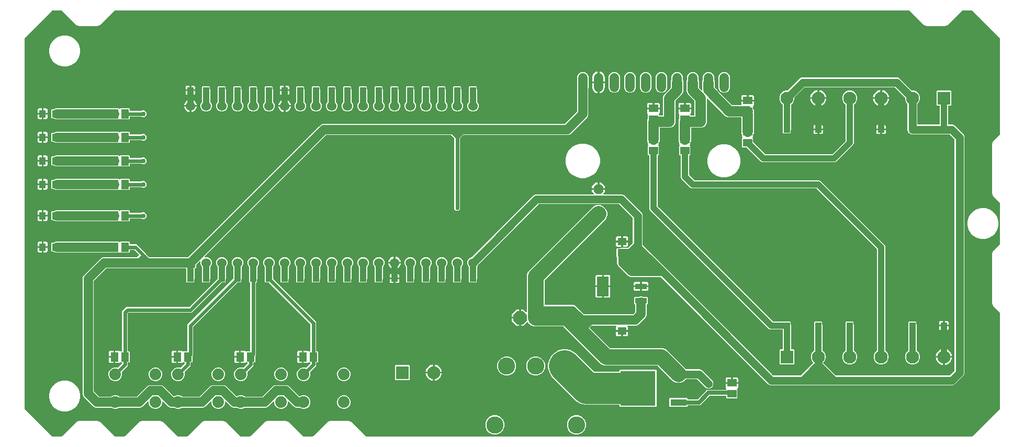
<source format=gbr>
G04 EAGLE Gerber RS-274X export*
G75*
%MOMM*%
%FSLAX34Y34*%
%LPD*%
%INTop Copper*%
%IPPOS*%
%AMOC8*
5,1,8,0,0,1.08239X$1,22.5*%
G01*
%ADD10C,1.600200*%
%ADD11P,1.732040X8X112.500000*%
%ADD12R,1.100000X1.200000*%
%ADD13P,2.364373X8X202.500000*%
%ADD14R,2.100000X2.100000*%
%ADD15C,2.100000*%
%ADD16R,2.600000X1.060000*%
%ADD17R,5.700000X5.632000*%
%ADD18R,1.500000X1.300000*%
%ADD19R,1.300000X1.500000*%
%ADD20R,1.000000X1.000000*%
%ADD21R,1.530000X1.530000*%
%ADD22C,1.530000*%
%ADD23R,1.860300X0.897900*%
%ADD24R,1.860300X3.189100*%
%ADD25C,1.524000*%
%ADD26R,0.420000X0.640000*%
%ADD27R,1.450000X1.150000*%
%ADD28C,2.775000*%
%ADD29C,1.879600*%
%ADD30C,0.606400*%
%ADD31C,1.016000*%
%ADD32C,0.152400*%
%ADD33C,1.500000*%
%ADD34C,2.540000*%
%ADD35C,1.270000*%
%ADD36C,0.609600*%
%ADD37C,0.756400*%
%ADD38C,0.650000*%
%ADD39C,1.700000*%
%ADD40C,5.080000*%

G36*
X71450Y-1763D02*
X71450Y-1763D01*
X71541Y-1755D01*
X71571Y-1743D01*
X71603Y-1738D01*
X71603Y-1737D01*
X71684Y-1695D01*
X71768Y-1659D01*
X71800Y-1633D01*
X71821Y-1622D01*
X71843Y-1599D01*
X71899Y-1554D01*
X92233Y18780D01*
X95413Y21960D01*
X99427Y23623D01*
X129173Y23623D01*
X133187Y21960D01*
X136367Y18780D01*
X156701Y-1554D01*
X156775Y-1607D01*
X156845Y-1667D01*
X156875Y-1679D01*
X156901Y-1698D01*
X156988Y-1725D01*
X157073Y-1759D01*
X157114Y-1763D01*
X157136Y-1770D01*
X157168Y-1769D01*
X157240Y-1777D01*
X172960Y-1777D01*
X173050Y-1763D01*
X173141Y-1755D01*
X173171Y-1743D01*
X173203Y-1738D01*
X173203Y-1737D01*
X173284Y-1695D01*
X173368Y-1659D01*
X173400Y-1633D01*
X173421Y-1622D01*
X173443Y-1599D01*
X173499Y-1554D01*
X193833Y18780D01*
X197013Y21960D01*
X201027Y23623D01*
X230773Y23623D01*
X234787Y21960D01*
X237967Y18780D01*
X258301Y-1554D01*
X258375Y-1607D01*
X258445Y-1667D01*
X258475Y-1679D01*
X258501Y-1698D01*
X258588Y-1725D01*
X258673Y-1759D01*
X258714Y-1763D01*
X258736Y-1770D01*
X258768Y-1769D01*
X258840Y-1777D01*
X274560Y-1777D01*
X274650Y-1763D01*
X274741Y-1755D01*
X274771Y-1743D01*
X274803Y-1738D01*
X274803Y-1737D01*
X274884Y-1695D01*
X274968Y-1659D01*
X275000Y-1633D01*
X275021Y-1622D01*
X275043Y-1599D01*
X275099Y-1554D01*
X295433Y18780D01*
X298613Y21960D01*
X302627Y23623D01*
X332373Y23623D01*
X336387Y21960D01*
X339567Y18780D01*
X359901Y-1554D01*
X359975Y-1607D01*
X360045Y-1667D01*
X360075Y-1679D01*
X360101Y-1698D01*
X360188Y-1725D01*
X360273Y-1759D01*
X360314Y-1763D01*
X360336Y-1770D01*
X360368Y-1769D01*
X360440Y-1777D01*
X376160Y-1777D01*
X376250Y-1763D01*
X376341Y-1755D01*
X376371Y-1743D01*
X376403Y-1738D01*
X376403Y-1737D01*
X376484Y-1695D01*
X376568Y-1659D01*
X376600Y-1633D01*
X376621Y-1622D01*
X376643Y-1599D01*
X376699Y-1554D01*
X397033Y18780D01*
X400213Y21960D01*
X404227Y23623D01*
X433973Y23623D01*
X437987Y21960D01*
X441167Y18780D01*
X461501Y-1554D01*
X461575Y-1607D01*
X461645Y-1667D01*
X461675Y-1679D01*
X461701Y-1698D01*
X461788Y-1725D01*
X461873Y-1759D01*
X461914Y-1763D01*
X461936Y-1770D01*
X461968Y-1769D01*
X462040Y-1777D01*
X477760Y-1777D01*
X477850Y-1763D01*
X477941Y-1755D01*
X477971Y-1743D01*
X478003Y-1738D01*
X478003Y-1737D01*
X478084Y-1695D01*
X478168Y-1659D01*
X478200Y-1633D01*
X478221Y-1622D01*
X478243Y-1599D01*
X478299Y-1554D01*
X498633Y18780D01*
X501813Y21960D01*
X505827Y23623D01*
X535573Y23623D01*
X539587Y21960D01*
X542767Y18780D01*
X563101Y-1554D01*
X563175Y-1607D01*
X563245Y-1667D01*
X563275Y-1679D01*
X563301Y-1698D01*
X563388Y-1725D01*
X563473Y-1759D01*
X563514Y-1763D01*
X563536Y-1770D01*
X563568Y-1769D01*
X563640Y-1777D01*
X1544560Y-1777D01*
X1544650Y-1763D01*
X1544741Y-1755D01*
X1544771Y-1743D01*
X1544803Y-1738D01*
X1544803Y-1737D01*
X1544884Y-1695D01*
X1544968Y-1659D01*
X1545000Y-1633D01*
X1545021Y-1622D01*
X1545043Y-1599D01*
X1545099Y-1554D01*
X1589054Y42401D01*
X1589107Y42475D01*
X1589167Y42545D01*
X1589179Y42575D01*
X1589198Y42601D01*
X1589225Y42688D01*
X1589259Y42773D01*
X1589263Y42814D01*
X1589270Y42836D01*
X1589269Y42868D01*
X1589277Y42940D01*
X1589277Y198360D01*
X1589263Y198450D01*
X1589255Y198541D01*
X1589243Y198571D01*
X1589238Y198603D01*
X1589195Y198684D01*
X1589159Y198768D01*
X1589133Y198800D01*
X1589122Y198820D01*
X1589099Y198843D01*
X1589054Y198899D01*
X1578240Y209713D01*
X1576577Y213727D01*
X1576577Y294273D01*
X1578240Y298287D01*
X1581420Y301467D01*
X1589054Y309101D01*
X1589107Y309175D01*
X1589167Y309245D01*
X1589179Y309275D01*
X1589198Y309301D01*
X1589225Y309388D01*
X1589259Y309473D01*
X1589263Y309514D01*
X1589270Y309536D01*
X1589269Y309568D01*
X1589277Y309640D01*
X1589277Y376160D01*
X1589263Y376250D01*
X1589255Y376341D01*
X1589243Y376371D01*
X1589238Y376403D01*
X1589195Y376484D01*
X1589159Y376568D01*
X1589133Y376600D01*
X1589122Y376620D01*
X1589099Y376643D01*
X1589054Y376699D01*
X1578240Y387513D01*
X1576577Y391527D01*
X1576577Y472073D01*
X1578240Y476087D01*
X1589054Y486901D01*
X1589107Y486975D01*
X1589167Y487045D01*
X1589179Y487075D01*
X1589198Y487101D01*
X1589225Y487188D01*
X1589259Y487273D01*
X1589263Y487314D01*
X1589270Y487336D01*
X1589269Y487368D01*
X1589277Y487440D01*
X1589277Y642860D01*
X1589263Y642950D01*
X1589255Y643041D01*
X1589243Y643071D01*
X1589238Y643103D01*
X1589195Y643184D01*
X1589159Y643268D01*
X1589133Y643300D01*
X1589122Y643320D01*
X1589099Y643343D01*
X1589054Y643399D01*
X1545099Y687354D01*
X1545025Y687407D01*
X1544955Y687467D01*
X1544925Y687479D01*
X1544899Y687498D01*
X1544812Y687525D01*
X1544727Y687559D01*
X1544686Y687563D01*
X1544664Y687570D01*
X1544632Y687569D01*
X1544560Y687577D01*
X1528840Y687577D01*
X1528750Y687563D01*
X1528659Y687555D01*
X1528629Y687543D01*
X1528597Y687538D01*
X1528516Y687495D01*
X1528432Y687459D01*
X1528400Y687433D01*
X1528380Y687422D01*
X1528357Y687399D01*
X1528301Y687354D01*
X1504787Y663840D01*
X1500773Y662177D01*
X1471027Y662177D01*
X1467013Y663840D01*
X1463833Y667020D01*
X1443499Y687354D01*
X1443425Y687407D01*
X1443355Y687467D01*
X1443325Y687479D01*
X1443299Y687498D01*
X1443212Y687525D01*
X1443127Y687559D01*
X1443086Y687563D01*
X1443064Y687570D01*
X1443032Y687569D01*
X1442960Y687577D01*
X157240Y687577D01*
X157150Y687563D01*
X157059Y687555D01*
X157029Y687543D01*
X156997Y687538D01*
X156916Y687495D01*
X156832Y687459D01*
X156800Y687433D01*
X156780Y687422D01*
X156757Y687399D01*
X156701Y687354D01*
X133187Y663840D01*
X129173Y662177D01*
X99427Y662177D01*
X95413Y663840D01*
X71899Y687354D01*
X71825Y687407D01*
X71755Y687467D01*
X71725Y687479D01*
X71699Y687498D01*
X71612Y687525D01*
X71527Y687559D01*
X71486Y687563D01*
X71464Y687570D01*
X71432Y687569D01*
X71360Y687577D01*
X55640Y687577D01*
X55550Y687563D01*
X55459Y687555D01*
X55429Y687543D01*
X55397Y687538D01*
X55316Y687495D01*
X55232Y687459D01*
X55200Y687433D01*
X55180Y687422D01*
X55157Y687399D01*
X55101Y687354D01*
X11146Y643399D01*
X11093Y643325D01*
X11033Y643255D01*
X11021Y643225D01*
X11002Y643199D01*
X10975Y643112D01*
X10941Y643027D01*
X10937Y642986D01*
X10930Y642964D01*
X10931Y642932D01*
X10923Y642860D01*
X10923Y42940D01*
X10937Y42850D01*
X10945Y42759D01*
X10957Y42729D01*
X10962Y42697D01*
X11005Y42616D01*
X11041Y42532D01*
X11067Y42500D01*
X11078Y42480D01*
X11101Y42457D01*
X11146Y42401D01*
X55101Y-1554D01*
X55175Y-1607D01*
X55245Y-1667D01*
X55275Y-1679D01*
X55301Y-1698D01*
X55388Y-1725D01*
X55473Y-1759D01*
X55514Y-1763D01*
X55536Y-1770D01*
X55568Y-1769D01*
X55640Y-1777D01*
X71360Y-1777D01*
X71450Y-1763D01*
G37*
%LPC*%
G36*
X155815Y42671D02*
X155815Y42671D01*
X151801Y44334D01*
X151789Y44346D01*
X151715Y44399D01*
X151645Y44459D01*
X151615Y44471D01*
X151589Y44490D01*
X151502Y44517D01*
X151417Y44551D01*
X151376Y44555D01*
X151354Y44562D01*
X151322Y44561D01*
X151250Y44569D01*
X126221Y44569D01*
X122904Y45943D01*
X106649Y62198D01*
X105275Y65515D01*
X105275Y255795D01*
X106649Y259112D01*
X134588Y287051D01*
X137905Y288425D01*
X192743Y288425D01*
X192833Y288439D01*
X192924Y288447D01*
X192953Y288459D01*
X192985Y288464D01*
X193066Y288507D01*
X193150Y288543D01*
X193182Y288569D01*
X193203Y288580D01*
X193225Y288603D01*
X193281Y288648D01*
X196195Y291562D01*
X196207Y291578D01*
X196222Y291590D01*
X196278Y291677D01*
X196338Y291761D01*
X196344Y291781D01*
X196355Y291797D01*
X196380Y291898D01*
X196411Y291997D01*
X196410Y292016D01*
X196415Y292036D01*
X196407Y292139D01*
X196404Y292242D01*
X196398Y292261D01*
X196396Y292281D01*
X196356Y292376D01*
X196320Y292473D01*
X196307Y292489D01*
X196300Y292507D01*
X196195Y292638D01*
X188829Y300004D01*
X188755Y300057D01*
X188685Y300117D01*
X188655Y300129D01*
X188629Y300148D01*
X188542Y300175D01*
X188457Y300209D01*
X188416Y300213D01*
X188394Y300220D01*
X188362Y300219D01*
X188291Y300227D01*
X182386Y300227D01*
X182366Y300224D01*
X182347Y300226D01*
X182245Y300204D01*
X182143Y300188D01*
X182126Y300178D01*
X182106Y300174D01*
X182017Y300121D01*
X181926Y300072D01*
X181912Y300058D01*
X181895Y300048D01*
X181828Y299969D01*
X181756Y299894D01*
X181748Y299876D01*
X181735Y299861D01*
X181696Y299765D01*
X181653Y299671D01*
X181651Y299651D01*
X181643Y299633D01*
X181625Y299466D01*
X181625Y296668D01*
X180732Y295775D01*
X166468Y295775D01*
X165638Y296605D01*
X165622Y296617D01*
X165610Y296633D01*
X165522Y296689D01*
X165439Y296749D01*
X165420Y296755D01*
X165403Y296766D01*
X165302Y296791D01*
X165203Y296821D01*
X165184Y296821D01*
X165164Y296826D01*
X165061Y296818D01*
X164958Y296815D01*
X164939Y296808D01*
X164919Y296807D01*
X164824Y296766D01*
X164727Y296731D01*
X164711Y296718D01*
X164693Y296710D01*
X164562Y296605D01*
X163732Y295775D01*
X61705Y295775D01*
X58299Y297186D01*
X58286Y297195D01*
X58248Y297207D01*
X58198Y297222D01*
X58113Y297257D01*
X58073Y297261D01*
X58051Y297268D01*
X58019Y297267D01*
X57947Y297275D01*
X55168Y297275D01*
X54275Y298168D01*
X54275Y311432D01*
X55168Y312325D01*
X57947Y312325D01*
X58037Y312340D01*
X58129Y312347D01*
X58158Y312359D01*
X58189Y312364D01*
X58237Y312390D01*
X58248Y312393D01*
X61705Y313825D01*
X163732Y313825D01*
X164562Y312995D01*
X164578Y312983D01*
X164590Y312967D01*
X164678Y312911D01*
X164761Y312851D01*
X164780Y312845D01*
X164797Y312834D01*
X164898Y312809D01*
X164997Y312779D01*
X165016Y312779D01*
X165036Y312774D01*
X165139Y312782D01*
X165242Y312785D01*
X165261Y312792D01*
X165281Y312793D01*
X165376Y312834D01*
X165473Y312869D01*
X165489Y312882D01*
X165507Y312890D01*
X165638Y312995D01*
X166468Y313825D01*
X180732Y313825D01*
X181625Y312932D01*
X181625Y310134D01*
X181628Y310114D01*
X181626Y310095D01*
X181648Y309993D01*
X181664Y309891D01*
X181674Y309874D01*
X181678Y309854D01*
X181731Y309765D01*
X181780Y309674D01*
X181794Y309660D01*
X181804Y309643D01*
X181883Y309576D01*
X181958Y309504D01*
X181976Y309496D01*
X181991Y309483D01*
X182087Y309444D01*
X182181Y309401D01*
X182201Y309399D01*
X182219Y309391D01*
X182386Y309373D01*
X192394Y309373D01*
X207996Y293771D01*
X213119Y288648D01*
X213193Y288595D01*
X213263Y288535D01*
X213293Y288523D01*
X213319Y288504D01*
X213406Y288477D01*
X213491Y288443D01*
X213532Y288439D01*
X213554Y288432D01*
X213586Y288433D01*
X213657Y288425D01*
X270753Y288425D01*
X270843Y288439D01*
X270934Y288447D01*
X270964Y288459D01*
X270996Y288464D01*
X271076Y288507D01*
X271161Y288543D01*
X271193Y288569D01*
X271204Y288575D01*
X275597Y288575D01*
X275687Y288589D01*
X275778Y288597D01*
X275807Y288609D01*
X275839Y288614D01*
X275920Y288657D01*
X276004Y288693D01*
X276036Y288719D01*
X276057Y288730D01*
X276079Y288753D01*
X276135Y288798D01*
X487642Y500305D01*
X490288Y502951D01*
X493605Y504325D01*
X884946Y504325D01*
X885037Y504339D01*
X885127Y504347D01*
X885157Y504359D01*
X885189Y504364D01*
X885270Y504407D01*
X885354Y504443D01*
X885386Y504469D01*
X885407Y504480D01*
X885429Y504503D01*
X885485Y504548D01*
X905152Y524215D01*
X905205Y524289D01*
X905265Y524359D01*
X905277Y524389D01*
X905296Y524415D01*
X905323Y524502D01*
X905357Y524587D01*
X905361Y524628D01*
X905368Y524650D01*
X905367Y524682D01*
X905375Y524754D01*
X905375Y561620D01*
X905365Y561685D01*
X905364Y561750D01*
X905341Y561830D01*
X905336Y561863D01*
X905326Y561880D01*
X905317Y561911D01*
X905255Y562061D01*
X905255Y580939D01*
X906647Y584300D01*
X909220Y586873D01*
X912581Y588265D01*
X916219Y588265D01*
X919580Y586873D01*
X922153Y584300D01*
X923545Y580939D01*
X923545Y562061D01*
X923483Y561911D01*
X923468Y561847D01*
X923443Y561787D01*
X923434Y561704D01*
X923427Y561672D01*
X923428Y561652D01*
X923425Y561620D01*
X923425Y518905D01*
X922051Y515588D01*
X894112Y487649D01*
X890795Y486275D01*
X721657Y486275D01*
X721567Y486261D01*
X721476Y486253D01*
X721447Y486241D01*
X721415Y486236D01*
X721334Y486193D01*
X721250Y486157D01*
X721218Y486131D01*
X721197Y486120D01*
X721175Y486097D01*
X721119Y486052D01*
X715996Y480929D01*
X715943Y480855D01*
X715883Y480785D01*
X715871Y480755D01*
X715852Y480729D01*
X715825Y480642D01*
X715791Y480557D01*
X715787Y480516D01*
X715780Y480494D01*
X715781Y480462D01*
X715773Y480391D01*
X715773Y366406D01*
X713094Y363727D01*
X709306Y363727D01*
X706627Y366406D01*
X706627Y480391D01*
X706613Y480481D01*
X706605Y480572D01*
X706593Y480601D01*
X706588Y480633D01*
X706545Y480714D01*
X706509Y480798D01*
X706483Y480830D01*
X706472Y480851D01*
X706449Y480873D01*
X706404Y480929D01*
X701281Y486052D01*
X701207Y486105D01*
X701137Y486165D01*
X701107Y486177D01*
X701081Y486196D01*
X700994Y486223D01*
X700909Y486257D01*
X700868Y486261D01*
X700846Y486268D01*
X700814Y486267D01*
X700743Y486275D01*
X499453Y486275D01*
X499363Y486261D01*
X499272Y486253D01*
X499243Y486241D01*
X499211Y486236D01*
X499130Y486193D01*
X499046Y486157D01*
X499014Y486131D01*
X498993Y486120D01*
X498971Y486097D01*
X498915Y486052D01*
X302737Y289874D01*
X302695Y289816D01*
X302646Y289764D01*
X302624Y289717D01*
X302594Y289675D01*
X302573Y289606D01*
X302542Y289541D01*
X302537Y289489D01*
X302521Y289439D01*
X302523Y289368D01*
X302515Y289297D01*
X302526Y289246D01*
X302528Y289194D01*
X302552Y289126D01*
X302567Y289056D01*
X302594Y289012D01*
X302612Y288963D01*
X302657Y288907D01*
X302694Y288845D01*
X302733Y288811D01*
X302766Y288771D01*
X302826Y288732D01*
X302881Y288685D01*
X302929Y288666D01*
X302973Y288638D01*
X303042Y288620D01*
X303109Y288593D01*
X303180Y288585D01*
X303211Y288577D01*
X303235Y288579D01*
X303275Y288575D01*
X306725Y288575D01*
X310097Y287178D01*
X312678Y284597D01*
X314075Y281225D01*
X314075Y277575D01*
X312678Y274203D01*
X311728Y273253D01*
X311675Y273179D01*
X311615Y273109D01*
X311603Y273079D01*
X311584Y273053D01*
X311557Y272966D01*
X311523Y272881D01*
X311519Y272840D01*
X311512Y272818D01*
X311513Y272786D01*
X311505Y272714D01*
X311505Y252786D01*
X311383Y252492D01*
X311368Y252428D01*
X311343Y252367D01*
X311334Y252284D01*
X311327Y252252D01*
X311328Y252233D01*
X311325Y252200D01*
X311325Y248368D01*
X310432Y247475D01*
X306458Y247475D01*
X306394Y247465D01*
X306328Y247464D01*
X306248Y247441D01*
X306216Y247436D01*
X306198Y247426D01*
X306167Y247417D01*
X306114Y247395D01*
X303486Y247395D01*
X303433Y247417D01*
X303369Y247432D01*
X303308Y247457D01*
X303226Y247466D01*
X303194Y247473D01*
X303174Y247472D01*
X303142Y247475D01*
X299168Y247475D01*
X298275Y248368D01*
X298275Y252342D01*
X298265Y252406D01*
X298264Y252472D01*
X298241Y252552D01*
X298236Y252584D01*
X298226Y252602D01*
X298217Y252633D01*
X298195Y252686D01*
X298195Y255314D01*
X298217Y255367D01*
X298232Y255431D01*
X298257Y255492D01*
X298266Y255574D01*
X298273Y255606D01*
X298272Y255626D01*
X298275Y255658D01*
X298275Y259796D01*
X298277Y259800D01*
X298281Y259841D01*
X298288Y259863D01*
X298287Y259895D01*
X298295Y259967D01*
X298295Y272714D01*
X298281Y272804D01*
X298273Y272895D01*
X298261Y272925D01*
X298256Y272957D01*
X298213Y273038D01*
X298177Y273122D01*
X298151Y273154D01*
X298140Y273175D01*
X298117Y273197D01*
X298072Y273253D01*
X297122Y274203D01*
X295725Y277575D01*
X295725Y281025D01*
X295714Y281095D01*
X295712Y281167D01*
X295694Y281216D01*
X295686Y281267D01*
X295652Y281331D01*
X295627Y281398D01*
X295595Y281439D01*
X295570Y281485D01*
X295519Y281534D01*
X295474Y281590D01*
X295430Y281618D01*
X295392Y281654D01*
X295327Y281684D01*
X295267Y281723D01*
X295216Y281736D01*
X295169Y281758D01*
X295098Y281766D01*
X295028Y281783D01*
X294976Y281779D01*
X294925Y281785D01*
X294854Y281770D01*
X294783Y281764D01*
X294735Y281744D01*
X294684Y281733D01*
X294623Y281696D01*
X294557Y281668D01*
X294501Y281623D01*
X294473Y281606D01*
X294458Y281589D01*
X294426Y281563D01*
X288898Y276035D01*
X288845Y275961D01*
X288785Y275891D01*
X288773Y275861D01*
X288754Y275835D01*
X288727Y275748D01*
X288693Y275663D01*
X288689Y275622D01*
X288682Y275600D01*
X288683Y275568D01*
X288675Y275497D01*
X288675Y271118D01*
X287782Y270225D01*
X286866Y270225D01*
X286846Y270222D01*
X286827Y270224D01*
X286725Y270202D01*
X286623Y270186D01*
X286606Y270176D01*
X286586Y270172D01*
X286497Y270119D01*
X286406Y270070D01*
X286392Y270056D01*
X286375Y270046D01*
X286308Y269967D01*
X286236Y269892D01*
X286228Y269874D01*
X286215Y269859D01*
X286176Y269763D01*
X286133Y269669D01*
X286131Y269649D01*
X286123Y269631D01*
X286105Y269464D01*
X286105Y252786D01*
X285983Y252492D01*
X285968Y252428D01*
X285943Y252367D01*
X285934Y252284D01*
X285927Y252252D01*
X285928Y252233D01*
X285925Y252200D01*
X285925Y248368D01*
X285032Y247475D01*
X273768Y247475D01*
X272875Y248368D01*
X272875Y259796D01*
X272877Y259800D01*
X272881Y259841D01*
X272888Y259863D01*
X272887Y259895D01*
X272895Y259967D01*
X272895Y269464D01*
X272892Y269484D01*
X272894Y269503D01*
X272872Y269605D01*
X272856Y269707D01*
X272846Y269724D01*
X272842Y269744D01*
X272789Y269833D01*
X272740Y269924D01*
X272726Y269938D01*
X272716Y269955D01*
X272637Y270022D01*
X272562Y270094D01*
X272544Y270102D01*
X272529Y270115D01*
X272433Y270154D01*
X272339Y270197D01*
X272319Y270199D01*
X272301Y270207D01*
X272134Y270225D01*
X271194Y270225D01*
X271148Y270265D01*
X271118Y270277D01*
X271092Y270296D01*
X271005Y270323D01*
X270920Y270357D01*
X270879Y270361D01*
X270857Y270368D01*
X270824Y270367D01*
X270753Y270375D01*
X143754Y270375D01*
X143663Y270361D01*
X143573Y270353D01*
X143543Y270341D01*
X143511Y270336D01*
X143430Y270293D01*
X143346Y270257D01*
X143314Y270231D01*
X143293Y270220D01*
X143271Y270197D01*
X143215Y270152D01*
X123548Y250485D01*
X123495Y250411D01*
X123435Y250341D01*
X123423Y250311D01*
X123404Y250285D01*
X123377Y250198D01*
X123343Y250113D01*
X123339Y250072D01*
X123332Y250050D01*
X123333Y250018D01*
X123325Y249946D01*
X123325Y71364D01*
X123339Y71273D01*
X123347Y71183D01*
X123359Y71153D01*
X123364Y71121D01*
X123407Y71040D01*
X123443Y70956D01*
X123469Y70924D01*
X123480Y70903D01*
X123503Y70881D01*
X123548Y70825D01*
X131531Y62842D01*
X131605Y62789D01*
X131675Y62729D01*
X131705Y62717D01*
X131731Y62698D01*
X131818Y62671D01*
X131903Y62637D01*
X131944Y62633D01*
X131966Y62626D01*
X131998Y62627D01*
X132070Y62619D01*
X151250Y62619D01*
X151340Y62633D01*
X151431Y62641D01*
X151461Y62653D01*
X151493Y62658D01*
X151574Y62701D01*
X151658Y62737D01*
X151690Y62763D01*
X151710Y62774D01*
X151733Y62797D01*
X151789Y62842D01*
X151801Y62854D01*
X155815Y64517D01*
X160161Y64517D01*
X164175Y62854D01*
X164187Y62842D01*
X164261Y62789D01*
X164331Y62729D01*
X164361Y62717D01*
X164387Y62698D01*
X164474Y62671D01*
X164559Y62637D01*
X164600Y62633D01*
X164622Y62626D01*
X164654Y62627D01*
X164726Y62619D01*
X192906Y62619D01*
X192996Y62633D01*
X193087Y62641D01*
X193117Y62653D01*
X193149Y62658D01*
X193229Y62701D01*
X193313Y62737D01*
X193345Y62763D01*
X193366Y62774D01*
X193388Y62797D01*
X193444Y62842D01*
X210269Y79667D01*
X213586Y81041D01*
X232438Y81041D01*
X235755Y79667D01*
X252452Y62970D01*
X252546Y62902D01*
X252641Y62832D01*
X252647Y62830D01*
X252652Y62826D01*
X252763Y62792D01*
X252875Y62755D01*
X252881Y62755D01*
X252887Y62754D01*
X253004Y62757D01*
X253121Y62758D01*
X253128Y62760D01*
X253133Y62760D01*
X253150Y62766D01*
X253282Y62804D01*
X257415Y64517D01*
X261761Y64517D01*
X265775Y62854D01*
X265787Y62842D01*
X265861Y62789D01*
X265931Y62729D01*
X265961Y62717D01*
X265987Y62698D01*
X266074Y62671D01*
X266159Y62637D01*
X266200Y62633D01*
X266222Y62626D01*
X266254Y62627D01*
X266326Y62619D01*
X294506Y62619D01*
X294596Y62633D01*
X294687Y62641D01*
X294717Y62653D01*
X294749Y62658D01*
X294829Y62701D01*
X294913Y62737D01*
X294945Y62763D01*
X294966Y62774D01*
X294988Y62797D01*
X295044Y62842D01*
X311869Y79667D01*
X315186Y81041D01*
X334038Y81041D01*
X337355Y79667D01*
X354052Y62970D01*
X354146Y62902D01*
X354241Y62832D01*
X354247Y62830D01*
X354252Y62826D01*
X354363Y62792D01*
X354475Y62755D01*
X354481Y62755D01*
X354487Y62754D01*
X354604Y62757D01*
X354721Y62758D01*
X354728Y62760D01*
X354733Y62760D01*
X354750Y62766D01*
X354882Y62804D01*
X359015Y64517D01*
X363361Y64517D01*
X367375Y62854D01*
X367387Y62842D01*
X367461Y62789D01*
X367531Y62729D01*
X367561Y62717D01*
X367587Y62698D01*
X367674Y62671D01*
X367759Y62637D01*
X367800Y62633D01*
X367822Y62626D01*
X367854Y62627D01*
X367926Y62619D01*
X396106Y62619D01*
X396196Y62633D01*
X396287Y62641D01*
X396317Y62653D01*
X396349Y62658D01*
X396429Y62701D01*
X396513Y62737D01*
X396545Y62763D01*
X396566Y62774D01*
X396588Y62797D01*
X396644Y62842D01*
X413469Y79667D01*
X416786Y81041D01*
X435638Y81041D01*
X438955Y79667D01*
X455652Y62970D01*
X455746Y62902D01*
X455841Y62832D01*
X455847Y62830D01*
X455852Y62826D01*
X455963Y62792D01*
X456075Y62755D01*
X456081Y62755D01*
X456087Y62754D01*
X456204Y62757D01*
X456321Y62758D01*
X456328Y62760D01*
X456333Y62760D01*
X456350Y62766D01*
X456482Y62804D01*
X460615Y64517D01*
X464961Y64517D01*
X468975Y62854D01*
X472048Y59781D01*
X473711Y55767D01*
X473711Y51421D01*
X472048Y47407D01*
X468975Y44334D01*
X464961Y42671D01*
X460615Y42671D01*
X456601Y44334D01*
X456589Y44346D01*
X456515Y44399D01*
X456445Y44459D01*
X456415Y44471D01*
X456389Y44490D01*
X456302Y44517D01*
X456217Y44551D01*
X456176Y44555D01*
X456154Y44562D01*
X456122Y44561D01*
X456050Y44569D01*
X450470Y44569D01*
X447153Y45943D01*
X438434Y54662D01*
X438376Y54703D01*
X438324Y54753D01*
X438277Y54775D01*
X438235Y54805D01*
X438166Y54826D01*
X438101Y54856D01*
X438049Y54862D01*
X437999Y54877D01*
X437928Y54876D01*
X437857Y54883D01*
X437806Y54872D01*
X437754Y54871D01*
X437686Y54846D01*
X437616Y54831D01*
X437571Y54804D01*
X437523Y54787D01*
X437467Y54742D01*
X437405Y54705D01*
X437371Y54665D01*
X437331Y54633D01*
X437292Y54573D01*
X437245Y54518D01*
X437226Y54470D01*
X437198Y54426D01*
X437180Y54357D01*
X437153Y54290D01*
X437145Y54219D01*
X437137Y54187D01*
X437139Y54164D01*
X437135Y54123D01*
X437135Y51421D01*
X435472Y47407D01*
X432399Y44334D01*
X428385Y42671D01*
X424039Y42671D01*
X420025Y44334D01*
X416952Y47407D01*
X415289Y51421D01*
X415289Y54123D01*
X415278Y54194D01*
X415276Y54266D01*
X415258Y54315D01*
X415250Y54366D01*
X415216Y54429D01*
X415191Y54497D01*
X415159Y54537D01*
X415134Y54583D01*
X415082Y54633D01*
X415038Y54689D01*
X414994Y54717D01*
X414956Y54753D01*
X414891Y54783D01*
X414831Y54822D01*
X414780Y54834D01*
X414733Y54856D01*
X414662Y54864D01*
X414592Y54882D01*
X414540Y54878D01*
X414489Y54883D01*
X414418Y54868D01*
X414347Y54863D01*
X414299Y54842D01*
X414248Y54831D01*
X414187Y54794D01*
X414121Y54766D01*
X414065Y54722D01*
X414037Y54705D01*
X414022Y54687D01*
X413990Y54662D01*
X405271Y45943D01*
X401954Y44569D01*
X367926Y44569D01*
X367836Y44555D01*
X367745Y44547D01*
X367715Y44535D01*
X367683Y44530D01*
X367602Y44487D01*
X367518Y44451D01*
X367486Y44425D01*
X367466Y44414D01*
X367443Y44391D01*
X367387Y44346D01*
X367375Y44334D01*
X363361Y42671D01*
X359015Y42671D01*
X355001Y44334D01*
X354989Y44346D01*
X354915Y44399D01*
X354845Y44459D01*
X354815Y44471D01*
X354789Y44490D01*
X354702Y44517D01*
X354617Y44551D01*
X354576Y44555D01*
X354554Y44562D01*
X354522Y44561D01*
X354450Y44569D01*
X348870Y44569D01*
X345553Y45943D01*
X336834Y54662D01*
X336776Y54703D01*
X336724Y54753D01*
X336677Y54775D01*
X336635Y54805D01*
X336566Y54826D01*
X336501Y54856D01*
X336449Y54862D01*
X336399Y54877D01*
X336328Y54876D01*
X336257Y54883D01*
X336206Y54872D01*
X336154Y54871D01*
X336086Y54846D01*
X336016Y54831D01*
X335971Y54804D01*
X335923Y54787D01*
X335867Y54742D01*
X335805Y54705D01*
X335771Y54665D01*
X335731Y54633D01*
X335692Y54573D01*
X335645Y54518D01*
X335626Y54470D01*
X335598Y54426D01*
X335580Y54357D01*
X335553Y54290D01*
X335545Y54219D01*
X335537Y54187D01*
X335539Y54164D01*
X335535Y54123D01*
X335535Y51421D01*
X333872Y47407D01*
X330799Y44334D01*
X326785Y42671D01*
X322439Y42671D01*
X318425Y44334D01*
X315352Y47407D01*
X313689Y51421D01*
X313689Y54123D01*
X313678Y54194D01*
X313676Y54266D01*
X313658Y54315D01*
X313650Y54366D01*
X313616Y54429D01*
X313591Y54497D01*
X313559Y54537D01*
X313534Y54583D01*
X313482Y54633D01*
X313438Y54689D01*
X313394Y54717D01*
X313356Y54753D01*
X313291Y54783D01*
X313231Y54822D01*
X313180Y54834D01*
X313133Y54856D01*
X313062Y54864D01*
X312992Y54882D01*
X312940Y54878D01*
X312889Y54883D01*
X312818Y54868D01*
X312747Y54863D01*
X312699Y54842D01*
X312648Y54831D01*
X312587Y54794D01*
X312521Y54766D01*
X312465Y54722D01*
X312437Y54705D01*
X312422Y54687D01*
X312390Y54662D01*
X303671Y45943D01*
X300354Y44569D01*
X266326Y44569D01*
X266236Y44555D01*
X266145Y44547D01*
X266115Y44535D01*
X266083Y44530D01*
X266002Y44487D01*
X265918Y44451D01*
X265886Y44425D01*
X265866Y44414D01*
X265843Y44391D01*
X265787Y44346D01*
X265775Y44334D01*
X261761Y42671D01*
X257415Y42671D01*
X253401Y44334D01*
X253389Y44346D01*
X253315Y44399D01*
X253245Y44459D01*
X253215Y44471D01*
X253189Y44490D01*
X253102Y44517D01*
X253017Y44551D01*
X252976Y44555D01*
X252954Y44562D01*
X252922Y44561D01*
X252850Y44569D01*
X247270Y44569D01*
X243953Y45943D01*
X235234Y54662D01*
X235176Y54703D01*
X235124Y54753D01*
X235077Y54775D01*
X235035Y54805D01*
X234966Y54826D01*
X234901Y54856D01*
X234849Y54862D01*
X234799Y54877D01*
X234728Y54876D01*
X234657Y54883D01*
X234606Y54872D01*
X234554Y54871D01*
X234486Y54846D01*
X234416Y54831D01*
X234371Y54804D01*
X234323Y54787D01*
X234267Y54742D01*
X234205Y54705D01*
X234171Y54665D01*
X234131Y54633D01*
X234092Y54573D01*
X234045Y54518D01*
X234026Y54470D01*
X233998Y54426D01*
X233980Y54357D01*
X233953Y54290D01*
X233945Y54219D01*
X233937Y54187D01*
X233939Y54164D01*
X233935Y54123D01*
X233935Y51421D01*
X232272Y47407D01*
X229199Y44334D01*
X225185Y42671D01*
X220839Y42671D01*
X216825Y44334D01*
X213752Y47407D01*
X212089Y51421D01*
X212089Y54123D01*
X212078Y54194D01*
X212076Y54266D01*
X212058Y54315D01*
X212050Y54366D01*
X212016Y54429D01*
X211991Y54497D01*
X211959Y54537D01*
X211934Y54583D01*
X211882Y54633D01*
X211838Y54689D01*
X211794Y54717D01*
X211756Y54753D01*
X211691Y54783D01*
X211631Y54822D01*
X211580Y54834D01*
X211533Y54856D01*
X211462Y54864D01*
X211392Y54882D01*
X211340Y54878D01*
X211289Y54883D01*
X211218Y54868D01*
X211147Y54863D01*
X211099Y54842D01*
X211048Y54831D01*
X210987Y54794D01*
X210921Y54766D01*
X210865Y54722D01*
X210837Y54705D01*
X210822Y54687D01*
X210790Y54662D01*
X202071Y45943D01*
X198754Y44569D01*
X164726Y44569D01*
X164636Y44555D01*
X164545Y44547D01*
X164515Y44535D01*
X164483Y44530D01*
X164402Y44487D01*
X164318Y44451D01*
X164286Y44425D01*
X164266Y44414D01*
X164243Y44391D01*
X164187Y44346D01*
X164175Y44334D01*
X160161Y42671D01*
X155815Y42671D01*
G37*
%LPD*%
%LPC*%
G36*
X1217634Y81025D02*
X1217634Y81025D01*
X1214739Y82224D01*
X1040761Y256202D01*
X1040687Y256255D01*
X1040618Y256315D01*
X1040588Y256327D01*
X1040561Y256346D01*
X1040474Y256373D01*
X1040390Y256407D01*
X1040349Y256411D01*
X1040326Y256418D01*
X1040294Y256417D01*
X1040223Y256425D01*
X991434Y256425D01*
X988539Y257624D01*
X971224Y274939D01*
X970025Y277834D01*
X970025Y288203D01*
X970011Y288293D01*
X970003Y288384D01*
X969991Y288414D01*
X969986Y288446D01*
X969943Y288527D01*
X969907Y288610D01*
X969881Y288643D01*
X969870Y288663D01*
X969847Y288685D01*
X969802Y288741D01*
X969125Y289418D01*
X969125Y302182D01*
X970018Y303075D01*
X974734Y303075D01*
X974798Y303085D01*
X974864Y303086D01*
X974944Y303109D01*
X974976Y303114D01*
X974994Y303124D01*
X975025Y303133D01*
X976334Y303675D01*
X987023Y303675D01*
X987113Y303689D01*
X987204Y303697D01*
X987234Y303709D01*
X987266Y303714D01*
X987346Y303757D01*
X987430Y303793D01*
X987462Y303819D01*
X987483Y303830D01*
X987505Y303853D01*
X987561Y303898D01*
X995202Y311539D01*
X995255Y311613D01*
X995315Y311682D01*
X995327Y311712D01*
X995346Y311739D01*
X995373Y311826D01*
X995407Y311910D01*
X995411Y311951D01*
X995418Y311974D01*
X995417Y312006D01*
X995425Y312077D01*
X995425Y352023D01*
X995411Y352113D01*
X995403Y352204D01*
X995391Y352234D01*
X995386Y352266D01*
X995343Y352346D01*
X995307Y352430D01*
X995281Y352462D01*
X995270Y352483D01*
X995247Y352505D01*
X995202Y352561D01*
X973591Y374172D01*
X973517Y374225D01*
X973448Y374285D01*
X973418Y374297D01*
X973391Y374316D01*
X973304Y374343D01*
X973220Y374377D01*
X973179Y374381D01*
X973156Y374388D01*
X973124Y374387D01*
X973053Y374395D01*
X843147Y374395D01*
X843057Y374381D01*
X842966Y374373D01*
X842936Y374361D01*
X842904Y374356D01*
X842824Y374313D01*
X842740Y374277D01*
X842708Y374251D01*
X842687Y374240D01*
X842665Y374217D01*
X842609Y374172D01*
X745885Y277448D01*
X745847Y277395D01*
X745801Y277348D01*
X745761Y277275D01*
X745742Y277249D01*
X745736Y277230D01*
X745720Y277202D01*
X744478Y274203D01*
X743528Y273253D01*
X743475Y273179D01*
X743415Y273109D01*
X743403Y273079D01*
X743384Y273053D01*
X743357Y272966D01*
X743323Y272881D01*
X743319Y272840D01*
X743312Y272818D01*
X743313Y272786D01*
X743305Y272714D01*
X743305Y252786D01*
X743183Y252492D01*
X743168Y252428D01*
X743143Y252367D01*
X743134Y252284D01*
X743127Y252252D01*
X743128Y252233D01*
X743125Y252200D01*
X743125Y248368D01*
X742232Y247475D01*
X738258Y247475D01*
X738194Y247465D01*
X738128Y247464D01*
X738048Y247441D01*
X738016Y247436D01*
X737998Y247426D01*
X737967Y247417D01*
X737914Y247395D01*
X735286Y247395D01*
X735233Y247417D01*
X735169Y247432D01*
X735108Y247457D01*
X735026Y247466D01*
X734994Y247473D01*
X734974Y247472D01*
X734942Y247475D01*
X730968Y247475D01*
X730075Y248368D01*
X730075Y252342D01*
X730065Y252406D01*
X730064Y252472D01*
X730041Y252552D01*
X730036Y252584D01*
X730026Y252602D01*
X730017Y252633D01*
X729995Y252686D01*
X729995Y255314D01*
X730017Y255367D01*
X730032Y255431D01*
X730057Y255492D01*
X730066Y255574D01*
X730073Y255606D01*
X730072Y255626D01*
X730075Y255658D01*
X730075Y259796D01*
X730077Y259800D01*
X730081Y259841D01*
X730088Y259863D01*
X730087Y259896D01*
X730095Y259967D01*
X730095Y272714D01*
X730081Y272804D01*
X730073Y272895D01*
X730061Y272925D01*
X730056Y272957D01*
X730013Y273038D01*
X729977Y273122D01*
X729951Y273154D01*
X729940Y273174D01*
X729917Y273197D01*
X729872Y273253D01*
X728922Y274203D01*
X727525Y277575D01*
X727525Y281225D01*
X728922Y284597D01*
X731503Y287178D01*
X734502Y288420D01*
X734557Y288455D01*
X734618Y288480D01*
X734682Y288532D01*
X734711Y288550D01*
X734723Y288565D01*
X734748Y288585D01*
X835109Y388946D01*
X838004Y390145D01*
X931689Y390145D01*
X931760Y390156D01*
X931832Y390158D01*
X931881Y390176D01*
X931932Y390184D01*
X931995Y390218D01*
X932063Y390243D01*
X932103Y390275D01*
X932149Y390300D01*
X932199Y390352D01*
X932255Y390396D01*
X932283Y390440D01*
X932319Y390478D01*
X932349Y390543D01*
X932388Y390603D01*
X932400Y390654D01*
X932422Y390701D01*
X932430Y390772D01*
X932448Y390842D01*
X932444Y390894D01*
X932449Y390945D01*
X932434Y391016D01*
X932429Y391087D01*
X932408Y391135D01*
X932397Y391186D01*
X932360Y391247D01*
X932332Y391313D01*
X932288Y391369D01*
X932271Y391397D01*
X932253Y391412D01*
X932228Y391444D01*
X929258Y394413D01*
X929258Y397257D01*
X939038Y397257D01*
X939058Y397260D01*
X939077Y397258D01*
X939179Y397280D01*
X939281Y397297D01*
X939298Y397306D01*
X939318Y397310D01*
X939407Y397363D01*
X939498Y397412D01*
X939512Y397426D01*
X939529Y397436D01*
X939596Y397515D01*
X939667Y397590D01*
X939676Y397608D01*
X939689Y397623D01*
X939727Y397719D01*
X939771Y397813D01*
X939773Y397833D01*
X939781Y397851D01*
X939799Y398018D01*
X939799Y398781D01*
X939801Y398781D01*
X939801Y398018D01*
X939804Y397998D01*
X939802Y397979D01*
X939824Y397877D01*
X939841Y397775D01*
X939850Y397758D01*
X939854Y397738D01*
X939907Y397649D01*
X939956Y397558D01*
X939970Y397544D01*
X939980Y397527D01*
X940059Y397460D01*
X940134Y397389D01*
X940152Y397380D01*
X940167Y397367D01*
X940263Y397328D01*
X940357Y397285D01*
X940377Y397283D01*
X940395Y397275D01*
X940562Y397257D01*
X950342Y397257D01*
X950342Y394413D01*
X947372Y391444D01*
X947331Y391386D01*
X947281Y391334D01*
X947259Y391287D01*
X947229Y391245D01*
X947208Y391176D01*
X947178Y391111D01*
X947172Y391059D01*
X947157Y391009D01*
X947158Y390938D01*
X947151Y390867D01*
X947162Y390816D01*
X947163Y390764D01*
X947188Y390696D01*
X947203Y390626D01*
X947230Y390581D01*
X947247Y390533D01*
X947292Y390477D01*
X947329Y390415D01*
X947369Y390381D01*
X947401Y390341D01*
X947461Y390302D01*
X947516Y390255D01*
X947564Y390236D01*
X947608Y390208D01*
X947677Y390190D01*
X947744Y390163D01*
X947815Y390155D01*
X947847Y390147D01*
X947870Y390149D01*
X947911Y390145D01*
X978196Y390145D01*
X981091Y388946D01*
X1009976Y360061D01*
X1011175Y357166D01*
X1011175Y308377D01*
X1011189Y308287D01*
X1011197Y308196D01*
X1011209Y308166D01*
X1011214Y308134D01*
X1011257Y308054D01*
X1011293Y307970D01*
X1011319Y307938D01*
X1011330Y307917D01*
X1011353Y307895D01*
X1011398Y307839D01*
X1048154Y271083D01*
X1222239Y96998D01*
X1222313Y96945D01*
X1222382Y96885D01*
X1222412Y96873D01*
X1222439Y96854D01*
X1222526Y96827D01*
X1222610Y96793D01*
X1222651Y96789D01*
X1222674Y96782D01*
X1222706Y96783D01*
X1222777Y96775D01*
X1266423Y96775D01*
X1266513Y96789D01*
X1266604Y96797D01*
X1266634Y96809D01*
X1266666Y96814D01*
X1266746Y96857D01*
X1266830Y96893D01*
X1266862Y96919D01*
X1266883Y96930D01*
X1266905Y96953D01*
X1266961Y96998D01*
X1275917Y105954D01*
X1278346Y108383D01*
X1282267Y112304D01*
X1284696Y114733D01*
X1287141Y117177D01*
X1287152Y117193D01*
X1287168Y117206D01*
X1287224Y117293D01*
X1287284Y117377D01*
X1287290Y117396D01*
X1287301Y117413D01*
X1287326Y117513D01*
X1287357Y117612D01*
X1287356Y117632D01*
X1287361Y117651D01*
X1287353Y117754D01*
X1287350Y117858D01*
X1287343Y117877D01*
X1287342Y117897D01*
X1287301Y117991D01*
X1287266Y118089D01*
X1287253Y118105D01*
X1287246Y118123D01*
X1287163Y118226D01*
X1287161Y118230D01*
X1287158Y118232D01*
X1287141Y118254D01*
X1285206Y120189D01*
X1283375Y124608D01*
X1283375Y129392D01*
X1285206Y133811D01*
X1288572Y137178D01*
X1288625Y137252D01*
X1288685Y137321D01*
X1288697Y137351D01*
X1288716Y137378D01*
X1288743Y137465D01*
X1288777Y137549D01*
X1288781Y137590D01*
X1288788Y137613D01*
X1288787Y137645D01*
X1288795Y137716D01*
X1288795Y179114D01*
X1288817Y179167D01*
X1288832Y179231D01*
X1288857Y179292D01*
X1288866Y179374D01*
X1288873Y179406D01*
X1288872Y179426D01*
X1288875Y179458D01*
X1288875Y183432D01*
X1289768Y184325D01*
X1293742Y184325D01*
X1293806Y184335D01*
X1293872Y184336D01*
X1293952Y184359D01*
X1293984Y184364D01*
X1294002Y184374D01*
X1294033Y184383D01*
X1294086Y184405D01*
X1296714Y184405D01*
X1296767Y184383D01*
X1296831Y184368D01*
X1296892Y184343D01*
X1296974Y184334D01*
X1297006Y184327D01*
X1297026Y184328D01*
X1297058Y184325D01*
X1301032Y184325D01*
X1301925Y183432D01*
X1301925Y179458D01*
X1301935Y179394D01*
X1301936Y179328D01*
X1301959Y179248D01*
X1301964Y179216D01*
X1301974Y179198D01*
X1301983Y179167D01*
X1302005Y179114D01*
X1302005Y137716D01*
X1302019Y137626D01*
X1302027Y137535D01*
X1302039Y137505D01*
X1302044Y137473D01*
X1302087Y137393D01*
X1302123Y137309D01*
X1302149Y137277D01*
X1302160Y137256D01*
X1302183Y137234D01*
X1302228Y137178D01*
X1305594Y133811D01*
X1307425Y129392D01*
X1307425Y124608D01*
X1305594Y120189D01*
X1303659Y118254D01*
X1303648Y118238D01*
X1303632Y118225D01*
X1303601Y118177D01*
X1303592Y118167D01*
X1303583Y118149D01*
X1303576Y118138D01*
X1303516Y118054D01*
X1303510Y118035D01*
X1303499Y118018D01*
X1303474Y117918D01*
X1303443Y117819D01*
X1303444Y117799D01*
X1303439Y117780D01*
X1303447Y117677D01*
X1303450Y117573D01*
X1303457Y117554D01*
X1303458Y117535D01*
X1303499Y117440D01*
X1303534Y117342D01*
X1303547Y117326D01*
X1303554Y117308D01*
X1303659Y117177D01*
X1323839Y96998D01*
X1323913Y96945D01*
X1323982Y96885D01*
X1324012Y96873D01*
X1324039Y96854D01*
X1324126Y96827D01*
X1324210Y96793D01*
X1324251Y96789D01*
X1324274Y96782D01*
X1324306Y96783D01*
X1324377Y96775D01*
X1507723Y96775D01*
X1507813Y96789D01*
X1507904Y96797D01*
X1507934Y96809D01*
X1507966Y96814D01*
X1508046Y96857D01*
X1508130Y96893D01*
X1508162Y96919D01*
X1508183Y96930D01*
X1508205Y96953D01*
X1508261Y96998D01*
X1515902Y104639D01*
X1515955Y104713D01*
X1516015Y104782D01*
X1516027Y104812D01*
X1516046Y104839D01*
X1516073Y104926D01*
X1516107Y105010D01*
X1516111Y105051D01*
X1516118Y105074D01*
X1516117Y105106D01*
X1516125Y105177D01*
X1516125Y479023D01*
X1516111Y479113D01*
X1516103Y479204D01*
X1516091Y479234D01*
X1516086Y479266D01*
X1516043Y479346D01*
X1516007Y479430D01*
X1515981Y479462D01*
X1515970Y479483D01*
X1515947Y479505D01*
X1515902Y479561D01*
X1508261Y487202D01*
X1508187Y487255D01*
X1508118Y487315D01*
X1508088Y487327D01*
X1508061Y487346D01*
X1507974Y487373D01*
X1507890Y487407D01*
X1507849Y487411D01*
X1507826Y487418D01*
X1507794Y487417D01*
X1507723Y487425D01*
X1446234Y487425D01*
X1443293Y488643D01*
X1443268Y488665D01*
X1443238Y488677D01*
X1443211Y488696D01*
X1443124Y488723D01*
X1443040Y488757D01*
X1442999Y488761D01*
X1442976Y488768D01*
X1442944Y488767D01*
X1442873Y488775D01*
X1442168Y488775D01*
X1441275Y489668D01*
X1441275Y490373D01*
X1441261Y490463D01*
X1441253Y490554D01*
X1441241Y490584D01*
X1441236Y490616D01*
X1441193Y490696D01*
X1441157Y490780D01*
X1441140Y490802D01*
X1439925Y493734D01*
X1439925Y536654D01*
X1439911Y536744D01*
X1439903Y536835D01*
X1439891Y536865D01*
X1439886Y536897D01*
X1439843Y536977D01*
X1439807Y537061D01*
X1439781Y537093D01*
X1439770Y537114D01*
X1439747Y537136D01*
X1439702Y537192D01*
X1437606Y539289D01*
X1435775Y543708D01*
X1435775Y546673D01*
X1435761Y546763D01*
X1435753Y546854D01*
X1435741Y546884D01*
X1435736Y546916D01*
X1435693Y546996D01*
X1435657Y547080D01*
X1435631Y547112D01*
X1435620Y547133D01*
X1435597Y547155D01*
X1435552Y547211D01*
X1419361Y563402D01*
X1419287Y563455D01*
X1419218Y563515D01*
X1419188Y563527D01*
X1419161Y563546D01*
X1419074Y563573D01*
X1418990Y563607D01*
X1418949Y563611D01*
X1418926Y563618D01*
X1418894Y563617D01*
X1418823Y563625D01*
X1273577Y563625D01*
X1273487Y563611D01*
X1273396Y563603D01*
X1273366Y563591D01*
X1273334Y563586D01*
X1273254Y563543D01*
X1273170Y563507D01*
X1273138Y563481D01*
X1273117Y563470D01*
X1273095Y563447D01*
X1273039Y563402D01*
X1256848Y547211D01*
X1256795Y547137D01*
X1256735Y547068D01*
X1256723Y547038D01*
X1256704Y547011D01*
X1256677Y546924D01*
X1256643Y546840D01*
X1256639Y546799D01*
X1256632Y546776D01*
X1256633Y546744D01*
X1256625Y546673D01*
X1256625Y543708D01*
X1254794Y539289D01*
X1251428Y535922D01*
X1251375Y535848D01*
X1251315Y535779D01*
X1251303Y535749D01*
X1251284Y535722D01*
X1251257Y535635D01*
X1251223Y535551D01*
X1251219Y535510D01*
X1251212Y535487D01*
X1251213Y535455D01*
X1251205Y535384D01*
X1251205Y493986D01*
X1251183Y493933D01*
X1251168Y493869D01*
X1251143Y493808D01*
X1251134Y493726D01*
X1251127Y493694D01*
X1251128Y493674D01*
X1251125Y493642D01*
X1251125Y489668D01*
X1250232Y488775D01*
X1246258Y488775D01*
X1246194Y488765D01*
X1246128Y488764D01*
X1246048Y488741D01*
X1246016Y488736D01*
X1245998Y488726D01*
X1245967Y488717D01*
X1245914Y488695D01*
X1243286Y488695D01*
X1243233Y488717D01*
X1243169Y488732D01*
X1243108Y488757D01*
X1243026Y488766D01*
X1242994Y488773D01*
X1242974Y488772D01*
X1242942Y488775D01*
X1238968Y488775D01*
X1238075Y489668D01*
X1238075Y493642D01*
X1238065Y493706D01*
X1238064Y493772D01*
X1238041Y493852D01*
X1238036Y493884D01*
X1238026Y493902D01*
X1238017Y493933D01*
X1237995Y493986D01*
X1237995Y535384D01*
X1237981Y535474D01*
X1237973Y535565D01*
X1237961Y535595D01*
X1237956Y535627D01*
X1237913Y535707D01*
X1237877Y535791D01*
X1237851Y535823D01*
X1237840Y535844D01*
X1237817Y535866D01*
X1237772Y535922D01*
X1234406Y539289D01*
X1232575Y543708D01*
X1232575Y548492D01*
X1234406Y552911D01*
X1237789Y556294D01*
X1242208Y558125D01*
X1245173Y558125D01*
X1245263Y558139D01*
X1245354Y558147D01*
X1245384Y558159D01*
X1245416Y558164D01*
X1245496Y558207D01*
X1245580Y558243D01*
X1245612Y558269D01*
X1245633Y558280D01*
X1245655Y558303D01*
X1245711Y558348D01*
X1265539Y578176D01*
X1268434Y579375D01*
X1423966Y579375D01*
X1426861Y578176D01*
X1446689Y558348D01*
X1446763Y558295D01*
X1446832Y558235D01*
X1446862Y558223D01*
X1446889Y558204D01*
X1446976Y558177D01*
X1447060Y558143D01*
X1447101Y558139D01*
X1447124Y558132D01*
X1447156Y558133D01*
X1447227Y558125D01*
X1450192Y558125D01*
X1454611Y556294D01*
X1457994Y552911D01*
X1459825Y548492D01*
X1459825Y543708D01*
X1457994Y539289D01*
X1455898Y537192D01*
X1455845Y537118D01*
X1455785Y537049D01*
X1455773Y537019D01*
X1455754Y536992D01*
X1455727Y536905D01*
X1455693Y536821D01*
X1455689Y536780D01*
X1455682Y536757D01*
X1455683Y536725D01*
X1455675Y536654D01*
X1455675Y503936D01*
X1455678Y503916D01*
X1455676Y503897D01*
X1455698Y503795D01*
X1455714Y503693D01*
X1455724Y503676D01*
X1455728Y503656D01*
X1455781Y503567D01*
X1455830Y503476D01*
X1455844Y503462D01*
X1455854Y503445D01*
X1455933Y503378D01*
X1456008Y503306D01*
X1456026Y503298D01*
X1456041Y503285D01*
X1456137Y503246D01*
X1456231Y503203D01*
X1456251Y503201D01*
X1456269Y503193D01*
X1456436Y503175D01*
X1491234Y503175D01*
X1491254Y503178D01*
X1491273Y503176D01*
X1491375Y503198D01*
X1491477Y503214D01*
X1491494Y503224D01*
X1491514Y503228D01*
X1491603Y503281D01*
X1491694Y503330D01*
X1491708Y503344D01*
X1491725Y503354D01*
X1491792Y503433D01*
X1491864Y503508D01*
X1491872Y503526D01*
X1491885Y503541D01*
X1491924Y503637D01*
X1491967Y503731D01*
X1491969Y503751D01*
X1491977Y503769D01*
X1491995Y503936D01*
X1491995Y533314D01*
X1491992Y533334D01*
X1491994Y533353D01*
X1491972Y533455D01*
X1491956Y533557D01*
X1491946Y533574D01*
X1491942Y533594D01*
X1491889Y533683D01*
X1491840Y533774D01*
X1491826Y533788D01*
X1491816Y533805D01*
X1491737Y533872D01*
X1491662Y533944D01*
X1491644Y533952D01*
X1491629Y533965D01*
X1491533Y534004D01*
X1491439Y534047D01*
X1491419Y534049D01*
X1491401Y534057D01*
X1491234Y534075D01*
X1487468Y534075D01*
X1486575Y534968D01*
X1486575Y557232D01*
X1487468Y558125D01*
X1509732Y558125D01*
X1510625Y557232D01*
X1510625Y534968D01*
X1509732Y534075D01*
X1505966Y534075D01*
X1505946Y534072D01*
X1505927Y534074D01*
X1505825Y534052D01*
X1505723Y534036D01*
X1505706Y534026D01*
X1505686Y534022D01*
X1505597Y533969D01*
X1505506Y533920D01*
X1505492Y533906D01*
X1505475Y533896D01*
X1505408Y533817D01*
X1505336Y533742D01*
X1505328Y533724D01*
X1505315Y533709D01*
X1505276Y533613D01*
X1505233Y533519D01*
X1505231Y533499D01*
X1505223Y533481D01*
X1505205Y533314D01*
X1505205Y503936D01*
X1505208Y503916D01*
X1505206Y503897D01*
X1505228Y503795D01*
X1505244Y503693D01*
X1505254Y503676D01*
X1505258Y503656D01*
X1505311Y503567D01*
X1505360Y503476D01*
X1505374Y503462D01*
X1505384Y503445D01*
X1505463Y503378D01*
X1505538Y503306D01*
X1505556Y503298D01*
X1505571Y503285D01*
X1505667Y503246D01*
X1505761Y503203D01*
X1505781Y503201D01*
X1505799Y503193D01*
X1505966Y503175D01*
X1512866Y503175D01*
X1515761Y501976D01*
X1530676Y487061D01*
X1531875Y484166D01*
X1531875Y100034D01*
X1530676Y97139D01*
X1515761Y82224D01*
X1512866Y81025D01*
X1217634Y81025D01*
G37*
%LPD*%
%LPC*%
G36*
X1394608Y114975D02*
X1394608Y114975D01*
X1390189Y116806D01*
X1386806Y120189D01*
X1384975Y124608D01*
X1384975Y129392D01*
X1386806Y133811D01*
X1390172Y137178D01*
X1390225Y137252D01*
X1390285Y137321D01*
X1390297Y137351D01*
X1390316Y137378D01*
X1390343Y137465D01*
X1390377Y137549D01*
X1390381Y137590D01*
X1390388Y137613D01*
X1390387Y137645D01*
X1390395Y137716D01*
X1390395Y301749D01*
X1390381Y301839D01*
X1390373Y301930D01*
X1390361Y301960D01*
X1390356Y301992D01*
X1390313Y302072D01*
X1390277Y302156D01*
X1390251Y302188D01*
X1390240Y302209D01*
X1390217Y302231D01*
X1390172Y302287D01*
X1292887Y399572D01*
X1292813Y399625D01*
X1292744Y399685D01*
X1292714Y399697D01*
X1292687Y399716D01*
X1292600Y399743D01*
X1292516Y399777D01*
X1292475Y399781D01*
X1292452Y399788D01*
X1292420Y399787D01*
X1292349Y399795D01*
X1090886Y399795D01*
X1088459Y400801D01*
X1073901Y415359D01*
X1072895Y417786D01*
X1072895Y452614D01*
X1072892Y452634D01*
X1072894Y452653D01*
X1072872Y452755D01*
X1072856Y452857D01*
X1072846Y452874D01*
X1072842Y452894D01*
X1072789Y452983D01*
X1072740Y453074D01*
X1072726Y453088D01*
X1072716Y453105D01*
X1072637Y453172D01*
X1072562Y453244D01*
X1072544Y453252D01*
X1072529Y453265D01*
X1072433Y453304D01*
X1072339Y453347D01*
X1072319Y453349D01*
X1072301Y453357D01*
X1072134Y453375D01*
X1071368Y453375D01*
X1070475Y454268D01*
X1070475Y468532D01*
X1071305Y469362D01*
X1071317Y469378D01*
X1071333Y469390D01*
X1071389Y469478D01*
X1071449Y469561D01*
X1071455Y469580D01*
X1071466Y469597D01*
X1071491Y469698D01*
X1071521Y469797D01*
X1071521Y469816D01*
X1071526Y469836D01*
X1071518Y469939D01*
X1071515Y470042D01*
X1071508Y470061D01*
X1071507Y470081D01*
X1071466Y470176D01*
X1071431Y470273D01*
X1071418Y470289D01*
X1071410Y470307D01*
X1071305Y470438D01*
X1070475Y471268D01*
X1070475Y473840D01*
X1070465Y473905D01*
X1070464Y473971D01*
X1070441Y474051D01*
X1070436Y474083D01*
X1070426Y474100D01*
X1070417Y474132D01*
X1069475Y476406D01*
X1069475Y509994D01*
X1070417Y512268D01*
X1070432Y512332D01*
X1070457Y512393D01*
X1070466Y512476D01*
X1070473Y512508D01*
X1070472Y512527D01*
X1070475Y512560D01*
X1070475Y519332D01*
X1070607Y519464D01*
X1070676Y519559D01*
X1070747Y519656D01*
X1070749Y519660D01*
X1070751Y519663D01*
X1070786Y519777D01*
X1070822Y519890D01*
X1070822Y519895D01*
X1070823Y519898D01*
X1070820Y520017D01*
X1070818Y520136D01*
X1070817Y520140D01*
X1070817Y520144D01*
X1070776Y520255D01*
X1070737Y520368D01*
X1070734Y520371D01*
X1070733Y520375D01*
X1070658Y520468D01*
X1070585Y520562D01*
X1070581Y520565D01*
X1070579Y520567D01*
X1070567Y520575D01*
X1070450Y520661D01*
X1070440Y520667D01*
X1069967Y521140D01*
X1069632Y521719D01*
X1069459Y522366D01*
X1069459Y527677D01*
X1078738Y527677D01*
X1078758Y527680D01*
X1078777Y527678D01*
X1078879Y527700D01*
X1078981Y527717D01*
X1078998Y527726D01*
X1079018Y527730D01*
X1079107Y527783D01*
X1079198Y527832D01*
X1079212Y527846D01*
X1079229Y527856D01*
X1079296Y527935D01*
X1079367Y528010D01*
X1079376Y528028D01*
X1079389Y528043D01*
X1079428Y528139D01*
X1079471Y528233D01*
X1079473Y528253D01*
X1079481Y528271D01*
X1079499Y528438D01*
X1079499Y529201D01*
X1079501Y529201D01*
X1079501Y528438D01*
X1079504Y528418D01*
X1079502Y528399D01*
X1079524Y528297D01*
X1079541Y528195D01*
X1079550Y528178D01*
X1079554Y528158D01*
X1079607Y528069D01*
X1079656Y527978D01*
X1079670Y527964D01*
X1079680Y527947D01*
X1079759Y527880D01*
X1079834Y527809D01*
X1079852Y527800D01*
X1079867Y527787D01*
X1079963Y527748D01*
X1080057Y527705D01*
X1080077Y527703D01*
X1080095Y527695D01*
X1080262Y527677D01*
X1089541Y527677D01*
X1089541Y522366D01*
X1089368Y521719D01*
X1089033Y521140D01*
X1088560Y520667D01*
X1088550Y520661D01*
X1088459Y520586D01*
X1088365Y520512D01*
X1088363Y520508D01*
X1088360Y520505D01*
X1088297Y520406D01*
X1088232Y520305D01*
X1088231Y520301D01*
X1088229Y520297D01*
X1088201Y520181D01*
X1088172Y520066D01*
X1088173Y520062D01*
X1088172Y520058D01*
X1088182Y519938D01*
X1088191Y519821D01*
X1088193Y519817D01*
X1088193Y519813D01*
X1088241Y519705D01*
X1088288Y519595D01*
X1088291Y519591D01*
X1088292Y519588D01*
X1088301Y519578D01*
X1088393Y519464D01*
X1088525Y519332D01*
X1088525Y518786D01*
X1088528Y518766D01*
X1088526Y518747D01*
X1088548Y518645D01*
X1088564Y518543D01*
X1088574Y518526D01*
X1088578Y518506D01*
X1088631Y518417D01*
X1088680Y518326D01*
X1088694Y518312D01*
X1088704Y518295D01*
X1088783Y518228D01*
X1088858Y518156D01*
X1088876Y518148D01*
X1088891Y518135D01*
X1088987Y518096D01*
X1089081Y518053D01*
X1089101Y518051D01*
X1089119Y518043D01*
X1089286Y518025D01*
X1094114Y518025D01*
X1094134Y518028D01*
X1094153Y518026D01*
X1094255Y518048D01*
X1094357Y518064D01*
X1094374Y518074D01*
X1094394Y518078D01*
X1094483Y518131D01*
X1094574Y518180D01*
X1094588Y518194D01*
X1094605Y518204D01*
X1094672Y518283D01*
X1094744Y518358D01*
X1094752Y518376D01*
X1094765Y518391D01*
X1094804Y518487D01*
X1094847Y518581D01*
X1094849Y518601D01*
X1094857Y518619D01*
X1094875Y518786D01*
X1094875Y541632D01*
X1094861Y541722D01*
X1094853Y541813D01*
X1094841Y541843D01*
X1094836Y541875D01*
X1094793Y541956D01*
X1094757Y542040D01*
X1094731Y542072D01*
X1094720Y542092D01*
X1094697Y542115D01*
X1094652Y542171D01*
X1083701Y553121D01*
X1082175Y556806D01*
X1082175Y573494D01*
X1082997Y575479D01*
X1083012Y575542D01*
X1083037Y575603D01*
X1083046Y575686D01*
X1083053Y575718D01*
X1083052Y575737D01*
X1083055Y575770D01*
X1083055Y580939D01*
X1084447Y584300D01*
X1087020Y586873D01*
X1090381Y588265D01*
X1094019Y588265D01*
X1097380Y586873D01*
X1099953Y584300D01*
X1101345Y580939D01*
X1101345Y575770D01*
X1101355Y575705D01*
X1101356Y575640D01*
X1101379Y575560D01*
X1101384Y575527D01*
X1101394Y575510D01*
X1101403Y575479D01*
X1102225Y573494D01*
X1102225Y563268D01*
X1102239Y563178D01*
X1102247Y563087D01*
X1102259Y563057D01*
X1102264Y563025D01*
X1102307Y562944D01*
X1102343Y562860D01*
X1102369Y562828D01*
X1102380Y562808D01*
X1102403Y562785D01*
X1102448Y562729D01*
X1106276Y558901D01*
X1106334Y558860D01*
X1106386Y558810D01*
X1106433Y558788D01*
X1106475Y558758D01*
X1106544Y558737D01*
X1106609Y558707D01*
X1106661Y558701D01*
X1106711Y558685D01*
X1106782Y558687D01*
X1106853Y558679D01*
X1106904Y558690D01*
X1106956Y558692D01*
X1107024Y558716D01*
X1107094Y558732D01*
X1107139Y558758D01*
X1107187Y558776D01*
X1107243Y558821D01*
X1107305Y558858D01*
X1107339Y558897D01*
X1107379Y558930D01*
X1107418Y558990D01*
X1107465Y559045D01*
X1107484Y559093D01*
X1107512Y559137D01*
X1107530Y559206D01*
X1107557Y559273D01*
X1107565Y559344D01*
X1107573Y559375D01*
X1107571Y559399D01*
X1107575Y559440D01*
X1107575Y573494D01*
X1108397Y575479D01*
X1108412Y575542D01*
X1108437Y575603D01*
X1108446Y575686D01*
X1108453Y575718D01*
X1108452Y575737D01*
X1108455Y575770D01*
X1108455Y580939D01*
X1109847Y584300D01*
X1112420Y586873D01*
X1115781Y588265D01*
X1119419Y588265D01*
X1122780Y586873D01*
X1125353Y584300D01*
X1126745Y580939D01*
X1126745Y575770D01*
X1126755Y575705D01*
X1126756Y575640D01*
X1126779Y575560D01*
X1126784Y575527D01*
X1126794Y575510D01*
X1126803Y575479D01*
X1127625Y573494D01*
X1127625Y564065D01*
X1127639Y563975D01*
X1127647Y563884D01*
X1127659Y563854D01*
X1127664Y563822D01*
X1127707Y563741D01*
X1127743Y563657D01*
X1127769Y563625D01*
X1127780Y563605D01*
X1127803Y563582D01*
X1127848Y563526D01*
X1131923Y559452D01*
X1132428Y558231D01*
X1132463Y558175D01*
X1132488Y558115D01*
X1132540Y558050D01*
X1132558Y558022D01*
X1132568Y558013D01*
X1132569Y558012D01*
X1132574Y558007D01*
X1132593Y557984D01*
X1155429Y535148D01*
X1155503Y535095D01*
X1155573Y535035D01*
X1155603Y535023D01*
X1155629Y535004D01*
X1155716Y534977D01*
X1155801Y534943D01*
X1155842Y534939D01*
X1155864Y534932D01*
X1155896Y534933D01*
X1155968Y534925D01*
X1170298Y534925D01*
X1170318Y534928D01*
X1170337Y534926D01*
X1170439Y534948D01*
X1170541Y534964D01*
X1170558Y534974D01*
X1170578Y534978D01*
X1170667Y535031D01*
X1170758Y535080D01*
X1170772Y535094D01*
X1170789Y535104D01*
X1170856Y535183D01*
X1170928Y535258D01*
X1170936Y535276D01*
X1170949Y535291D01*
X1170988Y535387D01*
X1171031Y535481D01*
X1171033Y535501D01*
X1171041Y535519D01*
X1171059Y535686D01*
X1171059Y540377D01*
X1180338Y540377D01*
X1180358Y540380D01*
X1180377Y540378D01*
X1180479Y540400D01*
X1180581Y540417D01*
X1180598Y540426D01*
X1180618Y540430D01*
X1180707Y540483D01*
X1180798Y540532D01*
X1180812Y540546D01*
X1180829Y540556D01*
X1180896Y540635D01*
X1180967Y540710D01*
X1180976Y540728D01*
X1180989Y540743D01*
X1181028Y540839D01*
X1181071Y540933D01*
X1181073Y540953D01*
X1181081Y540971D01*
X1181099Y541138D01*
X1181099Y541901D01*
X1181101Y541901D01*
X1181101Y541138D01*
X1181104Y541118D01*
X1181102Y541099D01*
X1181124Y540997D01*
X1181141Y540895D01*
X1181150Y540878D01*
X1181154Y540858D01*
X1181207Y540769D01*
X1181256Y540678D01*
X1181270Y540664D01*
X1181280Y540647D01*
X1181359Y540580D01*
X1181434Y540509D01*
X1181452Y540500D01*
X1181467Y540487D01*
X1181563Y540448D01*
X1181657Y540405D01*
X1181677Y540403D01*
X1181695Y540395D01*
X1181862Y540377D01*
X1191141Y540377D01*
X1191141Y535066D01*
X1190968Y534419D01*
X1190633Y533840D01*
X1190160Y533367D01*
X1190150Y533361D01*
X1190059Y533286D01*
X1189965Y533212D01*
X1189963Y533208D01*
X1189960Y533205D01*
X1189897Y533106D01*
X1189832Y533005D01*
X1189831Y533001D01*
X1189829Y532997D01*
X1189801Y532881D01*
X1189772Y532766D01*
X1189773Y532762D01*
X1189772Y532758D01*
X1189782Y532639D01*
X1189791Y532521D01*
X1189793Y532517D01*
X1189793Y532513D01*
X1189841Y532405D01*
X1189888Y532295D01*
X1189891Y532291D01*
X1189892Y532288D01*
X1189901Y532278D01*
X1189993Y532164D01*
X1190125Y532032D01*
X1190125Y529460D01*
X1190135Y529395D01*
X1190136Y529329D01*
X1190159Y529249D01*
X1190164Y529217D01*
X1190174Y529200D01*
X1190183Y529168D01*
X1191125Y526894D01*
X1191125Y489106D01*
X1190183Y486832D01*
X1190168Y486768D01*
X1190143Y486707D01*
X1190134Y486624D01*
X1190127Y486592D01*
X1190128Y486573D01*
X1190125Y486540D01*
X1190125Y483968D01*
X1189295Y483138D01*
X1189283Y483122D01*
X1189267Y483110D01*
X1189211Y483022D01*
X1189151Y482939D01*
X1189145Y482920D01*
X1189134Y482903D01*
X1189109Y482802D01*
X1189079Y482703D01*
X1189079Y482684D01*
X1189074Y482664D01*
X1189082Y482561D01*
X1189085Y482458D01*
X1189092Y482439D01*
X1189093Y482419D01*
X1189134Y482324D01*
X1189169Y482227D01*
X1189182Y482211D01*
X1189190Y482193D01*
X1189295Y482062D01*
X1190125Y481232D01*
X1190125Y474731D01*
X1190139Y474641D01*
X1190147Y474550D01*
X1190159Y474520D01*
X1190164Y474488D01*
X1190207Y474408D01*
X1190243Y474324D01*
X1190269Y474292D01*
X1190280Y474271D01*
X1190303Y474249D01*
X1190348Y474193D01*
X1209013Y455528D01*
X1209087Y455475D01*
X1209156Y455415D01*
X1209186Y455403D01*
X1209213Y455384D01*
X1209300Y455357D01*
X1209384Y455323D01*
X1209425Y455319D01*
X1209448Y455312D01*
X1209480Y455313D01*
X1209551Y455305D01*
X1317749Y455305D01*
X1317839Y455319D01*
X1317930Y455327D01*
X1317960Y455339D01*
X1317992Y455344D01*
X1318072Y455387D01*
X1318156Y455423D01*
X1318188Y455449D01*
X1318209Y455460D01*
X1318231Y455483D01*
X1318287Y455528D01*
X1339372Y476613D01*
X1339425Y476687D01*
X1339485Y476756D01*
X1339497Y476786D01*
X1339516Y476813D01*
X1339543Y476900D01*
X1339577Y476984D01*
X1339581Y477025D01*
X1339588Y477048D01*
X1339587Y477080D01*
X1339595Y477151D01*
X1339595Y535384D01*
X1339581Y535474D01*
X1339573Y535565D01*
X1339561Y535595D01*
X1339556Y535627D01*
X1339513Y535707D01*
X1339477Y535791D01*
X1339451Y535823D01*
X1339440Y535844D01*
X1339417Y535866D01*
X1339372Y535922D01*
X1336006Y539289D01*
X1334175Y543708D01*
X1334175Y548492D01*
X1336006Y552911D01*
X1339389Y556294D01*
X1343808Y558125D01*
X1348592Y558125D01*
X1353011Y556294D01*
X1356394Y552911D01*
X1358225Y548492D01*
X1358225Y543708D01*
X1356394Y539289D01*
X1353028Y535922D01*
X1352975Y535848D01*
X1352915Y535779D01*
X1352903Y535749D01*
X1352884Y535722D01*
X1352857Y535635D01*
X1352823Y535551D01*
X1352819Y535510D01*
X1352812Y535487D01*
X1352813Y535455D01*
X1352805Y535384D01*
X1352805Y472786D01*
X1351799Y470359D01*
X1324541Y443101D01*
X1322114Y442095D01*
X1205186Y442095D01*
X1202759Y443101D01*
X1180007Y465852D01*
X1179933Y465905D01*
X1179864Y465965D01*
X1179834Y465977D01*
X1179807Y465996D01*
X1179720Y466023D01*
X1179636Y466057D01*
X1179595Y466061D01*
X1179572Y466068D01*
X1179540Y466067D01*
X1179469Y466075D01*
X1172968Y466075D01*
X1172075Y466968D01*
X1172075Y481232D01*
X1172905Y482062D01*
X1172917Y482078D01*
X1172933Y482090D01*
X1172989Y482178D01*
X1173049Y482261D01*
X1173055Y482280D01*
X1173066Y482297D01*
X1173091Y482398D01*
X1173121Y482497D01*
X1173121Y482516D01*
X1173126Y482536D01*
X1173118Y482639D01*
X1173115Y482742D01*
X1173108Y482761D01*
X1173107Y482781D01*
X1173066Y482876D01*
X1173031Y482973D01*
X1173018Y482989D01*
X1173010Y483007D01*
X1172905Y483138D01*
X1172075Y483968D01*
X1172075Y486540D01*
X1172065Y486605D01*
X1172064Y486671D01*
X1172041Y486751D01*
X1172036Y486783D01*
X1172026Y486800D01*
X1172017Y486832D01*
X1171075Y489106D01*
X1171075Y514114D01*
X1171072Y514134D01*
X1171074Y514153D01*
X1171052Y514255D01*
X1171036Y514357D01*
X1171026Y514374D01*
X1171022Y514394D01*
X1170969Y514483D01*
X1170920Y514574D01*
X1170906Y514588D01*
X1170896Y514605D01*
X1170817Y514672D01*
X1170742Y514744D01*
X1170724Y514752D01*
X1170709Y514765D01*
X1170613Y514804D01*
X1170519Y514847D01*
X1170499Y514849D01*
X1170481Y514857D01*
X1170314Y514875D01*
X1149506Y514875D01*
X1145821Y516401D01*
X1116224Y545999D01*
X1116166Y546040D01*
X1116114Y546090D01*
X1116067Y546112D01*
X1116025Y546142D01*
X1115956Y546163D01*
X1115891Y546193D01*
X1115839Y546199D01*
X1115789Y546215D01*
X1115718Y546213D01*
X1115647Y546221D01*
X1115596Y546210D01*
X1115544Y546208D01*
X1115476Y546184D01*
X1115406Y546168D01*
X1115361Y546142D01*
X1115313Y546124D01*
X1115257Y546079D01*
X1115195Y546042D01*
X1115161Y546003D01*
X1115121Y545970D01*
X1115082Y545910D01*
X1115035Y545855D01*
X1115016Y545807D01*
X1114988Y545763D01*
X1114970Y545694D01*
X1114943Y545627D01*
X1114935Y545556D01*
X1114927Y545525D01*
X1114929Y545501D01*
X1114925Y545460D01*
X1114925Y506006D01*
X1113399Y502321D01*
X1110579Y499501D01*
X1106894Y497975D01*
X1090286Y497975D01*
X1090266Y497972D01*
X1090247Y497974D01*
X1090145Y497952D01*
X1090043Y497936D01*
X1090026Y497926D01*
X1090006Y497922D01*
X1089917Y497869D01*
X1089826Y497820D01*
X1089812Y497806D01*
X1089795Y497796D01*
X1089728Y497717D01*
X1089656Y497642D01*
X1089648Y497624D01*
X1089635Y497609D01*
X1089596Y497513D01*
X1089553Y497419D01*
X1089551Y497399D01*
X1089543Y497381D01*
X1089525Y497214D01*
X1089525Y476406D01*
X1088583Y474132D01*
X1088568Y474068D01*
X1088543Y474007D01*
X1088534Y473924D01*
X1088527Y473892D01*
X1088528Y473873D01*
X1088525Y473840D01*
X1088525Y471268D01*
X1087695Y470438D01*
X1087683Y470422D01*
X1087667Y470410D01*
X1087611Y470322D01*
X1087551Y470239D01*
X1087545Y470220D01*
X1087534Y470203D01*
X1087509Y470102D01*
X1087479Y470003D01*
X1087479Y469984D01*
X1087474Y469964D01*
X1087482Y469861D01*
X1087485Y469758D01*
X1087492Y469739D01*
X1087493Y469719D01*
X1087534Y469624D01*
X1087569Y469527D01*
X1087582Y469511D01*
X1087590Y469493D01*
X1087695Y469362D01*
X1088525Y468532D01*
X1088525Y454268D01*
X1087632Y453375D01*
X1086866Y453375D01*
X1086846Y453372D01*
X1086827Y453374D01*
X1086725Y453352D01*
X1086623Y453336D01*
X1086606Y453326D01*
X1086586Y453322D01*
X1086497Y453269D01*
X1086406Y453220D01*
X1086392Y453206D01*
X1086375Y453196D01*
X1086308Y453117D01*
X1086236Y453042D01*
X1086228Y453024D01*
X1086215Y453009D01*
X1086176Y452913D01*
X1086133Y452819D01*
X1086131Y452799D01*
X1086123Y452781D01*
X1086105Y452614D01*
X1086105Y422151D01*
X1086119Y422061D01*
X1086127Y421970D01*
X1086139Y421940D01*
X1086144Y421908D01*
X1086187Y421828D01*
X1086223Y421744D01*
X1086249Y421712D01*
X1086260Y421691D01*
X1086283Y421669D01*
X1086328Y421613D01*
X1094713Y413228D01*
X1094787Y413175D01*
X1094856Y413115D01*
X1094886Y413103D01*
X1094913Y413084D01*
X1095000Y413057D01*
X1095084Y413023D01*
X1095125Y413019D01*
X1095148Y413012D01*
X1095180Y413013D01*
X1095251Y413005D01*
X1296714Y413005D01*
X1299141Y411999D01*
X1402599Y308541D01*
X1403605Y306114D01*
X1403605Y137716D01*
X1403619Y137626D01*
X1403627Y137535D01*
X1403639Y137505D01*
X1403644Y137473D01*
X1403687Y137393D01*
X1403723Y137309D01*
X1403749Y137277D01*
X1403760Y137256D01*
X1403783Y137234D01*
X1403828Y137178D01*
X1407194Y133811D01*
X1409025Y129392D01*
X1409025Y124608D01*
X1407194Y120189D01*
X1403811Y116806D01*
X1399392Y114975D01*
X1394608Y114975D01*
G37*
%LPD*%
%LPC*%
G36*
X1116034Y75825D02*
X1116034Y75825D01*
X1113139Y77024D01*
X1099201Y90962D01*
X1099127Y91015D01*
X1099058Y91075D01*
X1099028Y91087D01*
X1099001Y91106D01*
X1098914Y91133D01*
X1098830Y91167D01*
X1098789Y91171D01*
X1098766Y91178D01*
X1098734Y91177D01*
X1098663Y91185D01*
X1081757Y91185D01*
X1081667Y91171D01*
X1081576Y91163D01*
X1081547Y91151D01*
X1081515Y91146D01*
X1081434Y91103D01*
X1081350Y91067D01*
X1081318Y91041D01*
X1081297Y91030D01*
X1081275Y91007D01*
X1081219Y90962D01*
X1077258Y87001D01*
X1072029Y84835D01*
X1066371Y84835D01*
X1061142Y87001D01*
X1056131Y92012D01*
X1056057Y92065D01*
X1055987Y92125D01*
X1055957Y92137D01*
X1055931Y92156D01*
X1055844Y92183D01*
X1055759Y92217D01*
X1055718Y92221D01*
X1055696Y92228D01*
X1055664Y92227D01*
X1055593Y92235D01*
X1055568Y92235D01*
X1054675Y93128D01*
X1054675Y93153D01*
X1054661Y93243D01*
X1054653Y93334D01*
X1054641Y93363D01*
X1054636Y93395D01*
X1054593Y93476D01*
X1054557Y93560D01*
X1054531Y93592D01*
X1054520Y93613D01*
X1054497Y93635D01*
X1054452Y93691D01*
X1035591Y112552D01*
X1035517Y112605D01*
X1035447Y112665D01*
X1035417Y112677D01*
X1035391Y112696D01*
X1035304Y112723D01*
X1035219Y112757D01*
X1035178Y112761D01*
X1035156Y112768D01*
X1035124Y112767D01*
X1035053Y112775D01*
X949671Y112775D01*
X944442Y114941D01*
X902234Y157149D01*
X883331Y176052D01*
X883257Y176105D01*
X883187Y176165D01*
X883157Y176177D01*
X883131Y176196D01*
X883044Y176223D01*
X882959Y176257D01*
X882918Y176261D01*
X882896Y176268D01*
X882864Y176267D01*
X882793Y176275D01*
X835371Y176275D01*
X830142Y178441D01*
X826141Y182442D01*
X825886Y183058D01*
X825862Y183097D01*
X825846Y183140D01*
X825797Y183201D01*
X825756Y183267D01*
X825721Y183296D01*
X825692Y183332D01*
X825627Y183374D01*
X825567Y183424D01*
X825524Y183440D01*
X825485Y183465D01*
X825410Y183484D01*
X825337Y183512D01*
X825291Y183514D01*
X825247Y183525D01*
X825169Y183519D01*
X825091Y183523D01*
X825047Y183510D01*
X825001Y183506D01*
X824930Y183476D01*
X824855Y183454D01*
X824817Y183428D01*
X824775Y183410D01*
X824669Y183324D01*
X824653Y183314D01*
X824650Y183310D01*
X824644Y183305D01*
X818376Y177037D01*
X814323Y177037D01*
X814323Y189738D01*
X814320Y189758D01*
X814322Y189777D01*
X814300Y189879D01*
X814283Y189981D01*
X814274Y189998D01*
X814270Y190018D01*
X814217Y190107D01*
X814168Y190198D01*
X814154Y190212D01*
X814144Y190229D01*
X814065Y190296D01*
X813990Y190367D01*
X813972Y190376D01*
X813957Y190389D01*
X813861Y190427D01*
X813767Y190471D01*
X813747Y190473D01*
X813729Y190481D01*
X813562Y190499D01*
X812799Y190499D01*
X812799Y190501D01*
X813562Y190501D01*
X813582Y190504D01*
X813601Y190502D01*
X813703Y190524D01*
X813805Y190541D01*
X813822Y190550D01*
X813842Y190554D01*
X813931Y190607D01*
X814022Y190656D01*
X814036Y190670D01*
X814053Y190680D01*
X814120Y190759D01*
X814191Y190834D01*
X814200Y190852D01*
X814213Y190867D01*
X814252Y190963D01*
X814295Y191057D01*
X814297Y191077D01*
X814305Y191095D01*
X814323Y191262D01*
X814323Y203963D01*
X818376Y203963D01*
X822676Y199663D01*
X822734Y199622D01*
X822786Y199572D01*
X822833Y199550D01*
X822875Y199520D01*
X822944Y199499D01*
X823009Y199469D01*
X823061Y199463D01*
X823111Y199448D01*
X823182Y199449D01*
X823253Y199441D01*
X823304Y199453D01*
X823356Y199454D01*
X823424Y199479D01*
X823494Y199494D01*
X823539Y199520D01*
X823587Y199538D01*
X823643Y199583D01*
X823705Y199620D01*
X823739Y199659D01*
X823779Y199692D01*
X823818Y199752D01*
X823865Y199807D01*
X823884Y199855D01*
X823912Y199899D01*
X823930Y199968D01*
X823957Y200035D01*
X823965Y200106D01*
X823973Y200137D01*
X823971Y200161D01*
X823975Y200202D01*
X823975Y259750D01*
X826141Y264979D01*
X931742Y370580D01*
X936971Y372746D01*
X942629Y372746D01*
X947858Y370580D01*
X951859Y366579D01*
X954025Y361350D01*
X954025Y355692D01*
X951859Y350463D01*
X852648Y251252D01*
X852595Y251178D01*
X852535Y251108D01*
X852523Y251078D01*
X852504Y251052D01*
X852477Y250965D01*
X852443Y250880D01*
X852439Y250839D01*
X852432Y250817D01*
X852433Y250785D01*
X852425Y250714D01*
X852425Y211836D01*
X852428Y211816D01*
X852426Y211797D01*
X852448Y211695D01*
X852464Y211593D01*
X852474Y211576D01*
X852478Y211556D01*
X852531Y211467D01*
X852580Y211376D01*
X852594Y211362D01*
X852604Y211345D01*
X852683Y211278D01*
X852758Y211206D01*
X852776Y211198D01*
X852791Y211185D01*
X852887Y211146D01*
X852981Y211103D01*
X853001Y211101D01*
X853019Y211093D01*
X853186Y211075D01*
X899566Y211075D01*
X902461Y209876D01*
X904783Y207554D01*
X916289Y196048D01*
X916363Y195995D01*
X916432Y195935D01*
X916462Y195923D01*
X916489Y195904D01*
X916576Y195877D01*
X916660Y195843D01*
X916701Y195839D01*
X916724Y195832D01*
X916756Y195833D01*
X916827Y195825D01*
X995546Y195825D01*
X995637Y195839D01*
X995727Y195847D01*
X995757Y195859D01*
X995789Y195864D01*
X995870Y195907D01*
X995954Y195943D01*
X995986Y195969D01*
X996007Y195980D01*
X996029Y196003D01*
X996085Y196048D01*
X999402Y199365D01*
X999455Y199439D01*
X999515Y199509D01*
X999527Y199539D01*
X999546Y199565D01*
X999573Y199652D01*
X999607Y199737D01*
X999611Y199778D01*
X999618Y199800D01*
X999617Y199832D01*
X999625Y199904D01*
X999625Y211525D01*
X999622Y211544D01*
X999624Y211564D01*
X999602Y211665D01*
X999586Y211767D01*
X999576Y211785D01*
X999572Y211804D01*
X999519Y211893D01*
X999470Y211985D01*
X999456Y211998D01*
X999446Y212015D01*
X999367Y212083D01*
X999292Y212154D01*
X999274Y212162D01*
X999259Y212175D01*
X999163Y212214D01*
X999069Y212258D01*
X999049Y212260D01*
X999031Y212267D01*
X998864Y212286D01*
X998717Y212286D01*
X997824Y213179D01*
X997824Y223421D01*
X998717Y224314D01*
X1005230Y224314D01*
X1005294Y224325D01*
X1005360Y224325D01*
X1005440Y224349D01*
X1005472Y224354D01*
X1005489Y224363D01*
X1005521Y224372D01*
X1006855Y224925D01*
X1010445Y224925D01*
X1011779Y224372D01*
X1011843Y224357D01*
X1011904Y224333D01*
X1011987Y224324D01*
X1012019Y224316D01*
X1012038Y224318D01*
X1012070Y224314D01*
X1018583Y224314D01*
X1019476Y223421D01*
X1019476Y213179D01*
X1018583Y212286D01*
X1018436Y212286D01*
X1018416Y212283D01*
X1018397Y212285D01*
X1018295Y212263D01*
X1018193Y212246D01*
X1018176Y212237D01*
X1018156Y212232D01*
X1018067Y212179D01*
X1017976Y212131D01*
X1017962Y212117D01*
X1017945Y212106D01*
X1017878Y212028D01*
X1017806Y211953D01*
X1017798Y211935D01*
X1017785Y211919D01*
X1017746Y211823D01*
X1017703Y211730D01*
X1017701Y211710D01*
X1017693Y211691D01*
X1017675Y211525D01*
X1017675Y194055D01*
X1016301Y190738D01*
X1004712Y179149D01*
X1001395Y177775D01*
X987356Y177775D01*
X987285Y177764D01*
X987213Y177762D01*
X987164Y177744D01*
X987113Y177736D01*
X987050Y177702D01*
X986982Y177677D01*
X986942Y177645D01*
X986896Y177620D01*
X986846Y177569D01*
X986790Y177524D01*
X986762Y177480D01*
X986726Y177442D01*
X986696Y177377D01*
X986657Y177317D01*
X986644Y177266D01*
X986623Y177219D01*
X986615Y177148D01*
X986597Y177078D01*
X986601Y177026D01*
X986595Y176975D01*
X986611Y176904D01*
X986616Y176833D01*
X986637Y176785D01*
X986648Y176734D01*
X986685Y176673D01*
X986713Y176607D01*
X986757Y176551D01*
X986774Y176523D01*
X986792Y176508D01*
X986817Y176476D01*
X987183Y176110D01*
X987518Y175531D01*
X987691Y174884D01*
X987691Y170323D01*
X978662Y170323D01*
X978642Y170320D01*
X978623Y170322D01*
X978521Y170300D01*
X978419Y170283D01*
X978402Y170274D01*
X978382Y170270D01*
X978293Y170217D01*
X978202Y170168D01*
X978188Y170154D01*
X978171Y170144D01*
X978104Y170065D01*
X978033Y169990D01*
X978024Y169972D01*
X978011Y169957D01*
X977972Y169861D01*
X977929Y169767D01*
X977927Y169747D01*
X977919Y169729D01*
X977901Y169562D01*
X977901Y168799D01*
X977899Y168799D01*
X977899Y169562D01*
X977896Y169582D01*
X977898Y169601D01*
X977876Y169703D01*
X977859Y169805D01*
X977850Y169822D01*
X977846Y169842D01*
X977793Y169931D01*
X977744Y170022D01*
X977730Y170036D01*
X977720Y170053D01*
X977641Y170120D01*
X977566Y170191D01*
X977548Y170200D01*
X977533Y170213D01*
X977437Y170252D01*
X977343Y170295D01*
X977323Y170297D01*
X977305Y170305D01*
X977138Y170323D01*
X968109Y170323D01*
X968109Y174884D01*
X968282Y175531D01*
X968617Y176110D01*
X968983Y176476D01*
X969025Y176534D01*
X969074Y176586D01*
X969096Y176633D01*
X969126Y176675D01*
X969147Y176744D01*
X969177Y176809D01*
X969183Y176861D01*
X969199Y176911D01*
X969197Y176982D01*
X969205Y177053D01*
X969193Y177104D01*
X969192Y177156D01*
X969168Y177224D01*
X969152Y177294D01*
X969126Y177339D01*
X969108Y177387D01*
X969063Y177443D01*
X969026Y177505D01*
X968987Y177539D01*
X968954Y177579D01*
X968894Y177618D01*
X968839Y177665D01*
X968791Y177684D01*
X968747Y177712D01*
X968678Y177730D01*
X968611Y177757D01*
X968540Y177765D01*
X968509Y177773D01*
X968485Y177771D01*
X968444Y177775D01*
X929527Y177775D01*
X929437Y177761D01*
X929346Y177753D01*
X929316Y177741D01*
X929284Y177736D01*
X929204Y177693D01*
X929120Y177657D01*
X929088Y177631D01*
X929067Y177620D01*
X929045Y177597D01*
X928989Y177552D01*
X926065Y174628D01*
X926053Y174612D01*
X926038Y174600D01*
X925982Y174512D01*
X925921Y174429D01*
X925916Y174410D01*
X925905Y174393D01*
X925879Y174292D01*
X925849Y174194D01*
X925850Y174174D01*
X925845Y174154D01*
X925853Y174051D01*
X925855Y173948D01*
X925862Y173929D01*
X925864Y173909D01*
X925904Y173814D01*
X925940Y173717D01*
X925952Y173701D01*
X925960Y173683D01*
X926035Y173590D01*
X926040Y173581D01*
X926046Y173576D01*
X926065Y173552D01*
X958169Y141448D01*
X958243Y141395D01*
X958313Y141335D01*
X958343Y141323D01*
X958369Y141304D01*
X958456Y141277D01*
X958541Y141243D01*
X958582Y141239D01*
X958604Y141232D01*
X958636Y141233D01*
X958707Y141225D01*
X1044089Y141225D01*
X1049318Y139059D01*
X1081219Y107158D01*
X1081293Y107105D01*
X1081363Y107045D01*
X1081393Y107033D01*
X1081419Y107014D01*
X1081506Y106987D01*
X1081591Y106953D01*
X1081632Y106949D01*
X1081654Y106942D01*
X1081686Y106943D01*
X1081757Y106935D01*
X1103806Y106935D01*
X1106701Y105736D01*
X1124276Y88161D01*
X1125475Y85266D01*
X1125475Y82134D01*
X1124276Y79239D01*
X1122061Y77024D01*
X1119166Y75825D01*
X1116034Y75825D01*
G37*
%LPD*%
%LPC*%
G36*
X974568Y46515D02*
X974568Y46515D01*
X973675Y47408D01*
X973675Y48514D01*
X973672Y48534D01*
X973674Y48553D01*
X973652Y48655D01*
X973636Y48757D01*
X973626Y48774D01*
X973622Y48794D01*
X973569Y48883D01*
X973520Y48974D01*
X973506Y48988D01*
X973496Y49005D01*
X973417Y49072D01*
X973342Y49144D01*
X973324Y49152D01*
X973309Y49165D01*
X973213Y49204D01*
X973119Y49247D01*
X973099Y49249D01*
X973081Y49257D01*
X972914Y49275D01*
X917655Y49275D01*
X910807Y51110D01*
X904668Y54655D01*
X899584Y59739D01*
X863655Y95668D01*
X860110Y101807D01*
X858275Y108655D01*
X858275Y115745D01*
X860110Y122593D01*
X863655Y128732D01*
X868668Y133745D01*
X874807Y137290D01*
X881655Y139125D01*
X888745Y139125D01*
X895593Y137290D01*
X901732Y133745D01*
X932130Y103348D01*
X932204Y103295D01*
X932273Y103235D01*
X932303Y103223D01*
X932329Y103204D01*
X932416Y103177D01*
X932501Y103143D01*
X932542Y103139D01*
X932564Y103132D01*
X932597Y103133D01*
X932668Y103125D01*
X972914Y103125D01*
X972934Y103128D01*
X972953Y103126D01*
X973055Y103148D01*
X973157Y103164D01*
X973174Y103174D01*
X973194Y103178D01*
X973283Y103231D01*
X973374Y103280D01*
X973388Y103294D01*
X973405Y103304D01*
X973472Y103383D01*
X973544Y103458D01*
X973552Y103476D01*
X973565Y103491D01*
X973604Y103587D01*
X973647Y103681D01*
X973649Y103701D01*
X973657Y103719D01*
X973675Y103886D01*
X973675Y104992D01*
X974568Y105885D01*
X1032832Y105885D01*
X1033725Y104992D01*
X1033725Y47408D01*
X1032832Y46515D01*
X974568Y46515D01*
G37*
%LPD*%
%LPC*%
G36*
X1233468Y114975D02*
X1233468Y114975D01*
X1232575Y115868D01*
X1232575Y138132D01*
X1233468Y139025D01*
X1237234Y139025D01*
X1237254Y139028D01*
X1237273Y139026D01*
X1237375Y139048D01*
X1237477Y139064D01*
X1237494Y139074D01*
X1237514Y139078D01*
X1237603Y139131D01*
X1237694Y139180D01*
X1237708Y139194D01*
X1237725Y139204D01*
X1237792Y139283D01*
X1237864Y139358D01*
X1237872Y139376D01*
X1237885Y139391D01*
X1237924Y139487D01*
X1237967Y139581D01*
X1237969Y139601D01*
X1237977Y139619D01*
X1237995Y139786D01*
X1237995Y170434D01*
X1237992Y170454D01*
X1237994Y170473D01*
X1237972Y170575D01*
X1237956Y170677D01*
X1237946Y170694D01*
X1237942Y170714D01*
X1237889Y170803D01*
X1237840Y170894D01*
X1237826Y170908D01*
X1237816Y170925D01*
X1237737Y170992D01*
X1237662Y171064D01*
X1237644Y171072D01*
X1237629Y171085D01*
X1237533Y171124D01*
X1237439Y171167D01*
X1237419Y171169D01*
X1237401Y171177D01*
X1237234Y171195D01*
X1217886Y171195D01*
X1215459Y172201D01*
X1025066Y362594D01*
X1023101Y364559D01*
X1022095Y366986D01*
X1022095Y452614D01*
X1022092Y452634D01*
X1022094Y452653D01*
X1022072Y452755D01*
X1022056Y452857D01*
X1022046Y452874D01*
X1022042Y452894D01*
X1021989Y452983D01*
X1021940Y453074D01*
X1021926Y453088D01*
X1021916Y453105D01*
X1021837Y453172D01*
X1021762Y453244D01*
X1021744Y453252D01*
X1021729Y453265D01*
X1021633Y453304D01*
X1021539Y453347D01*
X1021519Y453349D01*
X1021501Y453357D01*
X1021334Y453375D01*
X1020568Y453375D01*
X1019675Y454268D01*
X1019675Y468532D01*
X1020505Y469362D01*
X1020517Y469378D01*
X1020533Y469390D01*
X1020589Y469478D01*
X1020649Y469561D01*
X1020655Y469580D01*
X1020666Y469597D01*
X1020691Y469698D01*
X1020721Y469797D01*
X1020721Y469816D01*
X1020726Y469836D01*
X1020718Y469939D01*
X1020715Y470042D01*
X1020708Y470061D01*
X1020707Y470081D01*
X1020666Y470176D01*
X1020631Y470273D01*
X1020618Y470289D01*
X1020610Y470307D01*
X1020505Y470438D01*
X1019675Y471268D01*
X1019675Y473840D01*
X1019665Y473905D01*
X1019664Y473971D01*
X1019641Y474051D01*
X1019636Y474083D01*
X1019626Y474100D01*
X1019617Y474132D01*
X1018675Y476406D01*
X1018675Y509994D01*
X1019617Y512268D01*
X1019632Y512332D01*
X1019657Y512393D01*
X1019666Y512476D01*
X1019673Y512508D01*
X1019672Y512527D01*
X1019675Y512560D01*
X1019675Y519332D01*
X1019807Y519464D01*
X1019876Y519559D01*
X1019947Y519656D01*
X1019949Y519660D01*
X1019951Y519663D01*
X1019986Y519777D01*
X1020022Y519890D01*
X1020022Y519895D01*
X1020023Y519898D01*
X1020020Y520017D01*
X1020018Y520136D01*
X1020017Y520140D01*
X1020017Y520144D01*
X1019976Y520255D01*
X1019937Y520368D01*
X1019934Y520371D01*
X1019933Y520375D01*
X1019858Y520468D01*
X1019785Y520562D01*
X1019781Y520565D01*
X1019779Y520567D01*
X1019767Y520575D01*
X1019650Y520661D01*
X1019640Y520667D01*
X1019167Y521140D01*
X1018832Y521719D01*
X1018659Y522366D01*
X1018659Y527677D01*
X1027938Y527677D01*
X1027958Y527680D01*
X1027977Y527678D01*
X1028079Y527700D01*
X1028181Y527717D01*
X1028198Y527726D01*
X1028218Y527730D01*
X1028307Y527783D01*
X1028398Y527832D01*
X1028412Y527846D01*
X1028429Y527856D01*
X1028496Y527935D01*
X1028567Y528010D01*
X1028576Y528028D01*
X1028589Y528043D01*
X1028628Y528139D01*
X1028671Y528233D01*
X1028673Y528253D01*
X1028681Y528271D01*
X1028699Y528438D01*
X1028699Y529201D01*
X1028701Y529201D01*
X1028701Y528438D01*
X1028704Y528418D01*
X1028702Y528399D01*
X1028724Y528297D01*
X1028741Y528195D01*
X1028750Y528178D01*
X1028754Y528158D01*
X1028807Y528069D01*
X1028856Y527978D01*
X1028870Y527964D01*
X1028880Y527947D01*
X1028959Y527880D01*
X1029034Y527809D01*
X1029052Y527800D01*
X1029067Y527787D01*
X1029163Y527748D01*
X1029257Y527705D01*
X1029277Y527703D01*
X1029295Y527695D01*
X1029462Y527677D01*
X1038741Y527677D01*
X1038741Y522366D01*
X1038568Y521719D01*
X1038233Y521140D01*
X1037760Y520667D01*
X1037750Y520661D01*
X1037659Y520586D01*
X1037565Y520512D01*
X1037563Y520508D01*
X1037560Y520505D01*
X1037497Y520406D01*
X1037432Y520305D01*
X1037431Y520301D01*
X1037429Y520297D01*
X1037401Y520181D01*
X1037372Y520066D01*
X1037373Y520062D01*
X1037372Y520058D01*
X1037382Y519938D01*
X1037391Y519821D01*
X1037393Y519817D01*
X1037393Y519813D01*
X1037441Y519705D01*
X1037488Y519595D01*
X1037491Y519591D01*
X1037492Y519588D01*
X1037501Y519578D01*
X1037593Y519464D01*
X1037725Y519332D01*
X1037725Y518786D01*
X1037728Y518766D01*
X1037726Y518747D01*
X1037748Y518645D01*
X1037764Y518543D01*
X1037774Y518526D01*
X1037778Y518506D01*
X1037831Y518417D01*
X1037880Y518326D01*
X1037894Y518312D01*
X1037904Y518295D01*
X1037983Y518228D01*
X1038058Y518156D01*
X1038076Y518148D01*
X1038091Y518135D01*
X1038187Y518096D01*
X1038281Y518053D01*
X1038301Y518051D01*
X1038319Y518043D01*
X1038486Y518025D01*
X1043314Y518025D01*
X1043334Y518028D01*
X1043353Y518026D01*
X1043455Y518048D01*
X1043557Y518064D01*
X1043574Y518074D01*
X1043594Y518078D01*
X1043683Y518131D01*
X1043774Y518180D01*
X1043788Y518194D01*
X1043805Y518204D01*
X1043872Y518283D01*
X1043944Y518358D01*
X1043952Y518376D01*
X1043965Y518391D01*
X1044004Y518487D01*
X1044047Y518581D01*
X1044049Y518601D01*
X1044057Y518619D01*
X1044075Y518786D01*
X1044075Y548094D01*
X1045601Y551779D01*
X1056552Y562729D01*
X1056605Y562803D01*
X1056665Y562873D01*
X1056677Y562903D01*
X1056696Y562929D01*
X1056723Y563016D01*
X1056757Y563101D01*
X1056761Y563142D01*
X1056768Y563164D01*
X1056767Y563196D01*
X1056775Y563268D01*
X1056775Y573494D01*
X1057597Y575479D01*
X1057612Y575542D01*
X1057637Y575603D01*
X1057646Y575686D01*
X1057653Y575718D01*
X1057652Y575737D01*
X1057655Y575770D01*
X1057655Y580939D01*
X1059047Y584300D01*
X1061620Y586873D01*
X1064981Y588265D01*
X1068619Y588265D01*
X1071980Y586873D01*
X1074553Y584300D01*
X1075945Y580939D01*
X1075945Y575770D01*
X1075955Y575705D01*
X1075956Y575640D01*
X1075979Y575560D01*
X1075984Y575527D01*
X1075994Y575510D01*
X1076003Y575479D01*
X1076825Y573494D01*
X1076825Y556806D01*
X1075299Y553121D01*
X1064348Y542171D01*
X1064295Y542097D01*
X1064235Y542027D01*
X1064223Y541997D01*
X1064204Y541971D01*
X1064177Y541884D01*
X1064143Y541799D01*
X1064139Y541758D01*
X1064132Y541736D01*
X1064133Y541704D01*
X1064125Y541632D01*
X1064125Y506006D01*
X1062599Y502321D01*
X1059779Y499501D01*
X1056094Y497975D01*
X1039486Y497975D01*
X1039466Y497972D01*
X1039447Y497974D01*
X1039345Y497952D01*
X1039243Y497936D01*
X1039226Y497926D01*
X1039206Y497922D01*
X1039117Y497869D01*
X1039026Y497820D01*
X1039012Y497806D01*
X1038995Y497796D01*
X1038928Y497717D01*
X1038856Y497642D01*
X1038848Y497624D01*
X1038835Y497609D01*
X1038796Y497513D01*
X1038753Y497419D01*
X1038751Y497399D01*
X1038743Y497381D01*
X1038725Y497214D01*
X1038725Y476406D01*
X1037783Y474132D01*
X1037768Y474068D01*
X1037743Y474007D01*
X1037734Y473924D01*
X1037727Y473892D01*
X1037728Y473873D01*
X1037725Y473840D01*
X1037725Y471268D01*
X1036895Y470438D01*
X1036883Y470422D01*
X1036867Y470410D01*
X1036811Y470322D01*
X1036751Y470239D01*
X1036745Y470220D01*
X1036734Y470203D01*
X1036709Y470102D01*
X1036679Y470003D01*
X1036679Y469984D01*
X1036674Y469964D01*
X1036682Y469861D01*
X1036685Y469758D01*
X1036692Y469739D01*
X1036693Y469719D01*
X1036734Y469624D01*
X1036769Y469527D01*
X1036782Y469511D01*
X1036790Y469493D01*
X1036895Y469362D01*
X1037725Y468532D01*
X1037725Y454268D01*
X1036832Y453375D01*
X1036066Y453375D01*
X1036046Y453372D01*
X1036027Y453374D01*
X1035925Y453352D01*
X1035823Y453336D01*
X1035806Y453326D01*
X1035786Y453322D01*
X1035697Y453269D01*
X1035606Y453220D01*
X1035592Y453206D01*
X1035575Y453196D01*
X1035508Y453117D01*
X1035436Y453042D01*
X1035428Y453024D01*
X1035415Y453009D01*
X1035376Y452913D01*
X1035333Y452819D01*
X1035331Y452799D01*
X1035323Y452781D01*
X1035305Y452614D01*
X1035305Y371351D01*
X1035319Y371261D01*
X1035327Y371170D01*
X1035339Y371140D01*
X1035344Y371108D01*
X1035387Y371028D01*
X1035423Y370944D01*
X1035449Y370912D01*
X1035460Y370891D01*
X1035483Y370869D01*
X1035528Y370813D01*
X1221713Y184628D01*
X1221787Y184575D01*
X1221856Y184515D01*
X1221886Y184503D01*
X1221913Y184484D01*
X1222000Y184457D01*
X1222084Y184423D01*
X1222125Y184419D01*
X1222148Y184412D01*
X1222180Y184413D01*
X1222251Y184405D01*
X1245914Y184405D01*
X1245967Y184383D01*
X1246031Y184368D01*
X1246092Y184343D01*
X1246175Y184334D01*
X1246207Y184327D01*
X1246226Y184328D01*
X1246258Y184325D01*
X1250232Y184325D01*
X1251125Y183432D01*
X1251125Y179458D01*
X1251135Y179394D01*
X1251136Y179328D01*
X1251159Y179248D01*
X1251164Y179216D01*
X1251174Y179198D01*
X1251183Y179167D01*
X1251205Y179114D01*
X1251205Y139786D01*
X1251206Y139778D01*
X1251206Y139776D01*
X1251208Y139766D01*
X1251206Y139747D01*
X1251228Y139645D01*
X1251244Y139543D01*
X1251254Y139526D01*
X1251258Y139506D01*
X1251311Y139417D01*
X1251360Y139326D01*
X1251374Y139312D01*
X1251384Y139295D01*
X1251463Y139228D01*
X1251538Y139156D01*
X1251556Y139148D01*
X1251571Y139135D01*
X1251667Y139096D01*
X1251761Y139053D01*
X1251781Y139051D01*
X1251799Y139043D01*
X1251966Y139025D01*
X1255732Y139025D01*
X1256625Y138132D01*
X1256625Y115868D01*
X1255732Y114975D01*
X1233468Y114975D01*
G37*
%LPD*%
%LPC*%
G36*
X155815Y87883D02*
X155815Y87883D01*
X151801Y89546D01*
X148728Y92619D01*
X147065Y96633D01*
X147065Y100979D01*
X148728Y104993D01*
X151801Y108066D01*
X155815Y109729D01*
X160161Y109729D01*
X161305Y109255D01*
X161419Y109228D01*
X161532Y109199D01*
X161539Y109200D01*
X161545Y109198D01*
X161661Y109209D01*
X161778Y109219D01*
X161783Y109221D01*
X161790Y109222D01*
X161898Y109270D01*
X162004Y109315D01*
X162010Y109319D01*
X162014Y109322D01*
X162028Y109334D01*
X162135Y109420D01*
X168804Y116089D01*
X168857Y116163D01*
X168917Y116233D01*
X168929Y116263D01*
X168948Y116289D01*
X168975Y116376D01*
X169009Y116461D01*
X169013Y116502D01*
X169020Y116524D01*
X169019Y116556D01*
X169027Y116627D01*
X169027Y117214D01*
X169024Y117234D01*
X169026Y117253D01*
X169004Y117355D01*
X168988Y117457D01*
X168978Y117474D01*
X168974Y117494D01*
X168921Y117583D01*
X168872Y117674D01*
X168858Y117688D01*
X168848Y117705D01*
X168769Y117772D01*
X168694Y117844D01*
X168676Y117852D01*
X168661Y117865D01*
X168565Y117904D01*
X168471Y117947D01*
X168451Y117949D01*
X168433Y117957D01*
X168266Y117975D01*
X166468Y117975D01*
X166336Y118107D01*
X166241Y118176D01*
X166144Y118247D01*
X166140Y118249D01*
X166137Y118251D01*
X166023Y118286D01*
X165910Y118322D01*
X165905Y118322D01*
X165902Y118323D01*
X165783Y118320D01*
X165664Y118318D01*
X165660Y118317D01*
X165656Y118317D01*
X165545Y118276D01*
X165432Y118237D01*
X165429Y118234D01*
X165425Y118233D01*
X165332Y118158D01*
X165238Y118085D01*
X165235Y118081D01*
X165233Y118079D01*
X165225Y118067D01*
X165139Y117950D01*
X165133Y117940D01*
X164660Y117467D01*
X164081Y117132D01*
X163434Y116959D01*
X158123Y116959D01*
X158123Y126238D01*
X158120Y126258D01*
X158122Y126277D01*
X158100Y126379D01*
X158083Y126481D01*
X158074Y126498D01*
X158070Y126518D01*
X158017Y126607D01*
X157968Y126698D01*
X157954Y126712D01*
X157944Y126729D01*
X157865Y126796D01*
X157790Y126867D01*
X157772Y126876D01*
X157757Y126889D01*
X157661Y126928D01*
X157567Y126971D01*
X157547Y126973D01*
X157529Y126981D01*
X157362Y126999D01*
X156599Y126999D01*
X156599Y127001D01*
X157362Y127001D01*
X157382Y127004D01*
X157401Y127002D01*
X157503Y127024D01*
X157605Y127041D01*
X157622Y127050D01*
X157642Y127054D01*
X157731Y127107D01*
X157822Y127156D01*
X157836Y127170D01*
X157853Y127180D01*
X157920Y127259D01*
X157991Y127334D01*
X158000Y127352D01*
X158013Y127367D01*
X158052Y127463D01*
X158095Y127557D01*
X158097Y127577D01*
X158105Y127595D01*
X158123Y127762D01*
X158123Y137041D01*
X163434Y137041D01*
X164081Y136868D01*
X164660Y136533D01*
X165133Y136060D01*
X165139Y136050D01*
X165214Y135959D01*
X165288Y135865D01*
X165292Y135863D01*
X165295Y135860D01*
X165394Y135797D01*
X165495Y135732D01*
X165499Y135731D01*
X165503Y135729D01*
X165618Y135701D01*
X165734Y135672D01*
X165738Y135673D01*
X165742Y135672D01*
X165861Y135682D01*
X165979Y135691D01*
X165983Y135693D01*
X165987Y135693D01*
X166095Y135741D01*
X166205Y135788D01*
X166209Y135791D01*
X166212Y135792D01*
X166222Y135801D01*
X166336Y135893D01*
X166468Y136025D01*
X168266Y136025D01*
X168286Y136028D01*
X168305Y136026D01*
X168407Y136048D01*
X168509Y136064D01*
X168526Y136074D01*
X168546Y136078D01*
X168635Y136131D01*
X168726Y136180D01*
X168740Y136194D01*
X168757Y136204D01*
X168824Y136283D01*
X168896Y136358D01*
X168904Y136376D01*
X168917Y136391D01*
X168956Y136487D01*
X168999Y136581D01*
X169001Y136601D01*
X169009Y136619D01*
X169027Y136786D01*
X169027Y200894D01*
X175906Y207773D01*
X277191Y207773D01*
X277281Y207787D01*
X277372Y207795D01*
X277401Y207807D01*
X277433Y207812D01*
X277514Y207855D01*
X277598Y207891D01*
X277630Y207917D01*
X277651Y207928D01*
X277673Y207951D01*
X277729Y207996D01*
X323372Y253639D01*
X323425Y253713D01*
X323485Y253783D01*
X323497Y253813D01*
X323516Y253839D01*
X323543Y253926D01*
X323577Y254011D01*
X323581Y254052D01*
X323588Y254074D01*
X323587Y254106D01*
X323595Y254177D01*
X323595Y255314D01*
X323617Y255367D01*
X323632Y255431D01*
X323657Y255492D01*
X323666Y255574D01*
X323673Y255606D01*
X323672Y255626D01*
X323675Y255658D01*
X323675Y259796D01*
X323677Y259800D01*
X323681Y259841D01*
X323688Y259863D01*
X323687Y259895D01*
X323695Y259967D01*
X323695Y272714D01*
X323681Y272804D01*
X323673Y272895D01*
X323661Y272925D01*
X323656Y272957D01*
X323613Y273038D01*
X323577Y273122D01*
X323551Y273154D01*
X323540Y273175D01*
X323517Y273197D01*
X323472Y273253D01*
X322522Y274203D01*
X321125Y277575D01*
X321125Y281225D01*
X322522Y284597D01*
X325103Y287178D01*
X328475Y288575D01*
X332125Y288575D01*
X335497Y287178D01*
X338078Y284597D01*
X339475Y281225D01*
X339475Y277575D01*
X338078Y274203D01*
X337128Y273253D01*
X337075Y273179D01*
X337015Y273109D01*
X337003Y273079D01*
X336984Y273053D01*
X336957Y272966D01*
X336923Y272881D01*
X336919Y272840D01*
X336912Y272818D01*
X336913Y272786D01*
X336905Y272714D01*
X336905Y252786D01*
X336783Y252492D01*
X336768Y252428D01*
X336743Y252367D01*
X336734Y252284D01*
X336727Y252252D01*
X336728Y252233D01*
X336725Y252200D01*
X336725Y248368D01*
X335832Y247475D01*
X331858Y247475D01*
X331794Y247465D01*
X331728Y247464D01*
X331648Y247441D01*
X331616Y247436D01*
X331598Y247426D01*
X331567Y247417D01*
X331514Y247395D01*
X330377Y247395D01*
X330287Y247381D01*
X330196Y247373D01*
X330167Y247361D01*
X330135Y247356D01*
X330054Y247313D01*
X329970Y247277D01*
X329938Y247251D01*
X329917Y247240D01*
X329895Y247217D01*
X329839Y247172D01*
X281294Y198627D01*
X180009Y198627D01*
X179919Y198613D01*
X179828Y198605D01*
X179799Y198593D01*
X179767Y198588D01*
X179686Y198545D01*
X179602Y198509D01*
X179570Y198483D01*
X179549Y198472D01*
X179527Y198449D01*
X179471Y198404D01*
X178396Y197329D01*
X178343Y197255D01*
X178283Y197185D01*
X178271Y197155D01*
X178252Y197129D01*
X178225Y197042D01*
X178191Y196957D01*
X178187Y196916D01*
X178180Y196894D01*
X178181Y196862D01*
X178173Y196791D01*
X178173Y136786D01*
X178176Y136766D01*
X178174Y136747D01*
X178196Y136645D01*
X178212Y136543D01*
X178222Y136526D01*
X178226Y136506D01*
X178279Y136417D01*
X178328Y136326D01*
X178342Y136312D01*
X178352Y136295D01*
X178431Y136228D01*
X178506Y136156D01*
X178524Y136148D01*
X178539Y136135D01*
X178635Y136096D01*
X178729Y136053D01*
X178749Y136051D01*
X178767Y136043D01*
X178934Y136025D01*
X180732Y136025D01*
X181625Y135132D01*
X181625Y118868D01*
X180732Y117975D01*
X178934Y117975D01*
X178914Y117972D01*
X178895Y117974D01*
X178793Y117952D01*
X178691Y117936D01*
X178674Y117926D01*
X178654Y117922D01*
X178565Y117869D01*
X178474Y117820D01*
X178460Y117806D01*
X178443Y117796D01*
X178376Y117717D01*
X178304Y117642D01*
X178296Y117624D01*
X178283Y117609D01*
X178244Y117513D01*
X178201Y117419D01*
X178199Y117399D01*
X178191Y117381D01*
X178173Y117214D01*
X178173Y112524D01*
X168602Y102953D01*
X168533Y102858D01*
X168464Y102764D01*
X168462Y102758D01*
X168458Y102753D01*
X168424Y102641D01*
X168388Y102530D01*
X168388Y102524D01*
X168386Y102518D01*
X168389Y102401D01*
X168390Y102284D01*
X168392Y102277D01*
X168392Y102272D01*
X168398Y102255D01*
X168437Y102123D01*
X168911Y100979D01*
X168911Y96633D01*
X167248Y92619D01*
X164175Y89546D01*
X160161Y87883D01*
X155815Y87883D01*
G37*
%LPD*%
%LPC*%
G36*
X257415Y87883D02*
X257415Y87883D01*
X253401Y89546D01*
X250328Y92619D01*
X248665Y96633D01*
X248665Y100979D01*
X250328Y104993D01*
X253401Y108066D01*
X257415Y109729D01*
X261761Y109729D01*
X262905Y109255D01*
X263019Y109228D01*
X263132Y109199D01*
X263139Y109200D01*
X263145Y109198D01*
X263261Y109209D01*
X263378Y109219D01*
X263383Y109221D01*
X263390Y109222D01*
X263498Y109270D01*
X263604Y109315D01*
X263610Y109319D01*
X263614Y109322D01*
X263628Y109334D01*
X263735Y109420D01*
X270404Y116089D01*
X270457Y116163D01*
X270517Y116233D01*
X270529Y116263D01*
X270548Y116289D01*
X270575Y116376D01*
X270609Y116461D01*
X270613Y116502D01*
X270620Y116524D01*
X270619Y116556D01*
X270627Y116627D01*
X270627Y117214D01*
X270624Y117234D01*
X270626Y117253D01*
X270604Y117355D01*
X270588Y117457D01*
X270578Y117474D01*
X270574Y117494D01*
X270521Y117583D01*
X270472Y117674D01*
X270458Y117688D01*
X270448Y117705D01*
X270369Y117772D01*
X270294Y117844D01*
X270276Y117852D01*
X270261Y117865D01*
X270165Y117904D01*
X270071Y117947D01*
X270051Y117949D01*
X270033Y117957D01*
X269866Y117975D01*
X268068Y117975D01*
X267936Y118107D01*
X267841Y118176D01*
X267744Y118247D01*
X267740Y118249D01*
X267737Y118251D01*
X267623Y118286D01*
X267510Y118322D01*
X267505Y118322D01*
X267502Y118323D01*
X267383Y118320D01*
X267264Y118318D01*
X267260Y118317D01*
X267256Y118317D01*
X267145Y118276D01*
X267032Y118237D01*
X267029Y118234D01*
X267025Y118233D01*
X266932Y118158D01*
X266838Y118085D01*
X266835Y118081D01*
X266833Y118079D01*
X266825Y118067D01*
X266739Y117950D01*
X266733Y117940D01*
X266260Y117467D01*
X265681Y117132D01*
X265034Y116959D01*
X259723Y116959D01*
X259723Y126238D01*
X259720Y126258D01*
X259722Y126277D01*
X259700Y126379D01*
X259683Y126481D01*
X259674Y126498D01*
X259670Y126518D01*
X259617Y126607D01*
X259568Y126698D01*
X259554Y126712D01*
X259544Y126729D01*
X259465Y126796D01*
X259390Y126867D01*
X259372Y126876D01*
X259357Y126889D01*
X259261Y126928D01*
X259167Y126971D01*
X259147Y126973D01*
X259129Y126981D01*
X258962Y126999D01*
X258199Y126999D01*
X258199Y127001D01*
X258962Y127001D01*
X258982Y127004D01*
X259001Y127002D01*
X259103Y127024D01*
X259205Y127041D01*
X259222Y127050D01*
X259242Y127054D01*
X259331Y127107D01*
X259422Y127156D01*
X259436Y127170D01*
X259453Y127180D01*
X259520Y127259D01*
X259591Y127334D01*
X259600Y127352D01*
X259613Y127367D01*
X259652Y127463D01*
X259695Y127557D01*
X259697Y127577D01*
X259705Y127595D01*
X259723Y127762D01*
X259723Y137041D01*
X265034Y137041D01*
X265681Y136868D01*
X266260Y136533D01*
X266733Y136060D01*
X266739Y136050D01*
X266814Y135959D01*
X266888Y135865D01*
X266892Y135863D01*
X266895Y135860D01*
X266994Y135797D01*
X267095Y135732D01*
X267099Y135731D01*
X267103Y135729D01*
X267218Y135701D01*
X267334Y135672D01*
X267338Y135673D01*
X267342Y135672D01*
X267461Y135682D01*
X267579Y135691D01*
X267583Y135693D01*
X267587Y135693D01*
X267695Y135741D01*
X267805Y135788D01*
X267809Y135791D01*
X267812Y135792D01*
X267822Y135801D01*
X267936Y135893D01*
X268068Y136025D01*
X274066Y136025D01*
X274086Y136028D01*
X274105Y136026D01*
X274207Y136048D01*
X274309Y136064D01*
X274326Y136074D01*
X274346Y136078D01*
X274435Y136131D01*
X274526Y136180D01*
X274540Y136194D01*
X274557Y136204D01*
X274624Y136283D01*
X274696Y136358D01*
X274704Y136376D01*
X274717Y136391D01*
X274756Y136487D01*
X274799Y136581D01*
X274801Y136601D01*
X274809Y136619D01*
X274827Y136786D01*
X274827Y179694D01*
X348772Y253639D01*
X348825Y253713D01*
X348885Y253783D01*
X348897Y253813D01*
X348916Y253839D01*
X348943Y253926D01*
X348977Y254011D01*
X348981Y254052D01*
X348988Y254074D01*
X348987Y254106D01*
X348995Y254177D01*
X348995Y255314D01*
X349017Y255367D01*
X349032Y255431D01*
X349057Y255492D01*
X349066Y255575D01*
X349073Y255607D01*
X349072Y255626D01*
X349075Y255658D01*
X349075Y259796D01*
X349077Y259800D01*
X349081Y259841D01*
X349088Y259863D01*
X349087Y259895D01*
X349095Y259967D01*
X349095Y272714D01*
X349081Y272804D01*
X349073Y272895D01*
X349061Y272925D01*
X349056Y272957D01*
X349013Y273038D01*
X348977Y273122D01*
X348951Y273154D01*
X348940Y273175D01*
X348917Y273197D01*
X348872Y273253D01*
X347922Y274203D01*
X346525Y277575D01*
X346525Y281225D01*
X347922Y284597D01*
X350503Y287178D01*
X353875Y288575D01*
X357525Y288575D01*
X360897Y287178D01*
X363478Y284597D01*
X364875Y281225D01*
X364875Y277575D01*
X363478Y274203D01*
X362528Y273253D01*
X362475Y273179D01*
X362415Y273109D01*
X362403Y273079D01*
X362384Y273053D01*
X362357Y272966D01*
X362323Y272881D01*
X362319Y272840D01*
X362312Y272818D01*
X362313Y272786D01*
X362305Y272714D01*
X362305Y252786D01*
X362183Y252492D01*
X362168Y252428D01*
X362143Y252367D01*
X362134Y252284D01*
X362127Y252252D01*
X362128Y252233D01*
X362125Y252200D01*
X362125Y248368D01*
X361232Y247475D01*
X357258Y247475D01*
X357194Y247465D01*
X357128Y247464D01*
X357048Y247441D01*
X357016Y247436D01*
X356998Y247426D01*
X356967Y247417D01*
X356914Y247395D01*
X355777Y247395D01*
X355687Y247381D01*
X355596Y247373D01*
X355567Y247361D01*
X355535Y247356D01*
X355454Y247313D01*
X355370Y247277D01*
X355338Y247251D01*
X355317Y247240D01*
X355295Y247217D01*
X355239Y247172D01*
X284196Y176129D01*
X284153Y176070D01*
X284108Y176022D01*
X284100Y176005D01*
X284083Y175985D01*
X284071Y175955D01*
X284052Y175929D01*
X284028Y175849D01*
X284004Y175799D01*
X284003Y175786D01*
X283991Y175757D01*
X283987Y175716D01*
X283980Y175694D01*
X283981Y175662D01*
X283973Y175591D01*
X283973Y129306D01*
X283448Y128781D01*
X283395Y128707D01*
X283335Y128637D01*
X283323Y128607D01*
X283304Y128581D01*
X283277Y128494D01*
X283243Y128409D01*
X283239Y128368D01*
X283232Y128346D01*
X283233Y128314D01*
X283225Y128243D01*
X283225Y118868D01*
X282332Y117975D01*
X280534Y117975D01*
X280514Y117972D01*
X280495Y117974D01*
X280393Y117952D01*
X280291Y117936D01*
X280274Y117926D01*
X280254Y117922D01*
X280165Y117869D01*
X280074Y117820D01*
X280060Y117806D01*
X280043Y117796D01*
X279976Y117717D01*
X279904Y117642D01*
X279896Y117624D01*
X279883Y117609D01*
X279844Y117513D01*
X279801Y117419D01*
X279799Y117399D01*
X279791Y117381D01*
X279773Y117214D01*
X279773Y112524D01*
X270202Y102953D01*
X270133Y102858D01*
X270064Y102764D01*
X270062Y102758D01*
X270058Y102753D01*
X270024Y102641D01*
X269988Y102530D01*
X269988Y102524D01*
X269986Y102518D01*
X269989Y102401D01*
X269990Y102284D01*
X269992Y102277D01*
X269992Y102272D01*
X269998Y102255D01*
X270037Y102123D01*
X270511Y100979D01*
X270511Y96633D01*
X268848Y92619D01*
X265775Y89546D01*
X261761Y87883D01*
X257415Y87883D01*
G37*
%LPD*%
%LPC*%
G36*
X460615Y87883D02*
X460615Y87883D01*
X456601Y89546D01*
X453528Y92619D01*
X451865Y96633D01*
X451865Y100979D01*
X453528Y104993D01*
X456601Y108066D01*
X460615Y109729D01*
X464961Y109729D01*
X466105Y109255D01*
X466219Y109228D01*
X466332Y109199D01*
X466339Y109200D01*
X466345Y109198D01*
X466461Y109209D01*
X466578Y109219D01*
X466583Y109221D01*
X466590Y109222D01*
X466698Y109270D01*
X466804Y109315D01*
X466810Y109319D01*
X466814Y109322D01*
X466828Y109334D01*
X466935Y109420D01*
X473604Y116089D01*
X473657Y116163D01*
X473717Y116233D01*
X473729Y116263D01*
X473748Y116289D01*
X473775Y116376D01*
X473809Y116461D01*
X473813Y116502D01*
X473820Y116524D01*
X473819Y116556D01*
X473827Y116627D01*
X473827Y117214D01*
X473824Y117234D01*
X473826Y117253D01*
X473804Y117355D01*
X473788Y117457D01*
X473778Y117474D01*
X473774Y117494D01*
X473721Y117583D01*
X473672Y117674D01*
X473658Y117688D01*
X473648Y117705D01*
X473569Y117772D01*
X473494Y117844D01*
X473476Y117852D01*
X473461Y117865D01*
X473365Y117904D01*
X473271Y117947D01*
X473251Y117949D01*
X473233Y117957D01*
X473066Y117975D01*
X471268Y117975D01*
X471136Y118107D01*
X471041Y118176D01*
X470944Y118247D01*
X470940Y118249D01*
X470937Y118251D01*
X470823Y118286D01*
X470710Y118322D01*
X470705Y118322D01*
X470702Y118323D01*
X470583Y118320D01*
X470464Y118318D01*
X470460Y118317D01*
X470456Y118317D01*
X470345Y118276D01*
X470232Y118237D01*
X470229Y118234D01*
X470225Y118233D01*
X470132Y118158D01*
X470038Y118085D01*
X470035Y118081D01*
X470033Y118079D01*
X470025Y118067D01*
X469939Y117950D01*
X469933Y117940D01*
X469460Y117467D01*
X468881Y117132D01*
X468234Y116959D01*
X462923Y116959D01*
X462923Y126238D01*
X462920Y126258D01*
X462922Y126277D01*
X462900Y126379D01*
X462883Y126481D01*
X462874Y126498D01*
X462870Y126518D01*
X462817Y126607D01*
X462768Y126698D01*
X462754Y126712D01*
X462744Y126729D01*
X462665Y126796D01*
X462590Y126867D01*
X462572Y126876D01*
X462557Y126889D01*
X462461Y126928D01*
X462367Y126971D01*
X462347Y126973D01*
X462329Y126981D01*
X462162Y126999D01*
X461399Y126999D01*
X461399Y127001D01*
X462162Y127001D01*
X462182Y127004D01*
X462201Y127002D01*
X462303Y127024D01*
X462405Y127041D01*
X462422Y127050D01*
X462442Y127054D01*
X462531Y127107D01*
X462622Y127156D01*
X462636Y127170D01*
X462653Y127180D01*
X462720Y127259D01*
X462791Y127334D01*
X462800Y127352D01*
X462813Y127367D01*
X462852Y127463D01*
X462895Y127557D01*
X462897Y127577D01*
X462905Y127595D01*
X462923Y127762D01*
X462923Y137041D01*
X468234Y137041D01*
X468881Y136868D01*
X469460Y136533D01*
X469933Y136060D01*
X469939Y136050D01*
X470014Y135959D01*
X470088Y135865D01*
X470092Y135863D01*
X470095Y135860D01*
X470194Y135797D01*
X470295Y135732D01*
X470299Y135731D01*
X470303Y135729D01*
X470418Y135701D01*
X470534Y135672D01*
X470538Y135673D01*
X470542Y135672D01*
X470661Y135682D01*
X470779Y135691D01*
X470783Y135693D01*
X470787Y135693D01*
X470895Y135741D01*
X471005Y135788D01*
X471009Y135791D01*
X471012Y135792D01*
X471022Y135801D01*
X471136Y135893D01*
X471268Y136025D01*
X473066Y136025D01*
X473086Y136028D01*
X473105Y136026D01*
X473207Y136048D01*
X473309Y136064D01*
X473326Y136074D01*
X473346Y136078D01*
X473435Y136131D01*
X473526Y136180D01*
X473540Y136194D01*
X473557Y136204D01*
X473624Y136283D01*
X473696Y136358D01*
X473704Y136376D01*
X473717Y136391D01*
X473756Y136487D01*
X473799Y136581D01*
X473801Y136601D01*
X473809Y136619D01*
X473827Y136786D01*
X473827Y179791D01*
X473813Y179881D01*
X473805Y179972D01*
X473793Y180001D01*
X473788Y180033D01*
X473745Y180114D01*
X473709Y180198D01*
X473683Y180230D01*
X473672Y180251D01*
X473649Y180273D01*
X473604Y180329D01*
X406761Y247172D01*
X406687Y247225D01*
X406617Y247285D01*
X406587Y247297D01*
X406561Y247316D01*
X406474Y247343D01*
X406389Y247377D01*
X406348Y247381D01*
X406326Y247388D01*
X406294Y247387D01*
X406223Y247395D01*
X405086Y247395D01*
X405033Y247417D01*
X404969Y247432D01*
X404908Y247457D01*
X404826Y247466D01*
X404794Y247473D01*
X404774Y247472D01*
X404742Y247475D01*
X400768Y247475D01*
X399875Y248368D01*
X399875Y252342D01*
X399865Y252406D01*
X399864Y252472D01*
X399841Y252552D01*
X399836Y252584D01*
X399826Y252602D01*
X399817Y252633D01*
X399795Y252686D01*
X399795Y255314D01*
X399817Y255367D01*
X399832Y255431D01*
X399857Y255492D01*
X399866Y255574D01*
X399873Y255606D01*
X399872Y255626D01*
X399875Y255658D01*
X399875Y259796D01*
X399877Y259800D01*
X399881Y259841D01*
X399888Y259863D01*
X399887Y259896D01*
X399895Y259967D01*
X399895Y272714D01*
X399881Y272804D01*
X399873Y272895D01*
X399861Y272925D01*
X399856Y272957D01*
X399813Y273038D01*
X399777Y273122D01*
X399751Y273154D01*
X399740Y273174D01*
X399717Y273197D01*
X399672Y273253D01*
X398722Y274203D01*
X397325Y277575D01*
X397325Y281225D01*
X398722Y284597D01*
X401303Y287178D01*
X404675Y288575D01*
X408325Y288575D01*
X411697Y287178D01*
X414278Y284597D01*
X415675Y281225D01*
X415675Y277575D01*
X414278Y274203D01*
X413328Y273253D01*
X413275Y273179D01*
X413215Y273109D01*
X413203Y273079D01*
X413184Y273053D01*
X413157Y272966D01*
X413123Y272881D01*
X413119Y272840D01*
X413112Y272818D01*
X413113Y272786D01*
X413105Y272714D01*
X413105Y254077D01*
X413119Y253987D01*
X413127Y253896D01*
X413139Y253867D01*
X413144Y253835D01*
X413187Y253754D01*
X413223Y253670D01*
X413249Y253638D01*
X413260Y253617D01*
X413283Y253595D01*
X413328Y253539D01*
X482973Y183894D01*
X482973Y136786D01*
X482976Y136766D01*
X482974Y136747D01*
X482996Y136645D01*
X483012Y136543D01*
X483022Y136526D01*
X483026Y136506D01*
X483079Y136417D01*
X483128Y136326D01*
X483142Y136312D01*
X483152Y136295D01*
X483231Y136228D01*
X483306Y136156D01*
X483324Y136148D01*
X483339Y136135D01*
X483435Y136096D01*
X483529Y136053D01*
X483549Y136051D01*
X483567Y136043D01*
X483734Y136025D01*
X485532Y136025D01*
X486425Y135132D01*
X486425Y118868D01*
X485532Y117975D01*
X483734Y117975D01*
X483714Y117972D01*
X483695Y117974D01*
X483593Y117952D01*
X483491Y117936D01*
X483474Y117926D01*
X483454Y117922D01*
X483365Y117869D01*
X483274Y117820D01*
X483260Y117806D01*
X483243Y117796D01*
X483176Y117717D01*
X483104Y117642D01*
X483096Y117624D01*
X483083Y117609D01*
X483044Y117513D01*
X483001Y117419D01*
X482999Y117399D01*
X482991Y117381D01*
X482973Y117214D01*
X482973Y112524D01*
X473402Y102953D01*
X473333Y102858D01*
X473264Y102764D01*
X473262Y102758D01*
X473258Y102753D01*
X473224Y102641D01*
X473188Y102530D01*
X473188Y102524D01*
X473186Y102518D01*
X473189Y102401D01*
X473190Y102284D01*
X473192Y102277D01*
X473192Y102272D01*
X473198Y102255D01*
X473237Y102123D01*
X473711Y100979D01*
X473711Y96633D01*
X472048Y92619D01*
X468975Y89546D01*
X464961Y87883D01*
X460615Y87883D01*
G37*
%LPD*%
%LPC*%
G36*
X359015Y87883D02*
X359015Y87883D01*
X355001Y89546D01*
X351928Y92619D01*
X350265Y96633D01*
X350265Y100979D01*
X351928Y104993D01*
X355001Y108066D01*
X359015Y109729D01*
X363361Y109729D01*
X364505Y109255D01*
X364619Y109228D01*
X364732Y109199D01*
X364739Y109200D01*
X364745Y109198D01*
X364861Y109209D01*
X364978Y109219D01*
X364983Y109221D01*
X364990Y109222D01*
X365098Y109270D01*
X365204Y109315D01*
X365210Y109319D01*
X365214Y109322D01*
X365228Y109334D01*
X365335Y109420D01*
X372004Y116089D01*
X372057Y116163D01*
X372117Y116233D01*
X372129Y116263D01*
X372148Y116289D01*
X372175Y116376D01*
X372209Y116461D01*
X372213Y116502D01*
X372220Y116524D01*
X372219Y116556D01*
X372227Y116627D01*
X372227Y117214D01*
X372224Y117234D01*
X372226Y117253D01*
X372204Y117355D01*
X372188Y117457D01*
X372178Y117474D01*
X372174Y117494D01*
X372121Y117583D01*
X372072Y117674D01*
X372058Y117688D01*
X372048Y117705D01*
X371969Y117772D01*
X371894Y117844D01*
X371876Y117852D01*
X371861Y117865D01*
X371765Y117904D01*
X371671Y117947D01*
X371651Y117949D01*
X371633Y117957D01*
X371466Y117975D01*
X369668Y117975D01*
X369536Y118107D01*
X369441Y118176D01*
X369344Y118247D01*
X369340Y118249D01*
X369337Y118251D01*
X369223Y118286D01*
X369110Y118322D01*
X369105Y118322D01*
X369102Y118323D01*
X368983Y118320D01*
X368864Y118318D01*
X368860Y118317D01*
X368856Y118317D01*
X368745Y118276D01*
X368632Y118237D01*
X368629Y118234D01*
X368625Y118233D01*
X368532Y118158D01*
X368438Y118085D01*
X368435Y118081D01*
X368433Y118079D01*
X368425Y118067D01*
X368339Y117950D01*
X368333Y117940D01*
X367860Y117467D01*
X367281Y117132D01*
X366634Y116959D01*
X361323Y116959D01*
X361323Y126238D01*
X361320Y126258D01*
X361322Y126277D01*
X361300Y126379D01*
X361283Y126481D01*
X361274Y126498D01*
X361270Y126518D01*
X361217Y126607D01*
X361168Y126698D01*
X361154Y126712D01*
X361144Y126729D01*
X361065Y126796D01*
X360990Y126867D01*
X360972Y126876D01*
X360957Y126889D01*
X360861Y126928D01*
X360767Y126971D01*
X360747Y126973D01*
X360729Y126981D01*
X360562Y126999D01*
X359799Y126999D01*
X359799Y127001D01*
X360562Y127001D01*
X360582Y127004D01*
X360601Y127002D01*
X360703Y127024D01*
X360805Y127041D01*
X360822Y127050D01*
X360842Y127054D01*
X360931Y127107D01*
X361022Y127156D01*
X361036Y127170D01*
X361053Y127180D01*
X361120Y127259D01*
X361191Y127334D01*
X361200Y127352D01*
X361213Y127367D01*
X361252Y127463D01*
X361295Y127557D01*
X361297Y127577D01*
X361305Y127595D01*
X361323Y127762D01*
X361323Y137041D01*
X366634Y137041D01*
X367281Y136868D01*
X367860Y136533D01*
X368333Y136060D01*
X368339Y136050D01*
X368414Y135959D01*
X368488Y135865D01*
X368492Y135863D01*
X368495Y135860D01*
X368594Y135797D01*
X368695Y135732D01*
X368699Y135731D01*
X368703Y135729D01*
X368818Y135701D01*
X368934Y135672D01*
X368938Y135673D01*
X368942Y135672D01*
X369061Y135682D01*
X369179Y135691D01*
X369183Y135693D01*
X369187Y135693D01*
X369295Y135741D01*
X369405Y135788D01*
X369409Y135791D01*
X369412Y135792D01*
X369422Y135801D01*
X369536Y135893D01*
X369668Y136025D01*
X375766Y136025D01*
X375786Y136028D01*
X375805Y136026D01*
X375907Y136048D01*
X376009Y136064D01*
X376026Y136074D01*
X376046Y136078D01*
X376135Y136131D01*
X376226Y136180D01*
X376240Y136194D01*
X376257Y136204D01*
X376324Y136283D01*
X376396Y136358D01*
X376404Y136376D01*
X376417Y136391D01*
X376456Y136487D01*
X376499Y136581D01*
X376501Y136601D01*
X376509Y136619D01*
X376527Y136786D01*
X376527Y246714D01*
X376524Y246734D01*
X376526Y246753D01*
X376504Y246855D01*
X376488Y246957D01*
X376478Y246974D01*
X376474Y246994D01*
X376421Y247083D01*
X376372Y247174D01*
X376358Y247188D01*
X376348Y247205D01*
X376269Y247272D01*
X376194Y247344D01*
X376176Y247352D01*
X376161Y247365D01*
X376065Y247404D01*
X375971Y247447D01*
X375951Y247449D01*
X375933Y247457D01*
X375766Y247475D01*
X375368Y247475D01*
X374475Y248368D01*
X374475Y252342D01*
X374465Y252406D01*
X374464Y252472D01*
X374441Y252552D01*
X374436Y252584D01*
X374426Y252602D01*
X374417Y252633D01*
X374395Y252686D01*
X374395Y255314D01*
X374417Y255367D01*
X374432Y255431D01*
X374457Y255492D01*
X374466Y255574D01*
X374473Y255606D01*
X374472Y255626D01*
X374475Y255658D01*
X374475Y259796D01*
X374477Y259800D01*
X374481Y259841D01*
X374488Y259863D01*
X374487Y259896D01*
X374495Y259967D01*
X374495Y272714D01*
X374481Y272804D01*
X374473Y272895D01*
X374461Y272925D01*
X374456Y272957D01*
X374413Y273038D01*
X374377Y273122D01*
X374351Y273154D01*
X374340Y273174D01*
X374317Y273197D01*
X374272Y273253D01*
X373322Y274203D01*
X371925Y277575D01*
X371925Y281225D01*
X373322Y284597D01*
X375903Y287178D01*
X379275Y288575D01*
X382925Y288575D01*
X386297Y287178D01*
X388878Y284597D01*
X390275Y281225D01*
X390275Y277575D01*
X388878Y274203D01*
X387928Y273253D01*
X387875Y273179D01*
X387815Y273109D01*
X387803Y273079D01*
X387784Y273053D01*
X387757Y272966D01*
X387723Y272881D01*
X387719Y272840D01*
X387712Y272818D01*
X387713Y272786D01*
X387705Y272714D01*
X387705Y252786D01*
X387583Y252492D01*
X387568Y252428D01*
X387543Y252367D01*
X387534Y252284D01*
X387527Y252252D01*
X387528Y252233D01*
X387525Y252200D01*
X387525Y248368D01*
X386632Y247475D01*
X386434Y247475D01*
X386414Y247472D01*
X386395Y247474D01*
X386293Y247452D01*
X386191Y247436D01*
X386174Y247426D01*
X386154Y247422D01*
X386065Y247369D01*
X385974Y247320D01*
X385960Y247306D01*
X385943Y247296D01*
X385876Y247217D01*
X385804Y247142D01*
X385796Y247124D01*
X385783Y247109D01*
X385744Y247013D01*
X385701Y246919D01*
X385699Y246899D01*
X385691Y246881D01*
X385673Y246714D01*
X385673Y129406D01*
X385048Y128781D01*
X384995Y128707D01*
X384935Y128637D01*
X384923Y128607D01*
X384904Y128581D01*
X384877Y128494D01*
X384843Y128409D01*
X384839Y128368D01*
X384832Y128346D01*
X384833Y128314D01*
X384825Y128243D01*
X384825Y118868D01*
X383932Y117975D01*
X382134Y117975D01*
X382114Y117972D01*
X382095Y117974D01*
X381993Y117952D01*
X381891Y117936D01*
X381874Y117926D01*
X381854Y117922D01*
X381765Y117869D01*
X381674Y117820D01*
X381660Y117806D01*
X381643Y117796D01*
X381576Y117717D01*
X381504Y117642D01*
X381496Y117624D01*
X381483Y117609D01*
X381444Y117513D01*
X381401Y117419D01*
X381399Y117399D01*
X381391Y117381D01*
X381373Y117214D01*
X381373Y112524D01*
X371802Y102953D01*
X371733Y102858D01*
X371664Y102764D01*
X371662Y102758D01*
X371658Y102753D01*
X371624Y102641D01*
X371588Y102530D01*
X371588Y102524D01*
X371586Y102518D01*
X371589Y102401D01*
X371590Y102284D01*
X371592Y102277D01*
X371592Y102272D01*
X371598Y102255D01*
X371637Y102123D01*
X372111Y100979D01*
X372111Y96633D01*
X370448Y92619D01*
X367375Y89546D01*
X363361Y87883D01*
X359015Y87883D01*
G37*
%LPD*%
%LPC*%
G36*
X61705Y511675D02*
X61705Y511675D01*
X58298Y513086D01*
X58285Y513096D01*
X58198Y513123D01*
X58113Y513157D01*
X58072Y513161D01*
X58050Y513168D01*
X58018Y513167D01*
X57946Y513175D01*
X55168Y513175D01*
X54275Y514068D01*
X54275Y527332D01*
X55168Y528225D01*
X57946Y528225D01*
X58037Y528239D01*
X58127Y528247D01*
X58157Y528259D01*
X58189Y528264D01*
X58237Y528290D01*
X58248Y528293D01*
X61705Y529725D01*
X163732Y529725D01*
X164562Y528895D01*
X164578Y528883D01*
X164590Y528867D01*
X164678Y528811D01*
X164761Y528751D01*
X164780Y528745D01*
X164797Y528734D01*
X164898Y528709D01*
X164997Y528679D01*
X165016Y528679D01*
X165036Y528674D01*
X165139Y528682D01*
X165242Y528685D01*
X165261Y528692D01*
X165281Y528693D01*
X165376Y528734D01*
X165473Y528769D01*
X165489Y528782D01*
X165507Y528790D01*
X165638Y528895D01*
X166468Y529725D01*
X180732Y529725D01*
X181625Y528832D01*
X181625Y526034D01*
X181628Y526014D01*
X181626Y525995D01*
X181648Y525893D01*
X181664Y525791D01*
X181674Y525774D01*
X181678Y525754D01*
X181731Y525665D01*
X181780Y525574D01*
X181794Y525560D01*
X181804Y525543D01*
X181883Y525476D01*
X181958Y525404D01*
X181976Y525396D01*
X181991Y525383D01*
X182087Y525344D01*
X182181Y525301D01*
X182201Y525299D01*
X182219Y525291D01*
X182386Y525273D01*
X199953Y525273D01*
X200043Y525287D01*
X200134Y525295D01*
X200163Y525307D01*
X200195Y525312D01*
X200276Y525355D01*
X200360Y525391D01*
X200392Y525417D01*
X200413Y525428D01*
X200435Y525451D01*
X200491Y525496D01*
X201002Y526007D01*
X205398Y526007D01*
X208507Y522898D01*
X208507Y518502D01*
X205398Y515393D01*
X201002Y515393D01*
X200491Y515904D01*
X200417Y515957D01*
X200347Y516017D01*
X200317Y516029D01*
X200291Y516048D01*
X200204Y516075D01*
X200119Y516109D01*
X200078Y516113D01*
X200056Y516120D01*
X200024Y516119D01*
X199953Y516127D01*
X182386Y516127D01*
X182366Y516124D01*
X182347Y516126D01*
X182245Y516104D01*
X182143Y516088D01*
X182126Y516078D01*
X182106Y516074D01*
X182017Y516021D01*
X181926Y515972D01*
X181912Y515958D01*
X181895Y515948D01*
X181828Y515869D01*
X181756Y515794D01*
X181748Y515776D01*
X181735Y515761D01*
X181696Y515665D01*
X181653Y515571D01*
X181651Y515551D01*
X181643Y515533D01*
X181625Y515366D01*
X181625Y512568D01*
X180732Y511675D01*
X166468Y511675D01*
X165638Y512505D01*
X165622Y512517D01*
X165610Y512533D01*
X165522Y512589D01*
X165439Y512649D01*
X165420Y512655D01*
X165403Y512666D01*
X165302Y512691D01*
X165203Y512721D01*
X165184Y512721D01*
X165164Y512726D01*
X165061Y512718D01*
X164958Y512715D01*
X164939Y512708D01*
X164919Y512707D01*
X164824Y512666D01*
X164727Y512631D01*
X164711Y512618D01*
X164693Y512610D01*
X164562Y512505D01*
X163732Y511675D01*
X61705Y511675D01*
G37*
%LPD*%
%LPC*%
G36*
X61705Y346575D02*
X61705Y346575D01*
X58298Y347986D01*
X58285Y347996D01*
X58198Y348023D01*
X58113Y348057D01*
X58072Y348061D01*
X58050Y348068D01*
X58018Y348067D01*
X57946Y348075D01*
X55168Y348075D01*
X54275Y348968D01*
X54275Y362232D01*
X55168Y363125D01*
X57946Y363125D01*
X58037Y363139D01*
X58127Y363147D01*
X58157Y363159D01*
X58189Y363164D01*
X58237Y363190D01*
X58248Y363193D01*
X61705Y364625D01*
X163732Y364625D01*
X164562Y363795D01*
X164578Y363783D01*
X164590Y363767D01*
X164678Y363711D01*
X164761Y363651D01*
X164780Y363645D01*
X164797Y363634D01*
X164898Y363609D01*
X164997Y363579D01*
X165016Y363579D01*
X165036Y363574D01*
X165139Y363582D01*
X165242Y363585D01*
X165261Y363592D01*
X165281Y363593D01*
X165376Y363634D01*
X165473Y363669D01*
X165489Y363682D01*
X165507Y363690D01*
X165638Y363795D01*
X166468Y364625D01*
X180732Y364625D01*
X181625Y363732D01*
X181625Y360934D01*
X181628Y360914D01*
X181626Y360895D01*
X181648Y360793D01*
X181664Y360691D01*
X181674Y360674D01*
X181678Y360654D01*
X181731Y360565D01*
X181780Y360474D01*
X181794Y360460D01*
X181804Y360443D01*
X181883Y360376D01*
X181958Y360304D01*
X181976Y360296D01*
X181991Y360283D01*
X182087Y360244D01*
X182181Y360201D01*
X182201Y360199D01*
X182219Y360191D01*
X182386Y360173D01*
X199953Y360173D01*
X200043Y360187D01*
X200134Y360195D01*
X200163Y360207D01*
X200195Y360212D01*
X200276Y360255D01*
X200360Y360291D01*
X200392Y360317D01*
X200413Y360328D01*
X200435Y360351D01*
X200491Y360396D01*
X201002Y360907D01*
X205398Y360907D01*
X208507Y357798D01*
X208507Y353402D01*
X205398Y350293D01*
X201002Y350293D01*
X200491Y350804D01*
X200417Y350857D01*
X200347Y350917D01*
X200317Y350929D01*
X200291Y350948D01*
X200204Y350975D01*
X200119Y351009D01*
X200078Y351013D01*
X200056Y351020D01*
X200024Y351019D01*
X199953Y351027D01*
X182386Y351027D01*
X182366Y351024D01*
X182347Y351026D01*
X182245Y351004D01*
X182143Y350988D01*
X182126Y350978D01*
X182106Y350974D01*
X182017Y350921D01*
X181926Y350872D01*
X181912Y350858D01*
X181895Y350848D01*
X181828Y350769D01*
X181756Y350694D01*
X181748Y350676D01*
X181735Y350661D01*
X181696Y350565D01*
X181653Y350471D01*
X181651Y350451D01*
X181643Y350433D01*
X181625Y350266D01*
X181625Y347468D01*
X180732Y346575D01*
X166468Y346575D01*
X165638Y347405D01*
X165622Y347417D01*
X165610Y347433D01*
X165522Y347489D01*
X165439Y347549D01*
X165420Y347555D01*
X165403Y347566D01*
X165302Y347591D01*
X165203Y347621D01*
X165184Y347621D01*
X165164Y347626D01*
X165061Y347618D01*
X164958Y347615D01*
X164939Y347608D01*
X164919Y347607D01*
X164824Y347566D01*
X164727Y347531D01*
X164711Y347518D01*
X164693Y347510D01*
X164562Y347405D01*
X163732Y346575D01*
X61705Y346575D01*
G37*
%LPD*%
%LPC*%
G36*
X61705Y435475D02*
X61705Y435475D01*
X58299Y436886D01*
X58286Y436895D01*
X58248Y436907D01*
X58198Y436922D01*
X58113Y436957D01*
X58073Y436961D01*
X58051Y436968D01*
X58019Y436967D01*
X57947Y436975D01*
X55168Y436975D01*
X54275Y437868D01*
X54275Y451132D01*
X55168Y452025D01*
X57947Y452025D01*
X58037Y452040D01*
X58129Y452047D01*
X58158Y452059D01*
X58189Y452064D01*
X58237Y452090D01*
X58248Y452093D01*
X61705Y453525D01*
X163732Y453525D01*
X164562Y452695D01*
X164578Y452683D01*
X164590Y452667D01*
X164678Y452611D01*
X164761Y452551D01*
X164780Y452545D01*
X164797Y452534D01*
X164898Y452509D01*
X164997Y452479D01*
X165016Y452479D01*
X165036Y452474D01*
X165139Y452482D01*
X165242Y452485D01*
X165261Y452492D01*
X165281Y452493D01*
X165376Y452534D01*
X165473Y452569D01*
X165489Y452582D01*
X165507Y452590D01*
X165638Y452695D01*
X166468Y453525D01*
X180732Y453525D01*
X181625Y452632D01*
X181625Y449834D01*
X181628Y449814D01*
X181626Y449795D01*
X181648Y449693D01*
X181664Y449591D01*
X181674Y449574D01*
X181678Y449554D01*
X181731Y449465D01*
X181780Y449374D01*
X181794Y449360D01*
X181804Y449343D01*
X181883Y449276D01*
X181958Y449204D01*
X181976Y449196D01*
X181991Y449183D01*
X182087Y449144D01*
X182181Y449101D01*
X182201Y449099D01*
X182219Y449091D01*
X182386Y449073D01*
X199953Y449073D01*
X200043Y449087D01*
X200134Y449095D01*
X200163Y449107D01*
X200195Y449112D01*
X200276Y449155D01*
X200360Y449191D01*
X200392Y449217D01*
X200413Y449228D01*
X200435Y449251D01*
X200491Y449296D01*
X201002Y449807D01*
X205398Y449807D01*
X208507Y446698D01*
X208507Y442302D01*
X205398Y439193D01*
X201002Y439193D01*
X200491Y439704D01*
X200417Y439757D01*
X200347Y439817D01*
X200317Y439829D01*
X200291Y439848D01*
X200204Y439875D01*
X200119Y439909D01*
X200078Y439913D01*
X200056Y439920D01*
X200024Y439919D01*
X199953Y439927D01*
X182386Y439927D01*
X182366Y439924D01*
X182347Y439926D01*
X182245Y439904D01*
X182143Y439888D01*
X182126Y439878D01*
X182106Y439874D01*
X182017Y439821D01*
X181926Y439772D01*
X181912Y439758D01*
X181895Y439748D01*
X181828Y439669D01*
X181756Y439594D01*
X181748Y439576D01*
X181735Y439561D01*
X181696Y439465D01*
X181653Y439371D01*
X181651Y439351D01*
X181643Y439333D01*
X181625Y439166D01*
X181625Y436368D01*
X180732Y435475D01*
X166468Y435475D01*
X165638Y436305D01*
X165622Y436317D01*
X165610Y436333D01*
X165522Y436389D01*
X165439Y436449D01*
X165420Y436455D01*
X165403Y436466D01*
X165302Y436491D01*
X165203Y436521D01*
X165184Y436521D01*
X165164Y436526D01*
X165061Y436518D01*
X164958Y436515D01*
X164939Y436508D01*
X164919Y436507D01*
X164824Y436466D01*
X164727Y436431D01*
X164711Y436418D01*
X164693Y436410D01*
X164562Y436305D01*
X163732Y435475D01*
X61705Y435475D01*
G37*
%LPD*%
%LPC*%
G36*
X61705Y473575D02*
X61705Y473575D01*
X58299Y474986D01*
X58286Y474995D01*
X58248Y475007D01*
X58198Y475022D01*
X58113Y475057D01*
X58073Y475061D01*
X58051Y475068D01*
X58019Y475067D01*
X57947Y475075D01*
X55168Y475075D01*
X54275Y475968D01*
X54275Y489232D01*
X55168Y490125D01*
X57947Y490125D01*
X58037Y490140D01*
X58129Y490147D01*
X58158Y490159D01*
X58189Y490164D01*
X58237Y490190D01*
X58248Y490193D01*
X61705Y491625D01*
X163732Y491625D01*
X164562Y490795D01*
X164578Y490783D01*
X164590Y490767D01*
X164678Y490711D01*
X164761Y490651D01*
X164780Y490645D01*
X164797Y490634D01*
X164898Y490609D01*
X164997Y490579D01*
X165016Y490579D01*
X165036Y490574D01*
X165139Y490582D01*
X165242Y490585D01*
X165261Y490592D01*
X165281Y490593D01*
X165376Y490634D01*
X165473Y490669D01*
X165489Y490682D01*
X165507Y490690D01*
X165638Y490795D01*
X166468Y491625D01*
X180732Y491625D01*
X181625Y490732D01*
X181625Y487934D01*
X181628Y487914D01*
X181626Y487895D01*
X181648Y487793D01*
X181664Y487691D01*
X181674Y487674D01*
X181678Y487654D01*
X181731Y487565D01*
X181780Y487474D01*
X181794Y487460D01*
X181804Y487443D01*
X181883Y487376D01*
X181958Y487304D01*
X181976Y487296D01*
X181991Y487283D01*
X182087Y487244D01*
X182181Y487201D01*
X182201Y487199D01*
X182219Y487191D01*
X182386Y487173D01*
X199953Y487173D01*
X200043Y487187D01*
X200134Y487195D01*
X200163Y487207D01*
X200195Y487212D01*
X200276Y487255D01*
X200360Y487291D01*
X200392Y487317D01*
X200413Y487328D01*
X200435Y487351D01*
X200491Y487396D01*
X201002Y487907D01*
X205398Y487907D01*
X208507Y484798D01*
X208507Y480402D01*
X205398Y477293D01*
X201002Y477293D01*
X200491Y477804D01*
X200417Y477857D01*
X200347Y477917D01*
X200317Y477929D01*
X200291Y477948D01*
X200204Y477975D01*
X200119Y478009D01*
X200078Y478013D01*
X200056Y478020D01*
X200024Y478019D01*
X199953Y478027D01*
X182386Y478027D01*
X182366Y478024D01*
X182347Y478026D01*
X182245Y478004D01*
X182143Y477988D01*
X182126Y477978D01*
X182106Y477974D01*
X182017Y477921D01*
X181926Y477872D01*
X181912Y477858D01*
X181895Y477848D01*
X181828Y477769D01*
X181756Y477694D01*
X181748Y477676D01*
X181735Y477661D01*
X181696Y477565D01*
X181653Y477471D01*
X181651Y477451D01*
X181643Y477433D01*
X181625Y477266D01*
X181625Y474468D01*
X180732Y473575D01*
X166468Y473575D01*
X165638Y474405D01*
X165622Y474417D01*
X165610Y474433D01*
X165522Y474489D01*
X165439Y474549D01*
X165420Y474555D01*
X165403Y474566D01*
X165302Y474591D01*
X165203Y474621D01*
X165184Y474621D01*
X165164Y474626D01*
X165061Y474618D01*
X164958Y474615D01*
X164939Y474608D01*
X164919Y474607D01*
X164824Y474566D01*
X164727Y474531D01*
X164711Y474518D01*
X164693Y474510D01*
X164562Y474405D01*
X163732Y473575D01*
X61705Y473575D01*
G37*
%LPD*%
%LPC*%
G36*
X61705Y397375D02*
X61705Y397375D01*
X58298Y398786D01*
X58285Y398796D01*
X58198Y398823D01*
X58113Y398857D01*
X58072Y398861D01*
X58050Y398868D01*
X58018Y398867D01*
X57946Y398875D01*
X55168Y398875D01*
X54275Y399768D01*
X54275Y413032D01*
X55168Y413925D01*
X57946Y413925D01*
X58037Y413939D01*
X58127Y413947D01*
X58157Y413959D01*
X58189Y413964D01*
X58237Y413990D01*
X58248Y413993D01*
X61705Y415425D01*
X163732Y415425D01*
X164562Y414595D01*
X164578Y414583D01*
X164590Y414567D01*
X164678Y414511D01*
X164761Y414451D01*
X164780Y414445D01*
X164797Y414434D01*
X164898Y414409D01*
X164997Y414379D01*
X165016Y414379D01*
X165036Y414374D01*
X165139Y414382D01*
X165242Y414385D01*
X165261Y414392D01*
X165281Y414393D01*
X165376Y414434D01*
X165473Y414469D01*
X165489Y414482D01*
X165507Y414490D01*
X165638Y414595D01*
X166468Y415425D01*
X180732Y415425D01*
X181625Y414532D01*
X181625Y411734D01*
X181628Y411714D01*
X181626Y411695D01*
X181648Y411593D01*
X181664Y411491D01*
X181674Y411474D01*
X181678Y411454D01*
X181731Y411365D01*
X181780Y411274D01*
X181794Y411260D01*
X181804Y411243D01*
X181883Y411176D01*
X181958Y411104D01*
X181976Y411096D01*
X181991Y411083D01*
X182087Y411044D01*
X182181Y411001D01*
X182201Y410999D01*
X182219Y410991D01*
X182386Y410973D01*
X199953Y410973D01*
X200043Y410987D01*
X200134Y410995D01*
X200163Y411007D01*
X200195Y411012D01*
X200276Y411055D01*
X200360Y411091D01*
X200392Y411117D01*
X200413Y411128D01*
X200435Y411151D01*
X200491Y411196D01*
X201002Y411707D01*
X205398Y411707D01*
X208507Y408598D01*
X208507Y404202D01*
X205398Y401093D01*
X201002Y401093D01*
X200491Y401604D01*
X200417Y401657D01*
X200347Y401717D01*
X200317Y401729D01*
X200291Y401748D01*
X200204Y401775D01*
X200119Y401809D01*
X200078Y401813D01*
X200056Y401820D01*
X200024Y401819D01*
X199953Y401827D01*
X182386Y401827D01*
X182366Y401824D01*
X182347Y401826D01*
X182245Y401804D01*
X182143Y401788D01*
X182126Y401778D01*
X182106Y401774D01*
X182017Y401721D01*
X181926Y401672D01*
X181912Y401658D01*
X181895Y401648D01*
X181828Y401569D01*
X181756Y401494D01*
X181748Y401476D01*
X181735Y401461D01*
X181696Y401365D01*
X181653Y401271D01*
X181651Y401251D01*
X181643Y401233D01*
X181625Y401066D01*
X181625Y398268D01*
X180732Y397375D01*
X166468Y397375D01*
X165638Y398205D01*
X165622Y398217D01*
X165610Y398233D01*
X165522Y398289D01*
X165439Y398349D01*
X165420Y398355D01*
X165403Y398366D01*
X165302Y398391D01*
X165203Y398421D01*
X165184Y398421D01*
X165164Y398426D01*
X165061Y398418D01*
X164958Y398415D01*
X164939Y398408D01*
X164919Y398407D01*
X164824Y398366D01*
X164727Y398331D01*
X164711Y398318D01*
X164693Y398310D01*
X164562Y398205D01*
X163732Y397375D01*
X61705Y397375D01*
G37*
%LPD*%
%LPC*%
G36*
X910722Y416559D02*
X910722Y416559D01*
X903615Y418463D01*
X897244Y422142D01*
X892042Y427344D01*
X888363Y433715D01*
X886459Y440822D01*
X886459Y448178D01*
X888363Y455285D01*
X892042Y461656D01*
X897244Y466858D01*
X903615Y470537D01*
X910722Y472441D01*
X918078Y472441D01*
X925185Y470537D01*
X931556Y466858D01*
X936758Y461656D01*
X940437Y455285D01*
X942341Y448178D01*
X942341Y440822D01*
X940437Y433715D01*
X936758Y427344D01*
X931556Y422142D01*
X925185Y418463D01*
X918078Y416559D01*
X910722Y416559D01*
G37*
%LPD*%
%LPC*%
G36*
X1139362Y417575D02*
X1139362Y417575D01*
X1132578Y419393D01*
X1126497Y422904D01*
X1121531Y427870D01*
X1118020Y433951D01*
X1116202Y440735D01*
X1116202Y447757D01*
X1118020Y454541D01*
X1121531Y460622D01*
X1126497Y465588D01*
X1132578Y469099D01*
X1139362Y470917D01*
X1146384Y470917D01*
X1153168Y469099D01*
X1159249Y465588D01*
X1164215Y460622D01*
X1167726Y454541D01*
X1169544Y447757D01*
X1169544Y440735D01*
X1167726Y433951D01*
X1164215Y427870D01*
X1159249Y422904D01*
X1153168Y419393D01*
X1146384Y417575D01*
X1139362Y417575D01*
G37*
%LPD*%
%LPC*%
G36*
X1558788Y317739D02*
X1558788Y317739D01*
X1552388Y319454D01*
X1546651Y322766D01*
X1541966Y327451D01*
X1538654Y333188D01*
X1536939Y339588D01*
X1536939Y346212D01*
X1538654Y352612D01*
X1541966Y358349D01*
X1546651Y363034D01*
X1552388Y366346D01*
X1558788Y368061D01*
X1565412Y368061D01*
X1571812Y366346D01*
X1577549Y363034D01*
X1582234Y358349D01*
X1585546Y352612D01*
X1587261Y346212D01*
X1587261Y339588D01*
X1585546Y333188D01*
X1582234Y327451D01*
X1577549Y322766D01*
X1571812Y319454D01*
X1565412Y317739D01*
X1558788Y317739D01*
G37*
%LPD*%
%LPC*%
G36*
X72888Y597139D02*
X72888Y597139D01*
X66488Y598854D01*
X60751Y602166D01*
X56066Y606851D01*
X52754Y612588D01*
X51039Y618988D01*
X51039Y625612D01*
X52754Y632012D01*
X56066Y637749D01*
X60751Y642434D01*
X66488Y645746D01*
X72888Y647461D01*
X79512Y647461D01*
X85912Y645746D01*
X91649Y642434D01*
X96334Y637749D01*
X99646Y632012D01*
X101361Y625612D01*
X101361Y618988D01*
X99646Y612588D01*
X96334Y606851D01*
X91649Y602166D01*
X85912Y598854D01*
X79512Y597139D01*
X72888Y597139D01*
G37*
%LPD*%
%LPC*%
G36*
X72888Y38339D02*
X72888Y38339D01*
X66488Y40054D01*
X60751Y43366D01*
X56066Y48051D01*
X52754Y53788D01*
X51039Y60188D01*
X51039Y66812D01*
X52754Y73212D01*
X56066Y78949D01*
X60751Y83634D01*
X66488Y86946D01*
X72888Y88661D01*
X79512Y88661D01*
X85912Y86946D01*
X91649Y83634D01*
X96334Y78949D01*
X99646Y73212D01*
X101361Y66812D01*
X101361Y60188D01*
X99646Y53788D01*
X96334Y48051D01*
X91649Y43366D01*
X85912Y40054D01*
X79512Y38339D01*
X72888Y38339D01*
G37*
%LPD*%
%LPC*%
G36*
X1055568Y46515D02*
X1055568Y46515D01*
X1054675Y47408D01*
X1054675Y59272D01*
X1055568Y60165D01*
X1082832Y60165D01*
X1083725Y59272D01*
X1083725Y58876D01*
X1083728Y58856D01*
X1083726Y58837D01*
X1083748Y58735D01*
X1083764Y58633D01*
X1083774Y58616D01*
X1083778Y58596D01*
X1083831Y58507D01*
X1083880Y58416D01*
X1083894Y58402D01*
X1083904Y58385D01*
X1083983Y58318D01*
X1084058Y58246D01*
X1084076Y58238D01*
X1084091Y58225D01*
X1084187Y58186D01*
X1084281Y58143D01*
X1084301Y58141D01*
X1084319Y58133D01*
X1084486Y58115D01*
X1099947Y58115D01*
X1100037Y58129D01*
X1100128Y58137D01*
X1100158Y58149D01*
X1100190Y58154D01*
X1100270Y58197D01*
X1100354Y58233D01*
X1100386Y58259D01*
X1100407Y58270D01*
X1100429Y58293D01*
X1100485Y58338D01*
X1113752Y71605D01*
X1113805Y71679D01*
X1113865Y71748D01*
X1113877Y71778D01*
X1113896Y71805D01*
X1113923Y71891D01*
X1113957Y71976D01*
X1113961Y72017D01*
X1113968Y72040D01*
X1113967Y72072D01*
X1113975Y72143D01*
X1113975Y72532D01*
X1114868Y73425D01*
X1115257Y73425D01*
X1115347Y73439D01*
X1115438Y73447D01*
X1115468Y73459D01*
X1115500Y73464D01*
X1115519Y73475D01*
X1145914Y73475D01*
X1145934Y73478D01*
X1145953Y73476D01*
X1146055Y73498D01*
X1146157Y73514D01*
X1146174Y73524D01*
X1146194Y73528D01*
X1146283Y73581D01*
X1146374Y73630D01*
X1146388Y73644D01*
X1146405Y73654D01*
X1146472Y73733D01*
X1146544Y73808D01*
X1146552Y73826D01*
X1146565Y73841D01*
X1146604Y73937D01*
X1146647Y74031D01*
X1146649Y74051D01*
X1146657Y74069D01*
X1146675Y74236D01*
X1146675Y74832D01*
X1146807Y74964D01*
X1146876Y75059D01*
X1146947Y75156D01*
X1146949Y75160D01*
X1146951Y75163D01*
X1146986Y75277D01*
X1147022Y75390D01*
X1147022Y75395D01*
X1147023Y75398D01*
X1147020Y75517D01*
X1147018Y75636D01*
X1147017Y75640D01*
X1147017Y75644D01*
X1146976Y75755D01*
X1146937Y75868D01*
X1146934Y75871D01*
X1146933Y75875D01*
X1146858Y75968D01*
X1146785Y76062D01*
X1146781Y76065D01*
X1146779Y76067D01*
X1146767Y76075D01*
X1146650Y76161D01*
X1146640Y76167D01*
X1146167Y76640D01*
X1145832Y77219D01*
X1145659Y77866D01*
X1145659Y83177D01*
X1154938Y83177D01*
X1154958Y83180D01*
X1154977Y83178D01*
X1155079Y83200D01*
X1155181Y83217D01*
X1155198Y83226D01*
X1155218Y83230D01*
X1155307Y83283D01*
X1155398Y83332D01*
X1155412Y83346D01*
X1155429Y83356D01*
X1155496Y83435D01*
X1155567Y83510D01*
X1155576Y83528D01*
X1155589Y83543D01*
X1155628Y83639D01*
X1155671Y83733D01*
X1155673Y83753D01*
X1155681Y83771D01*
X1155699Y83938D01*
X1155699Y84701D01*
X1155701Y84701D01*
X1155701Y83938D01*
X1155704Y83918D01*
X1155702Y83899D01*
X1155724Y83797D01*
X1155741Y83695D01*
X1155750Y83678D01*
X1155754Y83658D01*
X1155807Y83569D01*
X1155856Y83478D01*
X1155870Y83464D01*
X1155880Y83447D01*
X1155959Y83380D01*
X1156034Y83309D01*
X1156052Y83300D01*
X1156067Y83287D01*
X1156163Y83248D01*
X1156257Y83205D01*
X1156277Y83203D01*
X1156295Y83195D01*
X1156462Y83177D01*
X1165741Y83177D01*
X1165741Y77866D01*
X1165568Y77219D01*
X1165233Y76640D01*
X1164760Y76167D01*
X1164750Y76161D01*
X1164659Y76086D01*
X1164565Y76012D01*
X1164563Y76008D01*
X1164560Y76005D01*
X1164497Y75906D01*
X1164432Y75805D01*
X1164431Y75801D01*
X1164429Y75797D01*
X1164401Y75680D01*
X1164372Y75566D01*
X1164373Y75562D01*
X1164372Y75558D01*
X1164382Y75439D01*
X1164391Y75321D01*
X1164393Y75317D01*
X1164393Y75313D01*
X1164441Y75205D01*
X1164488Y75095D01*
X1164491Y75091D01*
X1164492Y75088D01*
X1164501Y75078D01*
X1164593Y74964D01*
X1164725Y74832D01*
X1164725Y60568D01*
X1163832Y59675D01*
X1147568Y59675D01*
X1146675Y60568D01*
X1146675Y63164D01*
X1146672Y63184D01*
X1146674Y63203D01*
X1146652Y63305D01*
X1146636Y63407D01*
X1146626Y63424D01*
X1146622Y63444D01*
X1146569Y63533D01*
X1146520Y63624D01*
X1146506Y63638D01*
X1146496Y63655D01*
X1146417Y63722D01*
X1146342Y63794D01*
X1146324Y63802D01*
X1146309Y63815D01*
X1146213Y63854D01*
X1146119Y63897D01*
X1146099Y63899D01*
X1146081Y63907D01*
X1145914Y63925D01*
X1119893Y63925D01*
X1119803Y63911D01*
X1119712Y63903D01*
X1119682Y63891D01*
X1119650Y63886D01*
X1119570Y63843D01*
X1119486Y63807D01*
X1119454Y63781D01*
X1119433Y63770D01*
X1119411Y63747D01*
X1119355Y63702D01*
X1104218Y48565D01*
X1084486Y48565D01*
X1084466Y48562D01*
X1084447Y48564D01*
X1084345Y48542D01*
X1084243Y48526D01*
X1084226Y48516D01*
X1084206Y48512D01*
X1084117Y48459D01*
X1084026Y48410D01*
X1084012Y48396D01*
X1083995Y48386D01*
X1083928Y48307D01*
X1083856Y48232D01*
X1083848Y48214D01*
X1083835Y48199D01*
X1083796Y48103D01*
X1083753Y48009D01*
X1083751Y47989D01*
X1083743Y47971D01*
X1083725Y47804D01*
X1083725Y47408D01*
X1082832Y46515D01*
X1055568Y46515D01*
G37*
%LPD*%
%LPC*%
G36*
X1445408Y114975D02*
X1445408Y114975D01*
X1440989Y116806D01*
X1437606Y120189D01*
X1435775Y124608D01*
X1435775Y129392D01*
X1437606Y133811D01*
X1440972Y137178D01*
X1441025Y137252D01*
X1441085Y137321D01*
X1441097Y137351D01*
X1441116Y137378D01*
X1441143Y137465D01*
X1441177Y137549D01*
X1441181Y137590D01*
X1441188Y137613D01*
X1441187Y137645D01*
X1441195Y137716D01*
X1441195Y179114D01*
X1441217Y179167D01*
X1441232Y179231D01*
X1441257Y179292D01*
X1441266Y179374D01*
X1441273Y179406D01*
X1441272Y179426D01*
X1441275Y179458D01*
X1441275Y183432D01*
X1442168Y184325D01*
X1446142Y184325D01*
X1446206Y184335D01*
X1446272Y184336D01*
X1446352Y184359D01*
X1446384Y184364D01*
X1446402Y184374D01*
X1446433Y184383D01*
X1446486Y184405D01*
X1449114Y184405D01*
X1449167Y184383D01*
X1449231Y184368D01*
X1449292Y184343D01*
X1449374Y184334D01*
X1449406Y184327D01*
X1449426Y184328D01*
X1449458Y184325D01*
X1453432Y184325D01*
X1454325Y183432D01*
X1454325Y179458D01*
X1454335Y179394D01*
X1454336Y179328D01*
X1454359Y179248D01*
X1454364Y179216D01*
X1454374Y179198D01*
X1454383Y179167D01*
X1454405Y179114D01*
X1454405Y137716D01*
X1454419Y137626D01*
X1454427Y137535D01*
X1454439Y137505D01*
X1454444Y137473D01*
X1454487Y137393D01*
X1454523Y137309D01*
X1454549Y137277D01*
X1454560Y137256D01*
X1454583Y137234D01*
X1454628Y137178D01*
X1457994Y133811D01*
X1459825Y129392D01*
X1459825Y124608D01*
X1457994Y120189D01*
X1454611Y116806D01*
X1450192Y114975D01*
X1445408Y114975D01*
G37*
%LPD*%
%LPC*%
G36*
X1343808Y114975D02*
X1343808Y114975D01*
X1339389Y116806D01*
X1336006Y120189D01*
X1334175Y124608D01*
X1334175Y129392D01*
X1336006Y133811D01*
X1339372Y137178D01*
X1339425Y137252D01*
X1339485Y137321D01*
X1339497Y137351D01*
X1339516Y137378D01*
X1339543Y137465D01*
X1339577Y137549D01*
X1339581Y137590D01*
X1339588Y137613D01*
X1339587Y137645D01*
X1339595Y137716D01*
X1339595Y179114D01*
X1339617Y179167D01*
X1339632Y179231D01*
X1339657Y179292D01*
X1339666Y179374D01*
X1339673Y179406D01*
X1339672Y179426D01*
X1339675Y179458D01*
X1339675Y183432D01*
X1340568Y184325D01*
X1344542Y184325D01*
X1344606Y184335D01*
X1344672Y184336D01*
X1344752Y184359D01*
X1344784Y184364D01*
X1344802Y184374D01*
X1344833Y184383D01*
X1344886Y184405D01*
X1347514Y184405D01*
X1347567Y184383D01*
X1347631Y184368D01*
X1347692Y184343D01*
X1347774Y184334D01*
X1347806Y184327D01*
X1347826Y184328D01*
X1347858Y184325D01*
X1351832Y184325D01*
X1352725Y183432D01*
X1352725Y179458D01*
X1352735Y179394D01*
X1352736Y179328D01*
X1352759Y179248D01*
X1352764Y179216D01*
X1352774Y179198D01*
X1352783Y179167D01*
X1352805Y179114D01*
X1352805Y137716D01*
X1352819Y137626D01*
X1352827Y137535D01*
X1352839Y137505D01*
X1352844Y137473D01*
X1352887Y137393D01*
X1352923Y137309D01*
X1352949Y137277D01*
X1352960Y137256D01*
X1352983Y137234D01*
X1353028Y137178D01*
X1356394Y133811D01*
X1358225Y129392D01*
X1358225Y124608D01*
X1356394Y120189D01*
X1353011Y116806D01*
X1348592Y114975D01*
X1343808Y114975D01*
G37*
%LPD*%
%LPC*%
G36*
X901187Y1500D02*
X901187Y1500D01*
X895527Y3845D01*
X891195Y8177D01*
X888850Y13837D01*
X888850Y19963D01*
X891195Y25623D01*
X895527Y29955D01*
X901187Y32300D01*
X907313Y32300D01*
X912973Y29955D01*
X917305Y25623D01*
X919650Y19963D01*
X919650Y13837D01*
X917305Y8177D01*
X912973Y3845D01*
X907313Y1500D01*
X901187Y1500D01*
G37*
%LPD*%
%LPC*%
G36*
X788137Y96800D02*
X788137Y96800D01*
X782477Y99145D01*
X778145Y103477D01*
X775800Y109137D01*
X775800Y115263D01*
X778145Y120923D01*
X782477Y125255D01*
X788137Y127600D01*
X794263Y127600D01*
X799923Y125255D01*
X804255Y120923D01*
X806600Y115263D01*
X806600Y109137D01*
X804255Y103477D01*
X799923Y99145D01*
X794263Y96800D01*
X788137Y96800D01*
G37*
%LPD*%
%LPC*%
G36*
X769087Y1500D02*
X769087Y1500D01*
X763427Y3845D01*
X759095Y8177D01*
X756750Y13837D01*
X756750Y19963D01*
X759095Y25623D01*
X763427Y29955D01*
X769087Y32300D01*
X775213Y32300D01*
X780873Y29955D01*
X785205Y25623D01*
X787550Y19963D01*
X787550Y13837D01*
X785205Y8177D01*
X780873Y3845D01*
X775213Y1500D01*
X769087Y1500D01*
G37*
%LPD*%
%LPC*%
G36*
X835137Y96800D02*
X835137Y96800D01*
X829477Y99145D01*
X825145Y103477D01*
X822800Y109137D01*
X822800Y115263D01*
X825145Y120923D01*
X829477Y125255D01*
X835137Y127600D01*
X841263Y127600D01*
X846923Y125255D01*
X851255Y120923D01*
X853600Y115263D01*
X853600Y109137D01*
X851255Y103477D01*
X846923Y99145D01*
X841263Y96800D01*
X835137Y96800D01*
G37*
%LPD*%
%LPC*%
G36*
X481286Y247395D02*
X481286Y247395D01*
X481233Y247417D01*
X481169Y247432D01*
X481108Y247457D01*
X481026Y247466D01*
X480994Y247473D01*
X480974Y247472D01*
X480942Y247475D01*
X476968Y247475D01*
X476075Y248368D01*
X476075Y252342D01*
X476065Y252406D01*
X476064Y252472D01*
X476041Y252552D01*
X476036Y252584D01*
X476026Y252602D01*
X476017Y252633D01*
X475995Y252686D01*
X475995Y255314D01*
X476017Y255367D01*
X476032Y255431D01*
X476057Y255492D01*
X476066Y255574D01*
X476073Y255606D01*
X476072Y255626D01*
X476075Y255658D01*
X476075Y259796D01*
X476077Y259800D01*
X476081Y259841D01*
X476088Y259863D01*
X476087Y259896D01*
X476095Y259967D01*
X476095Y272714D01*
X476081Y272804D01*
X476073Y272895D01*
X476061Y272925D01*
X476056Y272957D01*
X476013Y273038D01*
X475977Y273122D01*
X475951Y273154D01*
X475940Y273174D01*
X475917Y273197D01*
X475872Y273253D01*
X474922Y274203D01*
X473525Y277575D01*
X473525Y281225D01*
X474922Y284597D01*
X477503Y287178D01*
X480875Y288575D01*
X484525Y288575D01*
X487897Y287178D01*
X490478Y284597D01*
X491875Y281225D01*
X491875Y277575D01*
X490478Y274203D01*
X489528Y273253D01*
X489475Y273179D01*
X489415Y273109D01*
X489403Y273079D01*
X489384Y273053D01*
X489357Y272966D01*
X489323Y272881D01*
X489319Y272840D01*
X489312Y272818D01*
X489313Y272786D01*
X489305Y272714D01*
X489305Y252786D01*
X489183Y252492D01*
X489168Y252428D01*
X489143Y252367D01*
X489134Y252284D01*
X489127Y252252D01*
X489128Y252233D01*
X489125Y252200D01*
X489125Y248368D01*
X488232Y247475D01*
X484258Y247475D01*
X484194Y247465D01*
X484128Y247464D01*
X484048Y247441D01*
X484016Y247436D01*
X483998Y247426D01*
X483967Y247417D01*
X483914Y247395D01*
X481286Y247395D01*
G37*
%LPD*%
%LPC*%
G36*
X455886Y247395D02*
X455886Y247395D01*
X455833Y247417D01*
X455769Y247432D01*
X455708Y247457D01*
X455626Y247466D01*
X455594Y247473D01*
X455574Y247472D01*
X455542Y247475D01*
X451568Y247475D01*
X450675Y248368D01*
X450675Y252342D01*
X450665Y252406D01*
X450664Y252472D01*
X450641Y252552D01*
X450636Y252584D01*
X450626Y252602D01*
X450617Y252633D01*
X450595Y252686D01*
X450595Y255314D01*
X450617Y255367D01*
X450632Y255431D01*
X450657Y255492D01*
X450666Y255574D01*
X450673Y255606D01*
X450672Y255626D01*
X450675Y255658D01*
X450675Y259796D01*
X450677Y259800D01*
X450681Y259841D01*
X450688Y259863D01*
X450687Y259896D01*
X450695Y259967D01*
X450695Y272714D01*
X450681Y272804D01*
X450673Y272895D01*
X450661Y272925D01*
X450656Y272957D01*
X450613Y273038D01*
X450577Y273122D01*
X450551Y273154D01*
X450540Y273174D01*
X450517Y273197D01*
X450472Y273253D01*
X449522Y274203D01*
X448125Y277575D01*
X448125Y281225D01*
X449522Y284597D01*
X452103Y287178D01*
X455475Y288575D01*
X459125Y288575D01*
X462497Y287178D01*
X465078Y284597D01*
X466475Y281225D01*
X466475Y277575D01*
X465078Y274203D01*
X464128Y273253D01*
X464075Y273179D01*
X464015Y273109D01*
X464003Y273079D01*
X463984Y273053D01*
X463957Y272966D01*
X463923Y272881D01*
X463919Y272840D01*
X463912Y272818D01*
X463913Y272786D01*
X463905Y272714D01*
X463905Y252786D01*
X463783Y252492D01*
X463768Y252428D01*
X463743Y252367D01*
X463734Y252284D01*
X463727Y252252D01*
X463728Y252233D01*
X463725Y252200D01*
X463725Y248368D01*
X462832Y247475D01*
X458858Y247475D01*
X458794Y247465D01*
X458728Y247464D01*
X458648Y247441D01*
X458616Y247436D01*
X458598Y247426D01*
X458567Y247417D01*
X458514Y247395D01*
X455886Y247395D01*
G37*
%LPD*%
%LPC*%
G36*
X430486Y247395D02*
X430486Y247395D01*
X430433Y247417D01*
X430369Y247432D01*
X430308Y247457D01*
X430226Y247466D01*
X430194Y247473D01*
X430174Y247472D01*
X430142Y247475D01*
X426168Y247475D01*
X425275Y248368D01*
X425275Y252342D01*
X425265Y252406D01*
X425264Y252472D01*
X425241Y252552D01*
X425236Y252584D01*
X425226Y252602D01*
X425217Y252633D01*
X425195Y252686D01*
X425195Y255314D01*
X425217Y255367D01*
X425232Y255431D01*
X425257Y255492D01*
X425266Y255574D01*
X425273Y255606D01*
X425272Y255626D01*
X425275Y255658D01*
X425275Y259796D01*
X425277Y259800D01*
X425281Y259841D01*
X425288Y259863D01*
X425287Y259896D01*
X425295Y259967D01*
X425295Y272714D01*
X425281Y272804D01*
X425273Y272895D01*
X425261Y272925D01*
X425256Y272957D01*
X425213Y273038D01*
X425177Y273122D01*
X425151Y273154D01*
X425140Y273174D01*
X425117Y273197D01*
X425072Y273253D01*
X424122Y274203D01*
X422725Y277575D01*
X422725Y281225D01*
X424122Y284597D01*
X426703Y287178D01*
X430075Y288575D01*
X433725Y288575D01*
X437097Y287178D01*
X439678Y284597D01*
X441075Y281225D01*
X441075Y277575D01*
X439678Y274203D01*
X438728Y273253D01*
X438675Y273179D01*
X438615Y273109D01*
X438603Y273079D01*
X438584Y273053D01*
X438557Y272966D01*
X438523Y272881D01*
X438519Y272840D01*
X438512Y272818D01*
X438513Y272786D01*
X438505Y272714D01*
X438505Y252786D01*
X438383Y252492D01*
X438368Y252428D01*
X438343Y252367D01*
X438334Y252284D01*
X438327Y252252D01*
X438328Y252233D01*
X438325Y252200D01*
X438325Y248368D01*
X437432Y247475D01*
X433458Y247475D01*
X433394Y247465D01*
X433328Y247464D01*
X433248Y247441D01*
X433216Y247436D01*
X433198Y247426D01*
X433167Y247417D01*
X433114Y247395D01*
X430486Y247395D01*
G37*
%LPD*%
%LPC*%
G36*
X633686Y247395D02*
X633686Y247395D01*
X633633Y247417D01*
X633569Y247432D01*
X633508Y247457D01*
X633426Y247466D01*
X633394Y247473D01*
X633374Y247472D01*
X633342Y247475D01*
X629368Y247475D01*
X628475Y248368D01*
X628475Y252342D01*
X628465Y252406D01*
X628464Y252472D01*
X628441Y252552D01*
X628436Y252584D01*
X628426Y252602D01*
X628417Y252633D01*
X628395Y252686D01*
X628395Y255314D01*
X628417Y255367D01*
X628432Y255431D01*
X628457Y255492D01*
X628466Y255574D01*
X628473Y255606D01*
X628472Y255626D01*
X628475Y255658D01*
X628475Y259796D01*
X628477Y259800D01*
X628481Y259841D01*
X628488Y259863D01*
X628487Y259896D01*
X628495Y259967D01*
X628495Y272714D01*
X628481Y272804D01*
X628473Y272895D01*
X628461Y272925D01*
X628456Y272957D01*
X628413Y273038D01*
X628377Y273122D01*
X628351Y273154D01*
X628340Y273174D01*
X628317Y273197D01*
X628272Y273253D01*
X627322Y274203D01*
X625925Y277575D01*
X625925Y281225D01*
X627322Y284597D01*
X629903Y287178D01*
X633275Y288575D01*
X636925Y288575D01*
X640297Y287178D01*
X642878Y284597D01*
X644275Y281225D01*
X644275Y277575D01*
X642878Y274203D01*
X641928Y273253D01*
X641875Y273179D01*
X641815Y273109D01*
X641803Y273079D01*
X641784Y273053D01*
X641757Y272966D01*
X641723Y272881D01*
X641719Y272840D01*
X641712Y272818D01*
X641713Y272786D01*
X641705Y272714D01*
X641705Y252786D01*
X641583Y252492D01*
X641568Y252428D01*
X641543Y252367D01*
X641534Y252284D01*
X641527Y252252D01*
X641528Y252233D01*
X641525Y252200D01*
X641525Y248368D01*
X640632Y247475D01*
X636658Y247475D01*
X636594Y247465D01*
X636528Y247464D01*
X636448Y247441D01*
X636416Y247436D01*
X636398Y247426D01*
X636367Y247417D01*
X636314Y247395D01*
X633686Y247395D01*
G37*
%LPD*%
%LPC*%
G36*
X659086Y247395D02*
X659086Y247395D01*
X659033Y247417D01*
X658969Y247432D01*
X658908Y247457D01*
X658826Y247466D01*
X658794Y247473D01*
X658774Y247472D01*
X658742Y247475D01*
X654768Y247475D01*
X653875Y248368D01*
X653875Y252342D01*
X653865Y252406D01*
X653864Y252472D01*
X653841Y252552D01*
X653836Y252584D01*
X653826Y252602D01*
X653817Y252633D01*
X653795Y252686D01*
X653795Y255314D01*
X653817Y255367D01*
X653832Y255431D01*
X653857Y255492D01*
X653866Y255574D01*
X653873Y255606D01*
X653872Y255626D01*
X653875Y255658D01*
X653875Y259796D01*
X653877Y259800D01*
X653881Y259841D01*
X653888Y259863D01*
X653887Y259896D01*
X653895Y259967D01*
X653895Y272714D01*
X653881Y272804D01*
X653873Y272895D01*
X653861Y272925D01*
X653856Y272957D01*
X653813Y273038D01*
X653777Y273122D01*
X653751Y273154D01*
X653740Y273174D01*
X653717Y273197D01*
X653672Y273253D01*
X652722Y274203D01*
X651325Y277575D01*
X651325Y281225D01*
X652722Y284597D01*
X655303Y287178D01*
X658675Y288575D01*
X662325Y288575D01*
X665697Y287178D01*
X668278Y284597D01*
X669675Y281225D01*
X669675Y277575D01*
X668278Y274203D01*
X667328Y273253D01*
X667275Y273179D01*
X667215Y273109D01*
X667203Y273079D01*
X667184Y273053D01*
X667157Y272966D01*
X667123Y272881D01*
X667119Y272840D01*
X667112Y272818D01*
X667113Y272786D01*
X667105Y272714D01*
X667105Y252786D01*
X666983Y252492D01*
X666968Y252428D01*
X666943Y252367D01*
X666934Y252284D01*
X666927Y252252D01*
X666928Y252233D01*
X666925Y252200D01*
X666925Y248368D01*
X666032Y247475D01*
X662058Y247475D01*
X661994Y247465D01*
X661928Y247464D01*
X661848Y247441D01*
X661816Y247436D01*
X661798Y247426D01*
X661767Y247417D01*
X661714Y247395D01*
X659086Y247395D01*
G37*
%LPD*%
%LPC*%
G36*
X506686Y247395D02*
X506686Y247395D01*
X506633Y247417D01*
X506569Y247432D01*
X506508Y247457D01*
X506426Y247466D01*
X506394Y247473D01*
X506374Y247472D01*
X506342Y247475D01*
X502368Y247475D01*
X501475Y248368D01*
X501475Y252342D01*
X501465Y252406D01*
X501464Y252472D01*
X501441Y252552D01*
X501436Y252584D01*
X501426Y252602D01*
X501417Y252633D01*
X501395Y252686D01*
X501395Y255314D01*
X501417Y255367D01*
X501432Y255431D01*
X501457Y255492D01*
X501466Y255574D01*
X501473Y255606D01*
X501472Y255626D01*
X501475Y255658D01*
X501475Y259796D01*
X501477Y259800D01*
X501481Y259841D01*
X501488Y259863D01*
X501487Y259896D01*
X501495Y259967D01*
X501495Y272714D01*
X501481Y272804D01*
X501473Y272895D01*
X501461Y272925D01*
X501456Y272957D01*
X501413Y273038D01*
X501377Y273122D01*
X501351Y273154D01*
X501340Y273175D01*
X501317Y273197D01*
X501272Y273253D01*
X500322Y274203D01*
X498925Y277575D01*
X498925Y281225D01*
X500322Y284597D01*
X502903Y287178D01*
X506275Y288575D01*
X509925Y288575D01*
X513297Y287178D01*
X515878Y284597D01*
X517275Y281225D01*
X517275Y277575D01*
X515878Y274203D01*
X514928Y273253D01*
X514875Y273179D01*
X514815Y273109D01*
X514803Y273079D01*
X514784Y273053D01*
X514757Y272966D01*
X514723Y272881D01*
X514719Y272840D01*
X514712Y272818D01*
X514713Y272786D01*
X514705Y272714D01*
X514705Y252786D01*
X514583Y252492D01*
X514568Y252428D01*
X514543Y252367D01*
X514534Y252284D01*
X514527Y252252D01*
X514528Y252233D01*
X514525Y252200D01*
X514525Y248368D01*
X513632Y247475D01*
X509658Y247475D01*
X509594Y247465D01*
X509528Y247464D01*
X509448Y247441D01*
X509416Y247436D01*
X509398Y247426D01*
X509367Y247417D01*
X509314Y247395D01*
X506686Y247395D01*
G37*
%LPD*%
%LPC*%
G36*
X557486Y247395D02*
X557486Y247395D01*
X557433Y247417D01*
X557369Y247432D01*
X557308Y247457D01*
X557226Y247466D01*
X557194Y247473D01*
X557174Y247472D01*
X557142Y247475D01*
X553168Y247475D01*
X552275Y248368D01*
X552275Y252342D01*
X552265Y252406D01*
X552264Y252472D01*
X552241Y252552D01*
X552236Y252584D01*
X552226Y252602D01*
X552217Y252633D01*
X552195Y252686D01*
X552195Y255314D01*
X552217Y255367D01*
X552232Y255431D01*
X552257Y255492D01*
X552266Y255574D01*
X552273Y255606D01*
X552272Y255626D01*
X552275Y255658D01*
X552275Y259796D01*
X552277Y259800D01*
X552281Y259841D01*
X552288Y259863D01*
X552287Y259896D01*
X552295Y259967D01*
X552295Y272714D01*
X552281Y272804D01*
X552273Y272895D01*
X552261Y272925D01*
X552256Y272957D01*
X552213Y273038D01*
X552177Y273122D01*
X552151Y273154D01*
X552140Y273175D01*
X552117Y273197D01*
X552072Y273253D01*
X551122Y274203D01*
X549725Y277575D01*
X549725Y281225D01*
X551122Y284597D01*
X553703Y287178D01*
X557075Y288575D01*
X560725Y288575D01*
X564097Y287178D01*
X566678Y284597D01*
X568075Y281225D01*
X568075Y277575D01*
X566678Y274203D01*
X565728Y273253D01*
X565675Y273179D01*
X565615Y273109D01*
X565603Y273079D01*
X565584Y273053D01*
X565557Y272966D01*
X565523Y272881D01*
X565519Y272840D01*
X565512Y272818D01*
X565513Y272786D01*
X565505Y272714D01*
X565505Y252786D01*
X565383Y252492D01*
X565368Y252428D01*
X565343Y252367D01*
X565334Y252284D01*
X565327Y252252D01*
X565328Y252233D01*
X565325Y252200D01*
X565325Y248368D01*
X564432Y247475D01*
X560458Y247475D01*
X560394Y247465D01*
X560328Y247464D01*
X560248Y247441D01*
X560216Y247436D01*
X560198Y247426D01*
X560167Y247417D01*
X560114Y247395D01*
X557486Y247395D01*
G37*
%LPD*%
%LPC*%
G36*
X709886Y247395D02*
X709886Y247395D01*
X709833Y247417D01*
X709769Y247432D01*
X709708Y247457D01*
X709626Y247466D01*
X709594Y247473D01*
X709574Y247472D01*
X709542Y247475D01*
X705568Y247475D01*
X704675Y248368D01*
X704675Y252342D01*
X704665Y252406D01*
X704664Y252472D01*
X704641Y252552D01*
X704636Y252584D01*
X704626Y252602D01*
X704617Y252633D01*
X704595Y252686D01*
X704595Y255314D01*
X704617Y255367D01*
X704632Y255431D01*
X704657Y255492D01*
X704666Y255574D01*
X704673Y255606D01*
X704672Y255626D01*
X704675Y255658D01*
X704675Y259796D01*
X704677Y259800D01*
X704681Y259841D01*
X704688Y259863D01*
X704687Y259896D01*
X704695Y259967D01*
X704695Y272714D01*
X704681Y272804D01*
X704673Y272895D01*
X704661Y272925D01*
X704656Y272957D01*
X704613Y273038D01*
X704577Y273122D01*
X704551Y273154D01*
X704540Y273175D01*
X704517Y273197D01*
X704472Y273253D01*
X703522Y274203D01*
X702125Y277575D01*
X702125Y281225D01*
X703522Y284597D01*
X706103Y287178D01*
X709475Y288575D01*
X713125Y288575D01*
X716497Y287178D01*
X719078Y284597D01*
X720475Y281225D01*
X720475Y277575D01*
X719078Y274203D01*
X718128Y273253D01*
X718075Y273179D01*
X718015Y273109D01*
X718003Y273079D01*
X717984Y273053D01*
X717957Y272966D01*
X717923Y272881D01*
X717919Y272840D01*
X717912Y272818D01*
X717913Y272786D01*
X717905Y272714D01*
X717905Y252786D01*
X717783Y252492D01*
X717768Y252428D01*
X717743Y252367D01*
X717734Y252284D01*
X717727Y252252D01*
X717728Y252233D01*
X717725Y252200D01*
X717725Y248368D01*
X716832Y247475D01*
X712858Y247475D01*
X712794Y247465D01*
X712728Y247464D01*
X712648Y247441D01*
X712616Y247436D01*
X712598Y247426D01*
X712567Y247417D01*
X712514Y247395D01*
X709886Y247395D01*
G37*
%LPD*%
%LPC*%
G36*
X684486Y247395D02*
X684486Y247395D01*
X684433Y247417D01*
X684369Y247432D01*
X684308Y247457D01*
X684226Y247466D01*
X684194Y247473D01*
X684174Y247472D01*
X684142Y247475D01*
X680168Y247475D01*
X679275Y248368D01*
X679275Y252342D01*
X679265Y252406D01*
X679264Y252472D01*
X679241Y252552D01*
X679236Y252584D01*
X679226Y252602D01*
X679217Y252633D01*
X679195Y252686D01*
X679195Y255314D01*
X679217Y255367D01*
X679232Y255431D01*
X679257Y255492D01*
X679266Y255574D01*
X679273Y255606D01*
X679272Y255626D01*
X679275Y255658D01*
X679275Y259796D01*
X679277Y259800D01*
X679281Y259841D01*
X679288Y259863D01*
X679287Y259896D01*
X679295Y259967D01*
X679295Y272714D01*
X679281Y272804D01*
X679273Y272895D01*
X679261Y272925D01*
X679256Y272957D01*
X679213Y273038D01*
X679177Y273122D01*
X679151Y273154D01*
X679140Y273175D01*
X679117Y273197D01*
X679072Y273253D01*
X678122Y274203D01*
X676725Y277575D01*
X676725Y281225D01*
X678122Y284597D01*
X680703Y287178D01*
X684075Y288575D01*
X687725Y288575D01*
X691097Y287178D01*
X693678Y284597D01*
X695075Y281225D01*
X695075Y277575D01*
X693678Y274203D01*
X692728Y273253D01*
X692675Y273179D01*
X692615Y273109D01*
X692603Y273079D01*
X692584Y273053D01*
X692557Y272966D01*
X692523Y272881D01*
X692519Y272840D01*
X692512Y272818D01*
X692513Y272786D01*
X692505Y272714D01*
X692505Y252786D01*
X692383Y252492D01*
X692368Y252428D01*
X692343Y252367D01*
X692334Y252284D01*
X692327Y252252D01*
X692328Y252233D01*
X692325Y252200D01*
X692325Y248368D01*
X691432Y247475D01*
X687458Y247475D01*
X687394Y247465D01*
X687328Y247464D01*
X687248Y247441D01*
X687216Y247436D01*
X687198Y247426D01*
X687167Y247417D01*
X687114Y247395D01*
X684486Y247395D01*
G37*
%LPD*%
%LPC*%
G36*
X582886Y247395D02*
X582886Y247395D01*
X582833Y247417D01*
X582769Y247432D01*
X582708Y247457D01*
X582626Y247466D01*
X582594Y247473D01*
X582574Y247472D01*
X582542Y247475D01*
X578568Y247475D01*
X577675Y248368D01*
X577675Y252342D01*
X577665Y252406D01*
X577664Y252472D01*
X577641Y252552D01*
X577636Y252584D01*
X577626Y252602D01*
X577617Y252633D01*
X577595Y252686D01*
X577595Y255314D01*
X577617Y255367D01*
X577632Y255431D01*
X577657Y255492D01*
X577666Y255574D01*
X577673Y255606D01*
X577672Y255626D01*
X577675Y255658D01*
X577675Y259796D01*
X577677Y259800D01*
X577681Y259841D01*
X577688Y259863D01*
X577687Y259896D01*
X577695Y259967D01*
X577695Y272714D01*
X577681Y272804D01*
X577673Y272895D01*
X577661Y272925D01*
X577656Y272957D01*
X577613Y273038D01*
X577577Y273122D01*
X577551Y273154D01*
X577540Y273175D01*
X577517Y273197D01*
X577472Y273253D01*
X576522Y274203D01*
X575125Y277575D01*
X575125Y281225D01*
X576522Y284597D01*
X579103Y287178D01*
X582475Y288575D01*
X586125Y288575D01*
X589497Y287178D01*
X592078Y284597D01*
X593475Y281225D01*
X593475Y277575D01*
X592078Y274203D01*
X591128Y273253D01*
X591075Y273179D01*
X591015Y273109D01*
X591003Y273079D01*
X590984Y273053D01*
X590957Y272966D01*
X590923Y272881D01*
X590919Y272840D01*
X590912Y272818D01*
X590913Y272786D01*
X590905Y272714D01*
X590905Y252786D01*
X590783Y252492D01*
X590768Y252428D01*
X590743Y252367D01*
X590734Y252284D01*
X590727Y252252D01*
X590728Y252233D01*
X590725Y252200D01*
X590725Y248368D01*
X589832Y247475D01*
X585858Y247475D01*
X585794Y247465D01*
X585728Y247464D01*
X585648Y247441D01*
X585616Y247436D01*
X585598Y247426D01*
X585567Y247417D01*
X585514Y247395D01*
X582886Y247395D01*
G37*
%LPD*%
%LPC*%
G36*
X532086Y247395D02*
X532086Y247395D01*
X532033Y247417D01*
X531969Y247432D01*
X531908Y247457D01*
X531826Y247466D01*
X531794Y247473D01*
X531774Y247472D01*
X531742Y247475D01*
X527768Y247475D01*
X526875Y248368D01*
X526875Y252342D01*
X526865Y252406D01*
X526864Y252472D01*
X526841Y252552D01*
X526836Y252584D01*
X526826Y252602D01*
X526817Y252633D01*
X526795Y252686D01*
X526795Y255314D01*
X526817Y255367D01*
X526832Y255431D01*
X526857Y255492D01*
X526866Y255574D01*
X526873Y255606D01*
X526872Y255626D01*
X526875Y255658D01*
X526875Y259796D01*
X526877Y259800D01*
X526881Y259841D01*
X526888Y259863D01*
X526887Y259896D01*
X526895Y259967D01*
X526895Y272714D01*
X526881Y272804D01*
X526873Y272895D01*
X526861Y272925D01*
X526856Y272957D01*
X526813Y273038D01*
X526777Y273122D01*
X526751Y273154D01*
X526740Y273175D01*
X526717Y273197D01*
X526672Y273253D01*
X525722Y274203D01*
X524325Y277575D01*
X524325Y281225D01*
X525722Y284597D01*
X528303Y287178D01*
X531675Y288575D01*
X535325Y288575D01*
X538697Y287178D01*
X541278Y284597D01*
X542675Y281225D01*
X542675Y277575D01*
X541278Y274203D01*
X540328Y273253D01*
X540275Y273179D01*
X540215Y273109D01*
X540203Y273079D01*
X540184Y273053D01*
X540157Y272966D01*
X540123Y272881D01*
X540119Y272840D01*
X540112Y272818D01*
X540113Y272786D01*
X540105Y272714D01*
X540105Y252786D01*
X539983Y252492D01*
X539968Y252428D01*
X539943Y252367D01*
X539934Y252284D01*
X539927Y252252D01*
X539928Y252233D01*
X539925Y252200D01*
X539925Y248368D01*
X539032Y247475D01*
X535058Y247475D01*
X534994Y247465D01*
X534928Y247464D01*
X534848Y247441D01*
X534816Y247436D01*
X534798Y247426D01*
X534767Y247417D01*
X534714Y247395D01*
X532086Y247395D01*
G37*
%LPD*%
%LPC*%
G36*
X658675Y524225D02*
X658675Y524225D01*
X655303Y525622D01*
X652722Y528203D01*
X651325Y531575D01*
X651325Y535225D01*
X652722Y538597D01*
X653572Y539447D01*
X653625Y539521D01*
X653685Y539591D01*
X653697Y539621D01*
X653716Y539647D01*
X653743Y539734D01*
X653777Y539819D01*
X653781Y539860D01*
X653788Y539882D01*
X653787Y539914D01*
X653795Y539986D01*
X653795Y560114D01*
X653817Y560167D01*
X653832Y560231D01*
X653857Y560292D01*
X653866Y560374D01*
X653873Y560406D01*
X653872Y560426D01*
X653875Y560458D01*
X653875Y564432D01*
X654768Y565325D01*
X658742Y565325D01*
X658806Y565335D01*
X658872Y565336D01*
X658952Y565359D01*
X658984Y565364D01*
X659002Y565374D01*
X659033Y565383D01*
X659086Y565405D01*
X661714Y565405D01*
X661767Y565383D01*
X661831Y565368D01*
X661892Y565343D01*
X661974Y565334D01*
X662006Y565327D01*
X662026Y565328D01*
X662058Y565325D01*
X666032Y565325D01*
X666925Y564432D01*
X666925Y560458D01*
X666935Y560394D01*
X666936Y560328D01*
X666959Y560248D01*
X666964Y560216D01*
X666974Y560198D01*
X666983Y560167D01*
X667005Y560114D01*
X667005Y540186D01*
X667019Y540096D01*
X667027Y540005D01*
X667039Y539975D01*
X667044Y539943D01*
X667087Y539862D01*
X667123Y539778D01*
X667149Y539746D01*
X667160Y539726D01*
X667183Y539703D01*
X667228Y539647D01*
X668278Y538597D01*
X669675Y535225D01*
X669675Y531575D01*
X668278Y528203D01*
X665697Y525622D01*
X662325Y524225D01*
X658675Y524225D01*
G37*
%LPD*%
%LPC*%
G36*
X506275Y524225D02*
X506275Y524225D01*
X502903Y525622D01*
X500322Y528203D01*
X498925Y531575D01*
X498925Y535225D01*
X500322Y538597D01*
X501172Y539447D01*
X501225Y539521D01*
X501285Y539591D01*
X501297Y539621D01*
X501316Y539647D01*
X501343Y539734D01*
X501377Y539819D01*
X501381Y539860D01*
X501388Y539882D01*
X501387Y539914D01*
X501395Y539986D01*
X501395Y560114D01*
X501417Y560167D01*
X501432Y560231D01*
X501457Y560292D01*
X501466Y560374D01*
X501473Y560406D01*
X501472Y560426D01*
X501475Y560458D01*
X501475Y564432D01*
X502368Y565325D01*
X506342Y565325D01*
X506406Y565335D01*
X506472Y565336D01*
X506552Y565359D01*
X506584Y565364D01*
X506602Y565374D01*
X506633Y565383D01*
X506686Y565405D01*
X509314Y565405D01*
X509367Y565383D01*
X509431Y565368D01*
X509492Y565343D01*
X509574Y565334D01*
X509606Y565327D01*
X509626Y565328D01*
X509658Y565325D01*
X513632Y565325D01*
X514525Y564432D01*
X514525Y560458D01*
X514535Y560394D01*
X514536Y560328D01*
X514559Y560248D01*
X514564Y560216D01*
X514574Y560198D01*
X514583Y560167D01*
X514605Y560114D01*
X514605Y540186D01*
X514619Y540096D01*
X514627Y540005D01*
X514639Y539975D01*
X514644Y539943D01*
X514687Y539862D01*
X514723Y539778D01*
X514749Y539746D01*
X514760Y539726D01*
X514783Y539703D01*
X514828Y539647D01*
X515878Y538597D01*
X517275Y535225D01*
X517275Y531575D01*
X515878Y528203D01*
X513297Y525622D01*
X509925Y524225D01*
X506275Y524225D01*
G37*
%LPD*%
%LPC*%
G36*
X480875Y524225D02*
X480875Y524225D01*
X477503Y525622D01*
X474922Y528203D01*
X473525Y531575D01*
X473525Y535225D01*
X474922Y538597D01*
X475772Y539447D01*
X475825Y539521D01*
X475885Y539591D01*
X475897Y539621D01*
X475916Y539647D01*
X475943Y539734D01*
X475977Y539819D01*
X475981Y539860D01*
X475988Y539882D01*
X475987Y539914D01*
X475995Y539986D01*
X475995Y560114D01*
X476017Y560167D01*
X476032Y560231D01*
X476057Y560292D01*
X476066Y560374D01*
X476073Y560406D01*
X476072Y560426D01*
X476075Y560458D01*
X476075Y564432D01*
X476968Y565325D01*
X480942Y565325D01*
X481006Y565335D01*
X481072Y565336D01*
X481152Y565359D01*
X481184Y565364D01*
X481202Y565374D01*
X481233Y565383D01*
X481286Y565405D01*
X483914Y565405D01*
X483967Y565383D01*
X484031Y565368D01*
X484092Y565343D01*
X484174Y565334D01*
X484206Y565327D01*
X484226Y565328D01*
X484258Y565325D01*
X488232Y565325D01*
X489125Y564432D01*
X489125Y560458D01*
X489135Y560394D01*
X489136Y560328D01*
X489159Y560248D01*
X489164Y560216D01*
X489174Y560198D01*
X489183Y560167D01*
X489205Y560114D01*
X489205Y540186D01*
X489219Y540096D01*
X489227Y540005D01*
X489239Y539975D01*
X489244Y539943D01*
X489287Y539862D01*
X489323Y539778D01*
X489349Y539746D01*
X489360Y539726D01*
X489383Y539703D01*
X489428Y539647D01*
X490478Y538597D01*
X491875Y535225D01*
X491875Y531575D01*
X490478Y528203D01*
X487897Y525622D01*
X484525Y524225D01*
X480875Y524225D01*
G37*
%LPD*%
%LPC*%
G36*
X734875Y524225D02*
X734875Y524225D01*
X731503Y525622D01*
X728922Y528203D01*
X727525Y531575D01*
X727525Y535225D01*
X728922Y538597D01*
X729772Y539447D01*
X729825Y539521D01*
X729885Y539591D01*
X729897Y539621D01*
X729916Y539647D01*
X729943Y539734D01*
X729977Y539819D01*
X729981Y539860D01*
X729988Y539882D01*
X729987Y539914D01*
X729995Y539986D01*
X729995Y560114D01*
X730017Y560167D01*
X730032Y560231D01*
X730057Y560292D01*
X730066Y560374D01*
X730073Y560406D01*
X730072Y560426D01*
X730075Y560458D01*
X730075Y564432D01*
X730968Y565325D01*
X734942Y565325D01*
X735006Y565335D01*
X735072Y565336D01*
X735152Y565359D01*
X735184Y565364D01*
X735202Y565374D01*
X735233Y565383D01*
X735286Y565405D01*
X737914Y565405D01*
X737967Y565383D01*
X738031Y565368D01*
X738092Y565343D01*
X738174Y565334D01*
X738206Y565327D01*
X738226Y565328D01*
X738258Y565325D01*
X742232Y565325D01*
X743125Y564432D01*
X743125Y560458D01*
X743135Y560394D01*
X743136Y560328D01*
X743159Y560248D01*
X743164Y560216D01*
X743174Y560198D01*
X743183Y560167D01*
X743205Y560114D01*
X743205Y540186D01*
X743219Y540096D01*
X743227Y540005D01*
X743239Y539975D01*
X743244Y539943D01*
X743287Y539862D01*
X743323Y539778D01*
X743349Y539746D01*
X743360Y539726D01*
X743383Y539703D01*
X743428Y539647D01*
X744478Y538597D01*
X745875Y535225D01*
X745875Y531575D01*
X744478Y528203D01*
X741897Y525622D01*
X738525Y524225D01*
X734875Y524225D01*
G37*
%LPD*%
%LPC*%
G36*
X557075Y524225D02*
X557075Y524225D01*
X553703Y525622D01*
X551122Y528203D01*
X549725Y531575D01*
X549725Y535225D01*
X551122Y538597D01*
X551972Y539447D01*
X552025Y539521D01*
X552085Y539591D01*
X552097Y539621D01*
X552116Y539647D01*
X552143Y539734D01*
X552177Y539819D01*
X552181Y539860D01*
X552188Y539882D01*
X552187Y539914D01*
X552195Y539986D01*
X552195Y560114D01*
X552217Y560167D01*
X552232Y560231D01*
X552257Y560292D01*
X552266Y560374D01*
X552273Y560406D01*
X552272Y560426D01*
X552275Y560458D01*
X552275Y564432D01*
X553168Y565325D01*
X557142Y565325D01*
X557206Y565335D01*
X557272Y565336D01*
X557352Y565359D01*
X557384Y565364D01*
X557402Y565374D01*
X557433Y565383D01*
X557486Y565405D01*
X560114Y565405D01*
X560167Y565383D01*
X560231Y565368D01*
X560292Y565343D01*
X560374Y565334D01*
X560406Y565327D01*
X560426Y565328D01*
X560458Y565325D01*
X564432Y565325D01*
X565325Y564432D01*
X565325Y560458D01*
X565335Y560394D01*
X565336Y560328D01*
X565359Y560248D01*
X565364Y560216D01*
X565374Y560198D01*
X565383Y560167D01*
X565405Y560114D01*
X565405Y540186D01*
X565419Y540096D01*
X565427Y540005D01*
X565439Y539975D01*
X565444Y539943D01*
X565487Y539862D01*
X565523Y539778D01*
X565549Y539746D01*
X565560Y539726D01*
X565583Y539703D01*
X565628Y539647D01*
X566678Y538597D01*
X568075Y535225D01*
X568075Y531575D01*
X566678Y528203D01*
X564097Y525622D01*
X560725Y524225D01*
X557075Y524225D01*
G37*
%LPD*%
%LPC*%
G36*
X582475Y524225D02*
X582475Y524225D01*
X579103Y525622D01*
X576522Y528203D01*
X575125Y531575D01*
X575125Y535225D01*
X576522Y538597D01*
X577372Y539447D01*
X577425Y539521D01*
X577485Y539591D01*
X577497Y539621D01*
X577516Y539647D01*
X577543Y539734D01*
X577577Y539819D01*
X577581Y539860D01*
X577588Y539882D01*
X577587Y539914D01*
X577595Y539986D01*
X577595Y560114D01*
X577617Y560167D01*
X577632Y560231D01*
X577657Y560292D01*
X577666Y560374D01*
X577673Y560406D01*
X577672Y560426D01*
X577675Y560458D01*
X577675Y564432D01*
X578568Y565325D01*
X582542Y565325D01*
X582606Y565335D01*
X582672Y565336D01*
X582752Y565359D01*
X582784Y565364D01*
X582802Y565374D01*
X582833Y565383D01*
X582886Y565405D01*
X585514Y565405D01*
X585567Y565383D01*
X585631Y565368D01*
X585692Y565343D01*
X585774Y565334D01*
X585806Y565327D01*
X585826Y565328D01*
X585858Y565325D01*
X589832Y565325D01*
X590725Y564432D01*
X590725Y560458D01*
X590735Y560394D01*
X590736Y560328D01*
X590759Y560248D01*
X590764Y560216D01*
X590774Y560198D01*
X590783Y560167D01*
X590805Y560114D01*
X590805Y540186D01*
X590819Y540096D01*
X590827Y540005D01*
X590839Y539975D01*
X590844Y539943D01*
X590887Y539862D01*
X590923Y539778D01*
X590949Y539746D01*
X590960Y539726D01*
X590983Y539703D01*
X591028Y539647D01*
X592078Y538597D01*
X593475Y535225D01*
X593475Y531575D01*
X592078Y528203D01*
X589497Y525622D01*
X586125Y524225D01*
X582475Y524225D01*
G37*
%LPD*%
%LPC*%
G36*
X684075Y524225D02*
X684075Y524225D01*
X680703Y525622D01*
X678122Y528203D01*
X676725Y531575D01*
X676725Y535225D01*
X678122Y538597D01*
X678972Y539447D01*
X679025Y539521D01*
X679085Y539591D01*
X679097Y539621D01*
X679116Y539647D01*
X679143Y539734D01*
X679177Y539819D01*
X679181Y539860D01*
X679188Y539882D01*
X679187Y539914D01*
X679195Y539986D01*
X679195Y560114D01*
X679217Y560167D01*
X679232Y560231D01*
X679257Y560292D01*
X679266Y560374D01*
X679273Y560406D01*
X679272Y560426D01*
X679275Y560458D01*
X679275Y564432D01*
X680168Y565325D01*
X684142Y565325D01*
X684206Y565335D01*
X684272Y565336D01*
X684352Y565359D01*
X684384Y565364D01*
X684402Y565374D01*
X684433Y565383D01*
X684486Y565405D01*
X687114Y565405D01*
X687167Y565383D01*
X687231Y565368D01*
X687292Y565343D01*
X687374Y565334D01*
X687406Y565327D01*
X687426Y565328D01*
X687458Y565325D01*
X691432Y565325D01*
X692325Y564432D01*
X692325Y560458D01*
X692335Y560394D01*
X692336Y560328D01*
X692359Y560248D01*
X692364Y560216D01*
X692374Y560198D01*
X692383Y560167D01*
X692405Y560114D01*
X692405Y540186D01*
X692419Y540096D01*
X692427Y540005D01*
X692439Y539975D01*
X692444Y539943D01*
X692487Y539862D01*
X692523Y539778D01*
X692549Y539746D01*
X692560Y539726D01*
X692583Y539703D01*
X692628Y539647D01*
X693678Y538597D01*
X695075Y535225D01*
X695075Y531575D01*
X693678Y528203D01*
X691097Y525622D01*
X687725Y524225D01*
X684075Y524225D01*
G37*
%LPD*%
%LPC*%
G36*
X303075Y524225D02*
X303075Y524225D01*
X299703Y525622D01*
X297122Y528203D01*
X295725Y531575D01*
X295725Y535225D01*
X297122Y538597D01*
X297972Y539447D01*
X298025Y539521D01*
X298085Y539591D01*
X298097Y539621D01*
X298116Y539647D01*
X298143Y539734D01*
X298177Y539819D01*
X298181Y539860D01*
X298188Y539882D01*
X298187Y539914D01*
X298195Y539986D01*
X298195Y560114D01*
X298217Y560167D01*
X298232Y560231D01*
X298257Y560292D01*
X298266Y560374D01*
X298273Y560406D01*
X298272Y560426D01*
X298275Y560458D01*
X298275Y564432D01*
X299168Y565325D01*
X303142Y565325D01*
X303206Y565335D01*
X303272Y565336D01*
X303352Y565359D01*
X303384Y565364D01*
X303402Y565374D01*
X303433Y565383D01*
X303486Y565405D01*
X306114Y565405D01*
X306167Y565383D01*
X306231Y565368D01*
X306292Y565343D01*
X306374Y565334D01*
X306406Y565327D01*
X306426Y565328D01*
X306458Y565325D01*
X310432Y565325D01*
X311325Y564432D01*
X311325Y560458D01*
X311335Y560394D01*
X311336Y560328D01*
X311359Y560248D01*
X311364Y560216D01*
X311374Y560198D01*
X311383Y560167D01*
X311405Y560114D01*
X311405Y540186D01*
X311419Y540096D01*
X311427Y540005D01*
X311439Y539975D01*
X311444Y539943D01*
X311487Y539862D01*
X311523Y539778D01*
X311549Y539746D01*
X311560Y539726D01*
X311583Y539703D01*
X311628Y539647D01*
X312678Y538597D01*
X314075Y535225D01*
X314075Y531575D01*
X312678Y528203D01*
X310097Y525622D01*
X306725Y524225D01*
X303075Y524225D01*
G37*
%LPD*%
%LPC*%
G36*
X709475Y524225D02*
X709475Y524225D01*
X706103Y525622D01*
X703522Y528203D01*
X702125Y531575D01*
X702125Y535225D01*
X703522Y538597D01*
X704372Y539447D01*
X704425Y539521D01*
X704485Y539591D01*
X704497Y539621D01*
X704516Y539647D01*
X704543Y539734D01*
X704577Y539819D01*
X704581Y539860D01*
X704588Y539882D01*
X704587Y539914D01*
X704595Y539986D01*
X704595Y560114D01*
X704617Y560167D01*
X704632Y560231D01*
X704657Y560292D01*
X704666Y560374D01*
X704673Y560406D01*
X704672Y560426D01*
X704675Y560458D01*
X704675Y564432D01*
X705568Y565325D01*
X709542Y565325D01*
X709606Y565335D01*
X709672Y565336D01*
X709752Y565359D01*
X709784Y565364D01*
X709802Y565374D01*
X709833Y565383D01*
X709886Y565405D01*
X712514Y565405D01*
X712567Y565383D01*
X712631Y565368D01*
X712692Y565343D01*
X712774Y565334D01*
X712806Y565327D01*
X712826Y565328D01*
X712858Y565325D01*
X716832Y565325D01*
X717725Y564432D01*
X717725Y560458D01*
X717735Y560394D01*
X717736Y560328D01*
X717759Y560248D01*
X717764Y560216D01*
X717774Y560198D01*
X717783Y560167D01*
X717805Y560114D01*
X717805Y540186D01*
X717819Y540096D01*
X717827Y540005D01*
X717839Y539975D01*
X717844Y539943D01*
X717887Y539862D01*
X717923Y539778D01*
X717949Y539746D01*
X717960Y539726D01*
X717983Y539703D01*
X718028Y539647D01*
X719078Y538597D01*
X720475Y535225D01*
X720475Y531575D01*
X719078Y528203D01*
X716497Y525622D01*
X713125Y524225D01*
X709475Y524225D01*
G37*
%LPD*%
%LPC*%
G36*
X633275Y524225D02*
X633275Y524225D01*
X629903Y525622D01*
X627322Y528203D01*
X625925Y531575D01*
X625925Y535225D01*
X627322Y538597D01*
X628172Y539447D01*
X628225Y539521D01*
X628285Y539591D01*
X628297Y539621D01*
X628316Y539647D01*
X628343Y539734D01*
X628377Y539819D01*
X628381Y539860D01*
X628388Y539882D01*
X628387Y539914D01*
X628395Y539986D01*
X628395Y560114D01*
X628417Y560167D01*
X628432Y560231D01*
X628457Y560292D01*
X628466Y560374D01*
X628473Y560406D01*
X628472Y560426D01*
X628475Y560458D01*
X628475Y564432D01*
X629368Y565325D01*
X633342Y565325D01*
X633406Y565335D01*
X633472Y565336D01*
X633552Y565359D01*
X633584Y565364D01*
X633602Y565374D01*
X633633Y565383D01*
X633686Y565405D01*
X636314Y565405D01*
X636367Y565383D01*
X636431Y565368D01*
X636492Y565343D01*
X636574Y565334D01*
X636606Y565327D01*
X636626Y565328D01*
X636658Y565325D01*
X640632Y565325D01*
X641525Y564432D01*
X641525Y560458D01*
X641535Y560394D01*
X641536Y560328D01*
X641559Y560248D01*
X641564Y560216D01*
X641574Y560198D01*
X641583Y560167D01*
X641605Y560114D01*
X641605Y540186D01*
X641619Y540096D01*
X641627Y540005D01*
X641639Y539975D01*
X641644Y539943D01*
X641687Y539862D01*
X641723Y539778D01*
X641749Y539746D01*
X641760Y539726D01*
X641783Y539703D01*
X641828Y539647D01*
X642878Y538597D01*
X644275Y535225D01*
X644275Y531575D01*
X642878Y528203D01*
X640297Y525622D01*
X636925Y524225D01*
X633275Y524225D01*
G37*
%LPD*%
%LPC*%
G36*
X379275Y524225D02*
X379275Y524225D01*
X375903Y525622D01*
X373322Y528203D01*
X371925Y531575D01*
X371925Y535225D01*
X373322Y538597D01*
X374172Y539447D01*
X374225Y539521D01*
X374285Y539591D01*
X374297Y539621D01*
X374316Y539647D01*
X374343Y539734D01*
X374377Y539819D01*
X374381Y539860D01*
X374388Y539882D01*
X374387Y539914D01*
X374395Y539986D01*
X374395Y560114D01*
X374417Y560167D01*
X374432Y560231D01*
X374457Y560292D01*
X374466Y560374D01*
X374473Y560406D01*
X374472Y560426D01*
X374475Y560458D01*
X374475Y564432D01*
X375368Y565325D01*
X379342Y565325D01*
X379406Y565335D01*
X379472Y565336D01*
X379552Y565359D01*
X379584Y565364D01*
X379602Y565374D01*
X379633Y565383D01*
X379686Y565405D01*
X382314Y565405D01*
X382367Y565383D01*
X382431Y565368D01*
X382492Y565343D01*
X382574Y565334D01*
X382606Y565327D01*
X382626Y565328D01*
X382658Y565325D01*
X386632Y565325D01*
X387525Y564432D01*
X387525Y560458D01*
X387535Y560394D01*
X387536Y560328D01*
X387559Y560248D01*
X387564Y560216D01*
X387574Y560198D01*
X387583Y560167D01*
X387605Y560114D01*
X387605Y540186D01*
X387619Y540096D01*
X387627Y540005D01*
X387639Y539975D01*
X387644Y539943D01*
X387687Y539862D01*
X387723Y539778D01*
X387749Y539746D01*
X387760Y539726D01*
X387783Y539703D01*
X387828Y539647D01*
X388878Y538597D01*
X390275Y535225D01*
X390275Y531575D01*
X388878Y528203D01*
X386297Y525622D01*
X382925Y524225D01*
X379275Y524225D01*
G37*
%LPD*%
%LPC*%
G36*
X353875Y524225D02*
X353875Y524225D01*
X350503Y525622D01*
X347922Y528203D01*
X346525Y531575D01*
X346525Y535225D01*
X347922Y538597D01*
X348772Y539447D01*
X348825Y539521D01*
X348885Y539591D01*
X348897Y539621D01*
X348916Y539647D01*
X348943Y539734D01*
X348977Y539819D01*
X348981Y539860D01*
X348988Y539882D01*
X348987Y539914D01*
X348995Y539986D01*
X348995Y560114D01*
X349017Y560167D01*
X349032Y560231D01*
X349057Y560292D01*
X349066Y560374D01*
X349073Y560406D01*
X349072Y560426D01*
X349075Y560458D01*
X349075Y564432D01*
X349968Y565325D01*
X353942Y565325D01*
X354006Y565335D01*
X354072Y565336D01*
X354152Y565359D01*
X354184Y565364D01*
X354202Y565374D01*
X354233Y565383D01*
X354286Y565405D01*
X356914Y565405D01*
X356967Y565383D01*
X357031Y565368D01*
X357092Y565343D01*
X357174Y565334D01*
X357206Y565327D01*
X357226Y565328D01*
X357258Y565325D01*
X361232Y565325D01*
X362125Y564432D01*
X362125Y560458D01*
X362135Y560394D01*
X362136Y560328D01*
X362159Y560248D01*
X362164Y560216D01*
X362174Y560198D01*
X362183Y560167D01*
X362205Y560114D01*
X362205Y540186D01*
X362219Y540096D01*
X362227Y540005D01*
X362239Y539975D01*
X362244Y539943D01*
X362287Y539862D01*
X362323Y539778D01*
X362349Y539746D01*
X362360Y539726D01*
X362383Y539703D01*
X362428Y539647D01*
X363478Y538597D01*
X364875Y535225D01*
X364875Y531575D01*
X363478Y528203D01*
X360897Y525622D01*
X357525Y524225D01*
X353875Y524225D01*
G37*
%LPD*%
%LPC*%
G36*
X328475Y524225D02*
X328475Y524225D01*
X325103Y525622D01*
X322522Y528203D01*
X321125Y531575D01*
X321125Y535225D01*
X322522Y538597D01*
X323372Y539447D01*
X323425Y539521D01*
X323485Y539591D01*
X323497Y539621D01*
X323516Y539647D01*
X323543Y539734D01*
X323577Y539819D01*
X323581Y539860D01*
X323588Y539882D01*
X323587Y539914D01*
X323595Y539986D01*
X323595Y560114D01*
X323617Y560167D01*
X323632Y560231D01*
X323657Y560292D01*
X323666Y560374D01*
X323673Y560406D01*
X323672Y560426D01*
X323675Y560458D01*
X323675Y564432D01*
X324568Y565325D01*
X328542Y565325D01*
X328606Y565335D01*
X328672Y565336D01*
X328752Y565359D01*
X328784Y565364D01*
X328802Y565374D01*
X328833Y565383D01*
X328886Y565405D01*
X331514Y565405D01*
X331567Y565383D01*
X331631Y565368D01*
X331692Y565343D01*
X331774Y565334D01*
X331806Y565327D01*
X331826Y565328D01*
X331858Y565325D01*
X335832Y565325D01*
X336725Y564432D01*
X336725Y560458D01*
X336735Y560394D01*
X336736Y560328D01*
X336759Y560248D01*
X336764Y560216D01*
X336774Y560198D01*
X336783Y560167D01*
X336805Y560114D01*
X336805Y540186D01*
X336819Y540096D01*
X336827Y540005D01*
X336839Y539975D01*
X336844Y539943D01*
X336887Y539862D01*
X336923Y539778D01*
X336949Y539746D01*
X336960Y539726D01*
X336983Y539703D01*
X337028Y539647D01*
X338078Y538597D01*
X339475Y535225D01*
X339475Y531575D01*
X338078Y528203D01*
X335497Y525622D01*
X332125Y524225D01*
X328475Y524225D01*
G37*
%LPD*%
%LPC*%
G36*
X607875Y524225D02*
X607875Y524225D01*
X604503Y525622D01*
X601922Y528203D01*
X600525Y531575D01*
X600525Y535225D01*
X601922Y538597D01*
X602772Y539447D01*
X602825Y539521D01*
X602885Y539591D01*
X602897Y539621D01*
X602916Y539647D01*
X602943Y539734D01*
X602977Y539819D01*
X602981Y539860D01*
X602988Y539882D01*
X602987Y539914D01*
X602995Y539986D01*
X602995Y560114D01*
X603017Y560167D01*
X603032Y560231D01*
X603057Y560292D01*
X603066Y560374D01*
X603073Y560406D01*
X603072Y560426D01*
X603075Y560458D01*
X603075Y564432D01*
X603968Y565325D01*
X607942Y565325D01*
X608006Y565335D01*
X608072Y565336D01*
X608152Y565359D01*
X608184Y565364D01*
X608202Y565374D01*
X608233Y565383D01*
X608286Y565405D01*
X610914Y565405D01*
X610967Y565383D01*
X611031Y565368D01*
X611092Y565343D01*
X611174Y565334D01*
X611206Y565327D01*
X611226Y565328D01*
X611258Y565325D01*
X615232Y565325D01*
X616125Y564432D01*
X616125Y560458D01*
X616135Y560394D01*
X616136Y560328D01*
X616159Y560248D01*
X616164Y560216D01*
X616174Y560198D01*
X616183Y560167D01*
X616205Y560114D01*
X616205Y540186D01*
X616219Y540096D01*
X616227Y540005D01*
X616239Y539975D01*
X616244Y539943D01*
X616287Y539862D01*
X616323Y539778D01*
X616349Y539746D01*
X616360Y539726D01*
X616383Y539703D01*
X616428Y539647D01*
X617478Y538597D01*
X618875Y535225D01*
X618875Y531575D01*
X617478Y528203D01*
X614897Y525622D01*
X611525Y524225D01*
X607875Y524225D01*
G37*
%LPD*%
%LPC*%
G36*
X531675Y524225D02*
X531675Y524225D01*
X528303Y525622D01*
X525722Y528203D01*
X524325Y531575D01*
X524325Y535225D01*
X525722Y538597D01*
X526572Y539447D01*
X526625Y539521D01*
X526685Y539591D01*
X526697Y539621D01*
X526716Y539647D01*
X526743Y539734D01*
X526777Y539819D01*
X526781Y539860D01*
X526788Y539882D01*
X526787Y539914D01*
X526795Y539986D01*
X526795Y560114D01*
X526817Y560167D01*
X526832Y560231D01*
X526857Y560292D01*
X526866Y560374D01*
X526873Y560406D01*
X526872Y560426D01*
X526875Y560458D01*
X526875Y564432D01*
X527768Y565325D01*
X531742Y565325D01*
X531806Y565335D01*
X531872Y565336D01*
X531952Y565359D01*
X531984Y565364D01*
X532002Y565374D01*
X532033Y565383D01*
X532086Y565405D01*
X534714Y565405D01*
X534767Y565383D01*
X534831Y565368D01*
X534892Y565343D01*
X534974Y565334D01*
X535006Y565327D01*
X535026Y565328D01*
X535058Y565325D01*
X539032Y565325D01*
X539925Y564432D01*
X539925Y560458D01*
X539935Y560394D01*
X539936Y560328D01*
X539959Y560248D01*
X539964Y560216D01*
X539974Y560198D01*
X539983Y560167D01*
X540005Y560114D01*
X540005Y540186D01*
X540019Y540096D01*
X540027Y540005D01*
X540039Y539975D01*
X540044Y539943D01*
X540087Y539862D01*
X540123Y539778D01*
X540149Y539746D01*
X540160Y539726D01*
X540183Y539703D01*
X540228Y539647D01*
X541278Y538597D01*
X542675Y535225D01*
X542675Y531575D01*
X541278Y528203D01*
X538697Y525622D01*
X535325Y524225D01*
X531675Y524225D01*
G37*
%LPD*%
%LPC*%
G36*
X455475Y524225D02*
X455475Y524225D01*
X452103Y525622D01*
X449522Y528203D01*
X448125Y531575D01*
X448125Y535225D01*
X449522Y538597D01*
X450372Y539447D01*
X450425Y539521D01*
X450485Y539591D01*
X450497Y539621D01*
X450516Y539647D01*
X450543Y539734D01*
X450577Y539819D01*
X450581Y539860D01*
X450588Y539882D01*
X450587Y539914D01*
X450595Y539986D01*
X450595Y560114D01*
X450617Y560167D01*
X450632Y560231D01*
X450657Y560292D01*
X450666Y560374D01*
X450673Y560406D01*
X450672Y560426D01*
X450675Y560458D01*
X450675Y564432D01*
X451568Y565325D01*
X455542Y565325D01*
X455606Y565335D01*
X455672Y565336D01*
X455752Y565359D01*
X455784Y565364D01*
X455802Y565374D01*
X455833Y565383D01*
X455886Y565405D01*
X458514Y565405D01*
X458567Y565383D01*
X458631Y565368D01*
X458692Y565343D01*
X458774Y565334D01*
X458806Y565327D01*
X458826Y565328D01*
X458858Y565325D01*
X462832Y565325D01*
X463725Y564432D01*
X463725Y560458D01*
X463735Y560394D01*
X463736Y560328D01*
X463759Y560248D01*
X463764Y560216D01*
X463774Y560198D01*
X463783Y560167D01*
X463805Y560114D01*
X463805Y540186D01*
X463819Y540096D01*
X463827Y540005D01*
X463839Y539975D01*
X463844Y539943D01*
X463887Y539862D01*
X463923Y539778D01*
X463949Y539746D01*
X463960Y539725D01*
X463983Y539703D01*
X464028Y539647D01*
X465078Y538597D01*
X466475Y535225D01*
X466475Y531575D01*
X465078Y528203D01*
X462497Y525622D01*
X459125Y524225D01*
X455475Y524225D01*
G37*
%LPD*%
%LPC*%
G36*
X404675Y524225D02*
X404675Y524225D01*
X401303Y525622D01*
X398722Y528203D01*
X397325Y531575D01*
X397325Y535225D01*
X398722Y538597D01*
X399572Y539447D01*
X399625Y539521D01*
X399685Y539591D01*
X399697Y539621D01*
X399716Y539647D01*
X399743Y539734D01*
X399777Y539819D01*
X399781Y539860D01*
X399788Y539882D01*
X399787Y539914D01*
X399795Y539986D01*
X399795Y560114D01*
X399817Y560167D01*
X399832Y560231D01*
X399857Y560292D01*
X399866Y560374D01*
X399873Y560406D01*
X399872Y560426D01*
X399875Y560458D01*
X399875Y564432D01*
X400768Y565325D01*
X404742Y565325D01*
X404806Y565335D01*
X404872Y565336D01*
X404952Y565359D01*
X404984Y565364D01*
X405002Y565374D01*
X405033Y565383D01*
X405086Y565405D01*
X407714Y565405D01*
X407767Y565383D01*
X407831Y565368D01*
X407892Y565343D01*
X407974Y565334D01*
X408006Y565327D01*
X408026Y565328D01*
X408058Y565325D01*
X412032Y565325D01*
X412925Y564432D01*
X412925Y560458D01*
X412935Y560394D01*
X412936Y560328D01*
X412959Y560248D01*
X412964Y560216D01*
X412974Y560198D01*
X412983Y560167D01*
X413005Y560114D01*
X413005Y540186D01*
X413019Y540096D01*
X413027Y540005D01*
X413039Y539975D01*
X413044Y539943D01*
X413087Y539862D01*
X413123Y539778D01*
X413149Y539746D01*
X413160Y539725D01*
X413183Y539703D01*
X413228Y539647D01*
X414278Y538597D01*
X415675Y535225D01*
X415675Y531575D01*
X414278Y528203D01*
X411697Y525622D01*
X408325Y524225D01*
X404675Y524225D01*
G37*
%LPD*%
%LPC*%
G36*
X611168Y89575D02*
X611168Y89575D01*
X610275Y90468D01*
X610275Y112732D01*
X611168Y113625D01*
X633432Y113625D01*
X634325Y112732D01*
X634325Y90468D01*
X633432Y89575D01*
X611168Y89575D01*
G37*
%LPD*%
%LPC*%
G36*
X1141181Y554735D02*
X1141181Y554735D01*
X1137820Y556127D01*
X1135247Y558700D01*
X1133855Y562061D01*
X1133855Y580939D01*
X1135247Y584300D01*
X1137820Y586873D01*
X1141181Y588265D01*
X1144819Y588265D01*
X1148180Y586873D01*
X1150753Y584300D01*
X1152145Y580939D01*
X1152145Y562061D01*
X1150753Y558700D01*
X1148180Y556127D01*
X1144819Y554735D01*
X1141181Y554735D01*
G37*
%LPD*%
%LPC*%
G36*
X963381Y554735D02*
X963381Y554735D01*
X960020Y556127D01*
X957447Y558700D01*
X956055Y562061D01*
X956055Y580939D01*
X957447Y584300D01*
X960020Y586873D01*
X963381Y588265D01*
X967019Y588265D01*
X970380Y586873D01*
X972953Y584300D01*
X974345Y580939D01*
X974345Y562061D01*
X972953Y558700D01*
X970380Y556127D01*
X967019Y554735D01*
X963381Y554735D01*
G37*
%LPD*%
%LPC*%
G36*
X988781Y554735D02*
X988781Y554735D01*
X985420Y556127D01*
X982847Y558700D01*
X981455Y562061D01*
X981455Y580939D01*
X982847Y584300D01*
X985420Y586873D01*
X988781Y588265D01*
X992419Y588265D01*
X995780Y586873D01*
X998353Y584300D01*
X999745Y580939D01*
X999745Y562061D01*
X998353Y558700D01*
X995780Y556127D01*
X992419Y554735D01*
X988781Y554735D01*
G37*
%LPD*%
%LPC*%
G36*
X1014181Y554735D02*
X1014181Y554735D01*
X1010820Y556127D01*
X1008247Y558700D01*
X1006855Y562061D01*
X1006855Y580939D01*
X1008247Y584300D01*
X1010820Y586873D01*
X1014181Y588265D01*
X1017819Y588265D01*
X1021180Y586873D01*
X1023753Y584300D01*
X1025145Y580939D01*
X1025145Y562061D01*
X1023753Y558700D01*
X1021180Y556127D01*
X1017819Y554735D01*
X1014181Y554735D01*
G37*
%LPD*%
%LPC*%
G36*
X1039581Y554735D02*
X1039581Y554735D01*
X1036220Y556127D01*
X1033647Y558700D01*
X1032255Y562061D01*
X1032255Y580939D01*
X1033647Y584300D01*
X1036220Y586873D01*
X1039581Y588265D01*
X1043219Y588265D01*
X1046580Y586873D01*
X1049153Y584300D01*
X1050545Y580939D01*
X1050545Y562061D01*
X1049153Y558700D01*
X1046580Y556127D01*
X1043219Y554735D01*
X1039581Y554735D01*
G37*
%LPD*%
%LPC*%
G36*
X525639Y42671D02*
X525639Y42671D01*
X521625Y44334D01*
X518552Y47407D01*
X516889Y51421D01*
X516889Y55767D01*
X518552Y59781D01*
X521625Y62854D01*
X525639Y64517D01*
X529985Y64517D01*
X533999Y62854D01*
X537072Y59781D01*
X538735Y55767D01*
X538735Y51421D01*
X537072Y47407D01*
X533999Y44334D01*
X529985Y42671D01*
X525639Y42671D01*
G37*
%LPD*%
%LPC*%
G36*
X220839Y87883D02*
X220839Y87883D01*
X216825Y89546D01*
X213752Y92619D01*
X212089Y96633D01*
X212089Y100979D01*
X213752Y104993D01*
X216825Y108066D01*
X220839Y109729D01*
X225185Y109729D01*
X229199Y108066D01*
X232272Y104993D01*
X233935Y100979D01*
X233935Y96633D01*
X232272Y92619D01*
X229199Y89546D01*
X225185Y87883D01*
X220839Y87883D01*
G37*
%LPD*%
%LPC*%
G36*
X525639Y87883D02*
X525639Y87883D01*
X521625Y89546D01*
X518552Y92619D01*
X516889Y96633D01*
X516889Y100979D01*
X518552Y104993D01*
X521625Y108066D01*
X525639Y109729D01*
X529985Y109729D01*
X533999Y108066D01*
X537072Y104993D01*
X538735Y100979D01*
X538735Y96633D01*
X537072Y92619D01*
X533999Y89546D01*
X529985Y87883D01*
X525639Y87883D01*
G37*
%LPD*%
%LPC*%
G36*
X424039Y87883D02*
X424039Y87883D01*
X420025Y89546D01*
X416952Y92619D01*
X415289Y96633D01*
X415289Y100979D01*
X416952Y104993D01*
X420025Y108066D01*
X424039Y109729D01*
X428385Y109729D01*
X432399Y108066D01*
X435472Y104993D01*
X437135Y100979D01*
X437135Y96633D01*
X435472Y92619D01*
X432399Y89546D01*
X428385Y87883D01*
X424039Y87883D01*
G37*
%LPD*%
%LPC*%
G36*
X322439Y87883D02*
X322439Y87883D01*
X318425Y89546D01*
X315352Y92619D01*
X313689Y96633D01*
X313689Y100979D01*
X315352Y104993D01*
X318425Y108066D01*
X322439Y109729D01*
X326785Y109729D01*
X330799Y108066D01*
X333872Y104993D01*
X335535Y100979D01*
X335535Y96633D01*
X333872Y92619D01*
X330799Y89546D01*
X326785Y87883D01*
X322439Y87883D01*
G37*
%LPD*%
%LPC*%
G36*
X948673Y242823D02*
X948673Y242823D01*
X948673Y259786D01*
X956786Y259786D01*
X957432Y259613D01*
X958012Y259279D01*
X958485Y258806D01*
X958819Y258226D01*
X958992Y257580D01*
X958992Y242823D01*
X948673Y242823D01*
G37*
%LPD*%
%LPC*%
G36*
X948673Y222814D02*
X948673Y222814D01*
X948673Y239777D01*
X958992Y239777D01*
X958992Y225020D01*
X958819Y224374D01*
X958485Y223794D01*
X958012Y223321D01*
X957432Y222987D01*
X956786Y222814D01*
X948673Y222814D01*
G37*
%LPD*%
%LPC*%
G36*
X935308Y242823D02*
X935308Y242823D01*
X935308Y257580D01*
X935481Y258226D01*
X935815Y258806D01*
X936288Y259279D01*
X936868Y259613D01*
X937514Y259786D01*
X945627Y259786D01*
X945627Y242823D01*
X935308Y242823D01*
G37*
%LPD*%
%LPC*%
G36*
X937514Y222814D02*
X937514Y222814D01*
X936868Y222987D01*
X936288Y223321D01*
X935815Y223794D01*
X935481Y224374D01*
X935308Y225020D01*
X935308Y239777D01*
X945627Y239777D01*
X945627Y222814D01*
X937514Y222814D01*
G37*
%LPD*%
%LPC*%
G36*
X941323Y573023D02*
X941323Y573023D01*
X941323Y589166D01*
X942179Y589031D01*
X943700Y588536D01*
X945125Y587810D01*
X946419Y586870D01*
X947550Y585739D01*
X948490Y584445D01*
X949216Y583020D01*
X949711Y581499D01*
X949961Y579920D01*
X949961Y573023D01*
X941323Y573023D01*
G37*
%LPD*%
%LPC*%
G36*
X941323Y569977D02*
X941323Y569977D01*
X949961Y569977D01*
X949961Y563080D01*
X949711Y561501D01*
X949216Y559980D01*
X948490Y558555D01*
X947550Y557261D01*
X946419Y556130D01*
X945125Y555190D01*
X943700Y554464D01*
X942179Y553969D01*
X941323Y553834D01*
X941323Y569977D01*
G37*
%LPD*%
%LPC*%
G36*
X929639Y573023D02*
X929639Y573023D01*
X929639Y579920D01*
X929889Y581499D01*
X930384Y583020D01*
X931110Y584445D01*
X932050Y585739D01*
X933181Y586870D01*
X934475Y587810D01*
X935900Y588536D01*
X937421Y589031D01*
X938277Y589166D01*
X938277Y573023D01*
X929639Y573023D01*
G37*
%LPD*%
%LPC*%
G36*
X937421Y553969D02*
X937421Y553969D01*
X935900Y554464D01*
X934475Y555190D01*
X933181Y556130D01*
X932050Y557261D01*
X931110Y558555D01*
X930384Y559980D01*
X929889Y561501D01*
X929639Y563080D01*
X929639Y569977D01*
X938277Y569977D01*
X938277Y553834D01*
X937421Y553969D01*
G37*
%LPD*%
%LPC*%
G36*
X799337Y192023D02*
X799337Y192023D01*
X799337Y196076D01*
X807224Y203963D01*
X811277Y203963D01*
X811277Y192023D01*
X799337Y192023D01*
G37*
%LPD*%
%LPC*%
G36*
X807224Y177037D02*
X807224Y177037D01*
X799337Y184924D01*
X799337Y188977D01*
X811277Y188977D01*
X811277Y177037D01*
X807224Y177037D01*
G37*
%LPD*%
%LPC*%
G36*
X674623Y103123D02*
X674623Y103123D01*
X674623Y114562D01*
X676154Y114320D01*
X678106Y113685D01*
X679935Y112753D01*
X681596Y111547D01*
X683047Y110096D01*
X684253Y108435D01*
X685185Y106606D01*
X685820Y104654D01*
X686062Y103123D01*
X674623Y103123D01*
G37*
%LPD*%
%LPC*%
G36*
X1500123Y128523D02*
X1500123Y128523D01*
X1500123Y139962D01*
X1501654Y139720D01*
X1503606Y139085D01*
X1505435Y138153D01*
X1507096Y136947D01*
X1508547Y135496D01*
X1509753Y133835D01*
X1510685Y132006D01*
X1511320Y130054D01*
X1511562Y128523D01*
X1500123Y128523D01*
G37*
%LPD*%
%LPC*%
G36*
X1398523Y547623D02*
X1398523Y547623D01*
X1398523Y559062D01*
X1400054Y558820D01*
X1402006Y558185D01*
X1403835Y557253D01*
X1405496Y556047D01*
X1406947Y554596D01*
X1408153Y552935D01*
X1409085Y551106D01*
X1409720Y549154D01*
X1409962Y547623D01*
X1398523Y547623D01*
G37*
%LPD*%
%LPC*%
G36*
X1296923Y547623D02*
X1296923Y547623D01*
X1296923Y559062D01*
X1298454Y558820D01*
X1300406Y558185D01*
X1302235Y557253D01*
X1303896Y556047D01*
X1305347Y554596D01*
X1306553Y552935D01*
X1307485Y551106D01*
X1308120Y549154D01*
X1308362Y547623D01*
X1296923Y547623D01*
G37*
%LPD*%
%LPC*%
G36*
X1296923Y544577D02*
X1296923Y544577D01*
X1308362Y544577D01*
X1308120Y543046D01*
X1307485Y541094D01*
X1306553Y539265D01*
X1305347Y537604D01*
X1303896Y536153D01*
X1302235Y534947D01*
X1300406Y534015D01*
X1298454Y533380D01*
X1296923Y533138D01*
X1296923Y544577D01*
G37*
%LPD*%
%LPC*%
G36*
X1398523Y544577D02*
X1398523Y544577D01*
X1409962Y544577D01*
X1409720Y543046D01*
X1409085Y541094D01*
X1408153Y539265D01*
X1406947Y537604D01*
X1405496Y536153D01*
X1403835Y534947D01*
X1402006Y534015D01*
X1400054Y533380D01*
X1398523Y533138D01*
X1398523Y544577D01*
G37*
%LPD*%
%LPC*%
G36*
X1485638Y128523D02*
X1485638Y128523D01*
X1485880Y130054D01*
X1486515Y132006D01*
X1487447Y133835D01*
X1488653Y135496D01*
X1490104Y136947D01*
X1491765Y138153D01*
X1493594Y139085D01*
X1495546Y139720D01*
X1497077Y139962D01*
X1497077Y128523D01*
X1485638Y128523D01*
G37*
%LPD*%
%LPC*%
G36*
X674623Y100077D02*
X674623Y100077D01*
X686062Y100077D01*
X685820Y98546D01*
X685185Y96594D01*
X684253Y94765D01*
X683047Y93104D01*
X681596Y91653D01*
X679935Y90447D01*
X678106Y89515D01*
X676154Y88880D01*
X674623Y88638D01*
X674623Y100077D01*
G37*
%LPD*%
%LPC*%
G36*
X660138Y103123D02*
X660138Y103123D01*
X660380Y104654D01*
X661015Y106606D01*
X661947Y108435D01*
X663153Y110096D01*
X664604Y111547D01*
X666265Y112753D01*
X668094Y113685D01*
X670046Y114320D01*
X671577Y114562D01*
X671577Y103123D01*
X660138Y103123D01*
G37*
%LPD*%
%LPC*%
G36*
X1500123Y125477D02*
X1500123Y125477D01*
X1511562Y125477D01*
X1511320Y123946D01*
X1510685Y121994D01*
X1509753Y120165D01*
X1508547Y118504D01*
X1507096Y117053D01*
X1505435Y115847D01*
X1503606Y114915D01*
X1501654Y114280D01*
X1500123Y114038D01*
X1500123Y125477D01*
G37*
%LPD*%
%LPC*%
G36*
X1384038Y547623D02*
X1384038Y547623D01*
X1384280Y549154D01*
X1384915Y551106D01*
X1385847Y552935D01*
X1387053Y554596D01*
X1388504Y556047D01*
X1390165Y557253D01*
X1391994Y558185D01*
X1393946Y558820D01*
X1395477Y559062D01*
X1395477Y547623D01*
X1384038Y547623D01*
G37*
%LPD*%
%LPC*%
G36*
X1282438Y547623D02*
X1282438Y547623D01*
X1282680Y549154D01*
X1283315Y551106D01*
X1284247Y552935D01*
X1285453Y554596D01*
X1286904Y556047D01*
X1288565Y557253D01*
X1290394Y558185D01*
X1292346Y558820D01*
X1293877Y559062D01*
X1293877Y547623D01*
X1282438Y547623D01*
G37*
%LPD*%
%LPC*%
G36*
X1292346Y533380D02*
X1292346Y533380D01*
X1290394Y534015D01*
X1288565Y534947D01*
X1286904Y536153D01*
X1285453Y537604D01*
X1284247Y539265D01*
X1283315Y541094D01*
X1282680Y543046D01*
X1282438Y544577D01*
X1293877Y544577D01*
X1293877Y533138D01*
X1292346Y533380D01*
G37*
%LPD*%
%LPC*%
G36*
X1393946Y533380D02*
X1393946Y533380D01*
X1391994Y534015D01*
X1390165Y534947D01*
X1388504Y536153D01*
X1387053Y537604D01*
X1385847Y539265D01*
X1384915Y541094D01*
X1384280Y543046D01*
X1384038Y544577D01*
X1395477Y544577D01*
X1395477Y533138D01*
X1393946Y533380D01*
G37*
%LPD*%
%LPC*%
G36*
X670046Y88880D02*
X670046Y88880D01*
X668094Y89515D01*
X666265Y90447D01*
X664604Y91653D01*
X663153Y93104D01*
X661947Y94765D01*
X661015Y96594D01*
X660380Y98546D01*
X660138Y100077D01*
X671577Y100077D01*
X671577Y88638D01*
X670046Y88880D01*
G37*
%LPD*%
%LPC*%
G36*
X1495546Y114280D02*
X1495546Y114280D01*
X1493594Y114915D01*
X1491765Y115847D01*
X1490104Y117053D01*
X1488653Y118504D01*
X1487447Y120165D01*
X1486515Y121994D01*
X1485880Y123946D01*
X1485638Y125477D01*
X1497077Y125477D01*
X1497077Y114038D01*
X1495546Y114280D01*
G37*
%LPD*%
%LPC*%
G36*
X1182623Y543423D02*
X1182623Y543423D01*
X1182623Y550941D01*
X1188934Y550941D01*
X1189581Y550768D01*
X1190160Y550433D01*
X1190633Y549960D01*
X1190968Y549381D01*
X1191141Y548734D01*
X1191141Y543423D01*
X1182623Y543423D01*
G37*
%LPD*%
%LPC*%
G36*
X1081023Y530723D02*
X1081023Y530723D01*
X1081023Y538241D01*
X1087334Y538241D01*
X1087981Y538068D01*
X1088560Y537733D01*
X1089033Y537260D01*
X1089368Y536681D01*
X1089541Y536034D01*
X1089541Y530723D01*
X1081023Y530723D01*
G37*
%LPD*%
%LPC*%
G36*
X1030223Y530723D02*
X1030223Y530723D01*
X1030223Y538241D01*
X1036534Y538241D01*
X1037181Y538068D01*
X1037760Y537733D01*
X1038233Y537260D01*
X1038568Y536681D01*
X1038741Y536034D01*
X1038741Y530723D01*
X1030223Y530723D01*
G37*
%LPD*%
%LPC*%
G36*
X1157223Y86223D02*
X1157223Y86223D01*
X1157223Y93741D01*
X1163534Y93741D01*
X1164181Y93568D01*
X1164760Y93233D01*
X1165233Y92760D01*
X1165568Y92181D01*
X1165741Y91534D01*
X1165741Y86223D01*
X1157223Y86223D01*
G37*
%LPD*%
%LPC*%
G36*
X1171059Y543423D02*
X1171059Y543423D01*
X1171059Y548734D01*
X1171232Y549381D01*
X1171567Y549960D01*
X1172040Y550433D01*
X1172619Y550768D01*
X1173266Y550941D01*
X1179577Y550941D01*
X1179577Y543423D01*
X1171059Y543423D01*
G37*
%LPD*%
%LPC*%
G36*
X1069459Y530723D02*
X1069459Y530723D01*
X1069459Y536034D01*
X1069632Y536681D01*
X1069967Y537260D01*
X1070440Y537733D01*
X1071019Y538068D01*
X1071666Y538241D01*
X1077977Y538241D01*
X1077977Y530723D01*
X1069459Y530723D01*
G37*
%LPD*%
%LPC*%
G36*
X1018659Y530723D02*
X1018659Y530723D01*
X1018659Y536034D01*
X1018832Y536681D01*
X1019167Y537260D01*
X1019640Y537733D01*
X1020219Y538068D01*
X1020866Y538241D01*
X1027177Y538241D01*
X1027177Y530723D01*
X1018659Y530723D01*
G37*
%LPD*%
%LPC*%
G36*
X1145659Y86223D02*
X1145659Y86223D01*
X1145659Y91534D01*
X1145832Y92181D01*
X1146167Y92760D01*
X1146640Y93233D01*
X1147219Y93568D01*
X1147866Y93741D01*
X1154177Y93741D01*
X1154177Y86223D01*
X1145659Y86223D01*
G37*
%LPD*%
%LPC*%
G36*
X147559Y128523D02*
X147559Y128523D01*
X147559Y134834D01*
X147732Y135481D01*
X148067Y136060D01*
X148540Y136533D01*
X149119Y136868D01*
X149766Y137041D01*
X155077Y137041D01*
X155077Y128523D01*
X147559Y128523D01*
G37*
%LPD*%
%LPC*%
G36*
X452359Y128523D02*
X452359Y128523D01*
X452359Y134834D01*
X452532Y135481D01*
X452867Y136060D01*
X453340Y136533D01*
X453919Y136868D01*
X454566Y137041D01*
X459877Y137041D01*
X459877Y128523D01*
X452359Y128523D01*
G37*
%LPD*%
%LPC*%
G36*
X350759Y128523D02*
X350759Y128523D01*
X350759Y134834D01*
X350932Y135481D01*
X351267Y136060D01*
X351740Y136533D01*
X352319Y136868D01*
X352966Y137041D01*
X358277Y137041D01*
X358277Y128523D01*
X350759Y128523D01*
G37*
%LPD*%
%LPC*%
G36*
X249159Y128523D02*
X249159Y128523D01*
X249159Y134834D01*
X249332Y135481D01*
X249667Y136060D01*
X250140Y136533D01*
X250719Y136868D01*
X251366Y137041D01*
X256677Y137041D01*
X256677Y128523D01*
X249159Y128523D01*
G37*
%LPD*%
%LPC*%
G36*
X149766Y116959D02*
X149766Y116959D01*
X149119Y117132D01*
X148540Y117467D01*
X148067Y117940D01*
X147732Y118519D01*
X147559Y119166D01*
X147559Y125477D01*
X155077Y125477D01*
X155077Y116959D01*
X149766Y116959D01*
G37*
%LPD*%
%LPC*%
G36*
X251366Y116959D02*
X251366Y116959D01*
X250719Y117132D01*
X250140Y117467D01*
X249667Y117940D01*
X249332Y118519D01*
X249159Y119166D01*
X249159Y125477D01*
X256677Y125477D01*
X256677Y116959D01*
X251366Y116959D01*
G37*
%LPD*%
%LPC*%
G36*
X454566Y116959D02*
X454566Y116959D01*
X453919Y117132D01*
X453340Y117467D01*
X452867Y117940D01*
X452532Y118519D01*
X452359Y119166D01*
X452359Y125477D01*
X459877Y125477D01*
X459877Y116959D01*
X454566Y116959D01*
G37*
%LPD*%
%LPC*%
G36*
X352966Y116959D02*
X352966Y116959D01*
X352319Y117132D01*
X351740Y117467D01*
X351267Y117940D01*
X350932Y118519D01*
X350759Y119166D01*
X350759Y125477D01*
X358277Y125477D01*
X358277Y116959D01*
X352966Y116959D01*
G37*
%LPD*%
%LPC*%
G36*
X941323Y400303D02*
X941323Y400303D01*
X941323Y409322D01*
X944167Y409322D01*
X950342Y403147D01*
X950342Y400303D01*
X941323Y400303D01*
G37*
%LPD*%
%LPC*%
G36*
X929258Y400303D02*
X929258Y400303D01*
X929258Y403147D01*
X935433Y409322D01*
X938277Y409322D01*
X938277Y400303D01*
X929258Y400303D01*
G37*
%LPD*%
%LPC*%
G36*
X1010173Y242823D02*
X1010173Y242823D01*
X1010173Y248330D01*
X1018286Y248330D01*
X1018932Y248157D01*
X1019512Y247823D01*
X1019985Y247350D01*
X1020319Y246770D01*
X1020492Y246124D01*
X1020492Y242823D01*
X1010173Y242823D01*
G37*
%LPD*%
%LPC*%
G36*
X996808Y242823D02*
X996808Y242823D01*
X996808Y246124D01*
X996981Y246770D01*
X997315Y247350D01*
X997788Y247823D01*
X998368Y248157D01*
X999014Y248330D01*
X1007127Y248330D01*
X1007127Y242823D01*
X996808Y242823D01*
G37*
%LPD*%
%LPC*%
G36*
X1010173Y234270D02*
X1010173Y234270D01*
X1010173Y239777D01*
X1020492Y239777D01*
X1020492Y236476D01*
X1020319Y235830D01*
X1019985Y235250D01*
X1019512Y234777D01*
X1018932Y234443D01*
X1018286Y234270D01*
X1010173Y234270D01*
G37*
%LPD*%
%LPC*%
G36*
X999014Y234270D02*
X999014Y234270D01*
X998368Y234443D01*
X997788Y234777D01*
X997315Y235250D01*
X996981Y235830D01*
X996808Y236476D01*
X996808Y239777D01*
X1007127Y239777D01*
X1007127Y234270D01*
X999014Y234270D01*
G37*
%LPD*%
%LPC*%
G36*
X979423Y315323D02*
X979423Y315323D01*
X979423Y322091D01*
X985484Y322091D01*
X986131Y321918D01*
X986710Y321583D01*
X987183Y321110D01*
X987518Y320531D01*
X987691Y319884D01*
X987691Y315323D01*
X979423Y315323D01*
G37*
%LPD*%
%LPC*%
G36*
X968109Y315323D02*
X968109Y315323D01*
X968109Y319884D01*
X968282Y320531D01*
X968617Y321110D01*
X969090Y321583D01*
X969669Y321918D01*
X970316Y322091D01*
X976377Y322091D01*
X976377Y315323D01*
X968109Y315323D01*
G37*
%LPD*%
%LPC*%
G36*
X979423Y305509D02*
X979423Y305509D01*
X979423Y312277D01*
X987691Y312277D01*
X987691Y307716D01*
X987518Y307069D01*
X987183Y306490D01*
X986710Y306017D01*
X986131Y305682D01*
X985484Y305509D01*
X979423Y305509D01*
G37*
%LPD*%
%LPC*%
G36*
X979423Y160509D02*
X979423Y160509D01*
X979423Y167277D01*
X987691Y167277D01*
X987691Y162716D01*
X987518Y162069D01*
X987183Y161490D01*
X986710Y161017D01*
X986131Y160682D01*
X985484Y160509D01*
X979423Y160509D01*
G37*
%LPD*%
%LPC*%
G36*
X970316Y305509D02*
X970316Y305509D01*
X969669Y305682D01*
X969090Y306017D01*
X968617Y306490D01*
X968282Y307069D01*
X968109Y307716D01*
X968109Y312277D01*
X976377Y312277D01*
X976377Y305509D01*
X970316Y305509D01*
G37*
%LPD*%
%LPC*%
G36*
X970316Y160509D02*
X970316Y160509D01*
X969669Y160682D01*
X969090Y161017D01*
X968617Y161490D01*
X968282Y162069D01*
X968109Y162716D01*
X968109Y167277D01*
X976377Y167277D01*
X976377Y160509D01*
X970316Y160509D01*
G37*
%LPD*%
%LPC*%
G36*
X281023Y534923D02*
X281023Y534923D01*
X281023Y543477D01*
X281886Y543340D01*
X283412Y542844D01*
X284841Y542116D01*
X286139Y541173D01*
X287273Y540039D01*
X288216Y538741D01*
X288944Y537312D01*
X289440Y535786D01*
X289577Y534923D01*
X281023Y534923D01*
G37*
%LPD*%
%LPC*%
G36*
X433423Y534923D02*
X433423Y534923D01*
X433423Y543477D01*
X434286Y543340D01*
X435812Y542844D01*
X437241Y542116D01*
X438539Y541173D01*
X439673Y540039D01*
X440616Y538741D01*
X441344Y537312D01*
X441840Y535786D01*
X441977Y534923D01*
X433423Y534923D01*
G37*
%LPD*%
%LPC*%
G36*
X611223Y280923D02*
X611223Y280923D01*
X611223Y289477D01*
X612086Y289340D01*
X613612Y288844D01*
X615041Y288116D01*
X616339Y287173D01*
X617473Y286039D01*
X618416Y284741D01*
X619144Y283312D01*
X619640Y281786D01*
X619777Y280923D01*
X611223Y280923D01*
G37*
%LPD*%
%LPC*%
G36*
X599623Y280923D02*
X599623Y280923D01*
X599760Y281786D01*
X600256Y283312D01*
X600984Y284741D01*
X601927Y286039D01*
X603061Y287173D01*
X604359Y288116D01*
X605788Y288844D01*
X607314Y289340D01*
X608177Y289477D01*
X608177Y280923D01*
X599623Y280923D01*
G37*
%LPD*%
%LPC*%
G36*
X433423Y531877D02*
X433423Y531877D01*
X441977Y531877D01*
X441840Y531014D01*
X441344Y529488D01*
X440616Y528059D01*
X439673Y526761D01*
X438539Y525627D01*
X437241Y524684D01*
X435812Y523956D01*
X434286Y523460D01*
X433423Y523323D01*
X433423Y531877D01*
G37*
%LPD*%
%LPC*%
G36*
X281023Y531877D02*
X281023Y531877D01*
X289577Y531877D01*
X289440Y531014D01*
X288944Y529488D01*
X288216Y528059D01*
X287273Y526761D01*
X286139Y525627D01*
X284841Y524684D01*
X283412Y523956D01*
X281886Y523460D01*
X281023Y523323D01*
X281023Y531877D01*
G37*
%LPD*%
%LPC*%
G36*
X269423Y534923D02*
X269423Y534923D01*
X269560Y535786D01*
X270056Y537312D01*
X270784Y538741D01*
X271727Y540039D01*
X272861Y541173D01*
X274159Y542116D01*
X275588Y542844D01*
X277114Y543340D01*
X277977Y543477D01*
X277977Y534923D01*
X269423Y534923D01*
G37*
%LPD*%
%LPC*%
G36*
X421823Y534923D02*
X421823Y534923D01*
X421960Y535786D01*
X422456Y537312D01*
X423184Y538741D01*
X424127Y540039D01*
X425261Y541173D01*
X426559Y542116D01*
X427988Y542844D01*
X429514Y543340D01*
X430377Y543477D01*
X430377Y534923D01*
X421823Y534923D01*
G37*
%LPD*%
%LPC*%
G36*
X611223Y277877D02*
X611223Y277877D01*
X619777Y277877D01*
X619640Y277014D01*
X619144Y275488D01*
X618416Y274059D01*
X617473Y272761D01*
X616339Y271627D01*
X615041Y270684D01*
X613612Y269956D01*
X612086Y269460D01*
X611223Y269323D01*
X611223Y277877D01*
G37*
%LPD*%
%LPC*%
G36*
X607314Y269460D02*
X607314Y269460D01*
X605788Y269956D01*
X604359Y270684D01*
X603061Y271627D01*
X601927Y272761D01*
X600984Y274059D01*
X600256Y275488D01*
X599760Y277014D01*
X599623Y277877D01*
X608177Y277877D01*
X608177Y269323D01*
X607314Y269460D01*
G37*
%LPD*%
%LPC*%
G36*
X277114Y523460D02*
X277114Y523460D01*
X275588Y523956D01*
X274159Y524684D01*
X272861Y525627D01*
X271727Y526761D01*
X270784Y528059D01*
X270056Y529488D01*
X269560Y531014D01*
X269423Y531877D01*
X277977Y531877D01*
X277977Y523323D01*
X277114Y523460D01*
G37*
%LPD*%
%LPC*%
G36*
X429514Y523460D02*
X429514Y523460D01*
X427988Y523956D01*
X426559Y524684D01*
X425261Y525627D01*
X424127Y526761D01*
X423184Y528059D01*
X422456Y529488D01*
X421960Y531014D01*
X421823Y531877D01*
X430377Y531877D01*
X430377Y523323D01*
X429514Y523460D01*
G37*
%LPD*%
%LPC*%
G36*
X41823Y407923D02*
X41823Y407923D01*
X41823Y414941D01*
X46134Y414941D01*
X46781Y414768D01*
X47360Y414433D01*
X47833Y413960D01*
X48168Y413381D01*
X48341Y412734D01*
X48341Y407923D01*
X41823Y407923D01*
G37*
%LPD*%
%LPC*%
G36*
X41823Y306323D02*
X41823Y306323D01*
X41823Y313341D01*
X46134Y313341D01*
X46781Y313168D01*
X47360Y312833D01*
X47833Y312360D01*
X48168Y311781D01*
X48341Y311134D01*
X48341Y306323D01*
X41823Y306323D01*
G37*
%LPD*%
%LPC*%
G36*
X41823Y484123D02*
X41823Y484123D01*
X41823Y491141D01*
X46134Y491141D01*
X46781Y490968D01*
X47360Y490633D01*
X47833Y490160D01*
X48168Y489581D01*
X48341Y488934D01*
X48341Y484123D01*
X41823Y484123D01*
G37*
%LPD*%
%LPC*%
G36*
X41823Y357123D02*
X41823Y357123D01*
X41823Y364141D01*
X46134Y364141D01*
X46781Y363968D01*
X47360Y363633D01*
X47833Y363160D01*
X48168Y362581D01*
X48341Y361934D01*
X48341Y357123D01*
X41823Y357123D01*
G37*
%LPD*%
%LPC*%
G36*
X41823Y446023D02*
X41823Y446023D01*
X41823Y453041D01*
X46134Y453041D01*
X46781Y452868D01*
X47360Y452533D01*
X47833Y452060D01*
X48168Y451481D01*
X48341Y450834D01*
X48341Y446023D01*
X41823Y446023D01*
G37*
%LPD*%
%LPC*%
G36*
X41823Y522223D02*
X41823Y522223D01*
X41823Y529241D01*
X46134Y529241D01*
X46781Y529068D01*
X47360Y528733D01*
X47833Y528260D01*
X48168Y527681D01*
X48341Y527034D01*
X48341Y522223D01*
X41823Y522223D01*
G37*
%LPD*%
%LPC*%
G36*
X32259Y522223D02*
X32259Y522223D01*
X32259Y527034D01*
X32432Y527681D01*
X32767Y528260D01*
X33240Y528733D01*
X33819Y529068D01*
X34466Y529241D01*
X38777Y529241D01*
X38777Y522223D01*
X32259Y522223D01*
G37*
%LPD*%
%LPC*%
G36*
X32259Y407923D02*
X32259Y407923D01*
X32259Y412734D01*
X32432Y413381D01*
X32767Y413960D01*
X33240Y414433D01*
X33819Y414768D01*
X34466Y414941D01*
X38777Y414941D01*
X38777Y407923D01*
X32259Y407923D01*
G37*
%LPD*%
%LPC*%
G36*
X32259Y306323D02*
X32259Y306323D01*
X32259Y311134D01*
X32432Y311781D01*
X32767Y312360D01*
X33240Y312833D01*
X33819Y313168D01*
X34466Y313341D01*
X38777Y313341D01*
X38777Y306323D01*
X32259Y306323D01*
G37*
%LPD*%
%LPC*%
G36*
X32259Y357123D02*
X32259Y357123D01*
X32259Y361934D01*
X32432Y362581D01*
X32767Y363160D01*
X33240Y363633D01*
X33819Y363968D01*
X34466Y364141D01*
X38777Y364141D01*
X38777Y357123D01*
X32259Y357123D01*
G37*
%LPD*%
%LPC*%
G36*
X32259Y446023D02*
X32259Y446023D01*
X32259Y450834D01*
X32432Y451481D01*
X32767Y452060D01*
X33240Y452533D01*
X33819Y452868D01*
X34466Y453041D01*
X38777Y453041D01*
X38777Y446023D01*
X32259Y446023D01*
G37*
%LPD*%
%LPC*%
G36*
X32259Y484123D02*
X32259Y484123D01*
X32259Y488934D01*
X32432Y489581D01*
X32767Y490160D01*
X33240Y490633D01*
X33819Y490968D01*
X34466Y491141D01*
X38777Y491141D01*
X38777Y484123D01*
X32259Y484123D01*
G37*
%LPD*%
%LPC*%
G36*
X41823Y347059D02*
X41823Y347059D01*
X41823Y354077D01*
X48341Y354077D01*
X48341Y349266D01*
X48168Y348619D01*
X47833Y348040D01*
X47360Y347567D01*
X46781Y347232D01*
X46134Y347059D01*
X41823Y347059D01*
G37*
%LPD*%
%LPC*%
G36*
X41823Y435959D02*
X41823Y435959D01*
X41823Y442977D01*
X48341Y442977D01*
X48341Y438166D01*
X48168Y437519D01*
X47833Y436940D01*
X47360Y436467D01*
X46781Y436132D01*
X46134Y435959D01*
X41823Y435959D01*
G37*
%LPD*%
%LPC*%
G36*
X41823Y296259D02*
X41823Y296259D01*
X41823Y303277D01*
X48341Y303277D01*
X48341Y298466D01*
X48168Y297819D01*
X47833Y297240D01*
X47360Y296767D01*
X46781Y296432D01*
X46134Y296259D01*
X41823Y296259D01*
G37*
%LPD*%
%LPC*%
G36*
X41823Y474059D02*
X41823Y474059D01*
X41823Y481077D01*
X48341Y481077D01*
X48341Y476266D01*
X48168Y475619D01*
X47833Y475040D01*
X47360Y474567D01*
X46781Y474232D01*
X46134Y474059D01*
X41823Y474059D01*
G37*
%LPD*%
%LPC*%
G36*
X41823Y397859D02*
X41823Y397859D01*
X41823Y404877D01*
X48341Y404877D01*
X48341Y400066D01*
X48168Y399419D01*
X47833Y398840D01*
X47360Y398367D01*
X46781Y398032D01*
X46134Y397859D01*
X41823Y397859D01*
G37*
%LPD*%
%LPC*%
G36*
X41823Y512159D02*
X41823Y512159D01*
X41823Y519177D01*
X48341Y519177D01*
X48341Y514366D01*
X48168Y513719D01*
X47833Y513140D01*
X47360Y512667D01*
X46781Y512332D01*
X46134Y512159D01*
X41823Y512159D01*
G37*
%LPD*%
%LPC*%
G36*
X34466Y474059D02*
X34466Y474059D01*
X33819Y474232D01*
X33240Y474567D01*
X32767Y475040D01*
X32432Y475619D01*
X32259Y476266D01*
X32259Y481077D01*
X38777Y481077D01*
X38777Y474059D01*
X34466Y474059D01*
G37*
%LPD*%
%LPC*%
G36*
X34466Y296259D02*
X34466Y296259D01*
X33819Y296432D01*
X33240Y296767D01*
X32767Y297240D01*
X32432Y297819D01*
X32259Y298466D01*
X32259Y303277D01*
X38777Y303277D01*
X38777Y296259D01*
X34466Y296259D01*
G37*
%LPD*%
%LPC*%
G36*
X34466Y397859D02*
X34466Y397859D01*
X33819Y398032D01*
X33240Y398367D01*
X32767Y398840D01*
X32432Y399419D01*
X32259Y400066D01*
X32259Y404877D01*
X38777Y404877D01*
X38777Y397859D01*
X34466Y397859D01*
G37*
%LPD*%
%LPC*%
G36*
X34466Y435959D02*
X34466Y435959D01*
X33819Y436132D01*
X33240Y436467D01*
X32767Y436940D01*
X32432Y437519D01*
X32259Y438166D01*
X32259Y442977D01*
X38777Y442977D01*
X38777Y435959D01*
X34466Y435959D01*
G37*
%LPD*%
%LPC*%
G36*
X34466Y512159D02*
X34466Y512159D01*
X33819Y512332D01*
X33240Y512667D01*
X32767Y513140D01*
X32432Y513719D01*
X32259Y514366D01*
X32259Y519177D01*
X38777Y519177D01*
X38777Y512159D01*
X34466Y512159D01*
G37*
%LPD*%
%LPC*%
G36*
X34466Y347059D02*
X34466Y347059D01*
X33819Y347232D01*
X33240Y347567D01*
X32767Y348040D01*
X32432Y348619D01*
X32259Y349266D01*
X32259Y354077D01*
X38777Y354077D01*
X38777Y347059D01*
X34466Y347059D01*
G37*
%LPD*%
%LPC*%
G36*
X280923Y560323D02*
X280923Y560323D01*
X280923Y566341D01*
X284734Y566341D01*
X285381Y566168D01*
X285960Y565833D01*
X286433Y565360D01*
X286768Y564781D01*
X286941Y564134D01*
X286941Y560323D01*
X280923Y560323D01*
G37*
%LPD*%
%LPC*%
G36*
X611123Y255523D02*
X611123Y255523D01*
X611123Y261541D01*
X614934Y261541D01*
X615581Y261368D01*
X616160Y261033D01*
X616633Y260560D01*
X616968Y259981D01*
X617141Y259334D01*
X617141Y255523D01*
X611123Y255523D01*
G37*
%LPD*%
%LPC*%
G36*
X433323Y560323D02*
X433323Y560323D01*
X433323Y566341D01*
X437134Y566341D01*
X437781Y566168D01*
X438360Y565833D01*
X438833Y565360D01*
X439168Y564781D01*
X439341Y564134D01*
X439341Y560323D01*
X433323Y560323D01*
G37*
%LPD*%
%LPC*%
G36*
X1500123Y179323D02*
X1500123Y179323D01*
X1500123Y185341D01*
X1503934Y185341D01*
X1504581Y185168D01*
X1505160Y184833D01*
X1505633Y184360D01*
X1505968Y183781D01*
X1506141Y183134D01*
X1506141Y179323D01*
X1500123Y179323D01*
G37*
%LPD*%
%LPC*%
G36*
X1296923Y496823D02*
X1296923Y496823D01*
X1296923Y502841D01*
X1300735Y502841D01*
X1301381Y502668D01*
X1301960Y502333D01*
X1302433Y501860D01*
X1302768Y501281D01*
X1302941Y500634D01*
X1302941Y496823D01*
X1296923Y496823D01*
G37*
%LPD*%
%LPC*%
G36*
X1398523Y496823D02*
X1398523Y496823D01*
X1398523Y502841D01*
X1402335Y502841D01*
X1402981Y502668D01*
X1403560Y502333D01*
X1404033Y501860D01*
X1404368Y501281D01*
X1404541Y500634D01*
X1404541Y496823D01*
X1398523Y496823D01*
G37*
%LPD*%
%LPC*%
G36*
X611123Y246459D02*
X611123Y246459D01*
X611123Y252477D01*
X617141Y252477D01*
X617141Y248666D01*
X616968Y248019D01*
X616633Y247440D01*
X616160Y246967D01*
X615581Y246632D01*
X614934Y246459D01*
X611123Y246459D01*
G37*
%LPD*%
%LPC*%
G36*
X1398523Y487759D02*
X1398523Y487759D01*
X1398523Y493777D01*
X1404541Y493777D01*
X1404541Y489966D01*
X1404368Y489319D01*
X1404033Y488740D01*
X1403560Y488267D01*
X1402981Y487932D01*
X1402334Y487759D01*
X1398523Y487759D01*
G37*
%LPD*%
%LPC*%
G36*
X1296923Y487759D02*
X1296923Y487759D01*
X1296923Y493777D01*
X1302941Y493777D01*
X1302941Y489966D01*
X1302768Y489319D01*
X1302433Y488740D01*
X1301960Y488267D01*
X1301381Y487932D01*
X1300734Y487759D01*
X1296923Y487759D01*
G37*
%LPD*%
%LPC*%
G36*
X1491059Y179323D02*
X1491059Y179323D01*
X1491059Y183134D01*
X1491232Y183781D01*
X1491567Y184360D01*
X1492040Y184833D01*
X1492619Y185168D01*
X1493266Y185341D01*
X1497077Y185341D01*
X1497077Y179323D01*
X1491059Y179323D01*
G37*
%LPD*%
%LPC*%
G36*
X280923Y551259D02*
X280923Y551259D01*
X280923Y557277D01*
X286941Y557277D01*
X286941Y553466D01*
X286768Y552819D01*
X286433Y552240D01*
X285960Y551767D01*
X285381Y551432D01*
X284734Y551259D01*
... [20507 chars truncated]
</source>
